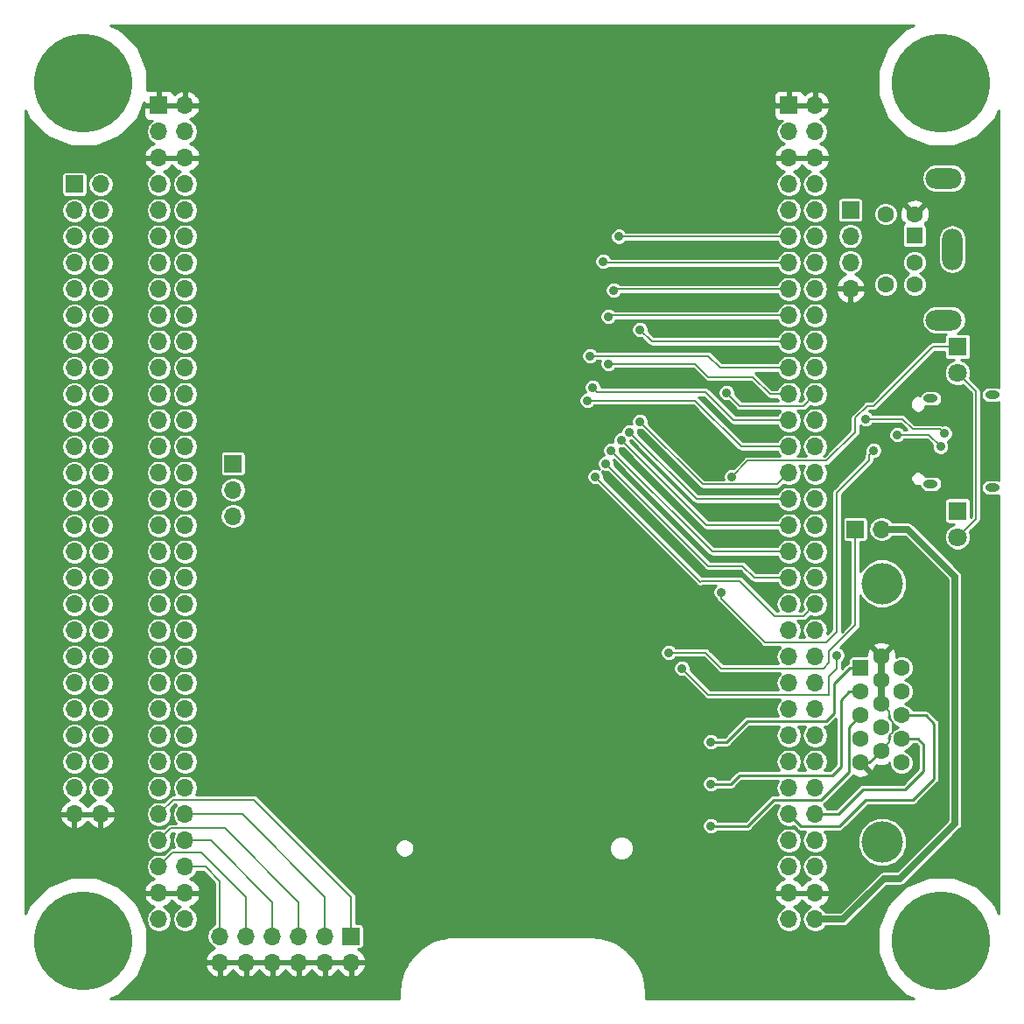
<source format=gbr>
G04 #@! TF.GenerationSoftware,KiCad,Pcbnew,(5.0.2)-1*
G04 #@! TF.CreationDate,2019-12-01T08:35:55-05:00*
G04 #@! TF.ProjectId,RETRO-EP4CE15,52455452-4f2d-4455-9034-434531352e6b,1*
G04 #@! TF.SameCoordinates,Original*
G04 #@! TF.FileFunction,Copper,L2,Bot*
G04 #@! TF.FilePolarity,Positive*
%FSLAX46Y46*%
G04 Gerber Fmt 4.6, Leading zero omitted, Abs format (unit mm)*
G04 Created by KiCad (PCBNEW (5.0.2)-1) date 12/1/2019 8:35:55 AM*
%MOMM*%
%LPD*%
G01*
G04 APERTURE LIST*
G04 #@! TA.AperFunction,ComponentPad*
%ADD10R,1.600000X1.600000*%
G04 #@! TD*
G04 #@! TA.AperFunction,ComponentPad*
%ADD11C,1.600000*%
G04 #@! TD*
G04 #@! TA.AperFunction,ComponentPad*
%ADD12C,4.000000*%
G04 #@! TD*
G04 #@! TA.AperFunction,ComponentPad*
%ADD13C,1.800000*%
G04 #@! TD*
G04 #@! TA.AperFunction,ComponentPad*
%ADD14R,1.800000X1.800000*%
G04 #@! TD*
G04 #@! TA.AperFunction,ComponentPad*
%ADD15O,1.700000X1.700000*%
G04 #@! TD*
G04 #@! TA.AperFunction,ComponentPad*
%ADD16R,1.700000X1.700000*%
G04 #@! TD*
G04 #@! TA.AperFunction,ComponentPad*
%ADD17O,3.500000X2.000000*%
G04 #@! TD*
G04 #@! TA.AperFunction,ComponentPad*
%ADD18O,2.000000X4.000000*%
G04 #@! TD*
G04 #@! TA.AperFunction,ComponentPad*
%ADD19C,9.525000*%
G04 #@! TD*
G04 #@! TA.AperFunction,ComponentPad*
%ADD20O,1.400000X0.800000*%
G04 #@! TD*
G04 #@! TA.AperFunction,ViaPad*
%ADD21C,0.889000*%
G04 #@! TD*
G04 #@! TA.AperFunction,Conductor*
%ADD22C,0.635000*%
G04 #@! TD*
G04 #@! TA.AperFunction,Conductor*
%ADD23C,0.254000*%
G04 #@! TD*
G04 #@! TA.AperFunction,Conductor*
%ADD24C,0.152400*%
G04 #@! TD*
G04 #@! TA.AperFunction,Conductor*
%ADD25C,0.203200*%
G04 #@! TD*
G04 APERTURE END LIST*
D10*
G04 #@! TO.P,P1,1*
G04 #@! TO.N,Net-(P1-Pad1)*
X91211400Y-72618600D03*
D11*
G04 #@! TO.P,P1,2*
G04 #@! TO.N,Net-(P1-Pad2)*
X91211400Y-74908600D03*
G04 #@! TO.P,P1,3*
G04 #@! TO.N,Net-(P1-Pad3)*
X91211400Y-77198600D03*
G04 #@! TO.P,P1,4*
G04 #@! TO.N,N/C*
X91211400Y-79488600D03*
G04 #@! TO.P,P1,5*
G04 #@! TO.N,GND*
X91211400Y-81778600D03*
G04 #@! TO.P,P1,6*
X93191400Y-71473600D03*
G04 #@! TO.P,P1,7*
X93191400Y-73763600D03*
G04 #@! TO.P,P1,8*
X93191400Y-76053600D03*
G04 #@! TO.P,P1,9*
G04 #@! TO.N,N/C*
X93191400Y-78343600D03*
G04 #@! TO.P,P1,10*
G04 #@! TO.N,GND*
X93191400Y-80633600D03*
G04 #@! TO.P,P1,11*
G04 #@! TO.N,N/C*
X95171400Y-72618600D03*
G04 #@! TO.P,P1,12*
X95171400Y-74908600D03*
G04 #@! TO.P,P1,13*
G04 #@! TO.N,/HSYNC*
X95171400Y-77198600D03*
G04 #@! TO.P,P1,14*
G04 #@! TO.N,/VSYNC*
X95171400Y-79488600D03*
G04 #@! TO.P,P1,15*
G04 #@! TO.N,N/C*
X95171400Y-81778600D03*
D12*
G04 #@! TO.P,P1,0*
X93261400Y-89433600D03*
X93261400Y-64433600D03*
G04 #@! TD*
D13*
G04 #@! TO.P,D2,2*
G04 #@! TO.N,Net-(D1-Pad2)*
X100584000Y-44069000D03*
D14*
G04 #@! TO.P,D2,1*
G04 #@! TO.N,/RX*
X100584000Y-41529000D03*
G04 #@! TD*
D15*
G04 #@! TO.P,J7,64*
G04 #@! TO.N,+5V*
X86790000Y-96906000D03*
G04 #@! TO.P,J7,63*
X84250000Y-96906000D03*
G04 #@! TO.P,J7,62*
G04 #@! TO.N,GND*
X86790000Y-94366000D03*
G04 #@! TO.P,J7,61*
X84250000Y-94366000D03*
G04 #@! TO.P,J7,60*
G04 #@! TO.N,/MISO*
X86790000Y-91826000D03*
G04 #@! TO.P,J7,59*
G04 #@! TO.N,/SCLK*
X84250000Y-91826000D03*
G04 #@! TO.P,J7,58*
G04 #@! TO.N,/MOSI*
X86790000Y-89286000D03*
G04 #@! TO.P,J7,57*
G04 #@! TO.N,/SDCS*
X84250000Y-89286000D03*
G04 #@! TO.P,J7,56*
G04 #@! TO.N,/VSYNC*
X86790000Y-86746000D03*
G04 #@! TO.P,J7,55*
G04 #@! TO.N,/HSYNC*
X84250000Y-86746000D03*
G04 #@! TO.P,J7,54*
G04 #@! TO.N,/BLUHI*
X86790000Y-84206000D03*
G04 #@! TO.P,J7,53*
G04 #@! TO.N,/BLULO*
X84250000Y-84206000D03*
G04 #@! TO.P,J7,52*
G04 #@! TO.N,/GRNHI*
X86790000Y-81666000D03*
G04 #@! TO.P,J7,51*
G04 #@! TO.N,/GRNLO*
X84250000Y-81666000D03*
G04 #@! TO.P,J7,50*
G04 #@! TO.N,/REDHI*
X86790000Y-79126000D03*
G04 #@! TO.P,J7,49*
G04 #@! TO.N,/REDLO*
X84250000Y-79126000D03*
G04 #@! TO.P,J7,48*
G04 #@! TO.N,N/C*
X86790000Y-76586000D03*
G04 #@! TO.P,J7,47*
G04 #@! TO.N,/CARDET*
X84250000Y-76586000D03*
G04 #@! TO.P,J7,46*
G04 #@! TO.N,/URTS*
X86790000Y-74046000D03*
G04 #@! TO.P,J7,45*
G04 #@! TO.N,/UTX*
X84250000Y-74046000D03*
G04 #@! TO.P,J7,44*
G04 #@! TO.N,/UCTS*
X86790000Y-71506000D03*
G04 #@! TO.P,J7,43*
G04 #@! TO.N,/URX*
X84250000Y-71506000D03*
G04 #@! TO.P,J7,42*
G04 #@! TO.N,N/C*
X86790000Y-68966000D03*
G04 #@! TO.P,J7,41*
X84250000Y-68966000D03*
G04 #@! TO.P,J7,40*
G04 #@! TO.N,/SRAMA15*
X86790000Y-66426000D03*
G04 #@! TO.P,J7,39*
G04 #@! TO.N,N/C*
X84250000Y-66426000D03*
G04 #@! TO.P,J7,38*
G04 #@! TO.N,/SRAMA14*
X86790000Y-63886000D03*
G04 #@! TO.P,J7,37*
G04 #@! TO.N,/SRAMA16*
X84250000Y-63886000D03*
G04 #@! TO.P,J7,36*
G04 #@! TO.N,/SRAMA13*
X86790000Y-61346000D03*
G04 #@! TO.P,J7,35*
G04 #@! TO.N,/SRAMA17*
X84250000Y-61346000D03*
G04 #@! TO.P,J7,34*
G04 #@! TO.N,/SRAMA12*
X86790000Y-58806000D03*
G04 #@! TO.P,J7,33*
G04 #@! TO.N,/SRAMA18*
X84250000Y-58806000D03*
G04 #@! TO.P,J7,32*
G04 #@! TO.N,/SRAMA11*
X86790000Y-56266000D03*
G04 #@! TO.P,J7,31*
G04 #@! TO.N,/SRAMA19*
X84250000Y-56266000D03*
G04 #@! TO.P,J7,30*
G04 #@! TO.N,/SRAMA10*
X86790000Y-53726000D03*
G04 #@! TO.P,J7,29*
G04 #@! TO.N,/~SRAMWE*
X84250000Y-53726000D03*
G04 #@! TO.P,J7,28*
G04 #@! TO.N,/SRAMA9*
X86790000Y-51186000D03*
G04 #@! TO.P,J7,27*
G04 #@! TO.N,/SRAMD3*
X84250000Y-51186000D03*
G04 #@! TO.P,J7,26*
G04 #@! TO.N,/SRAMD4*
X86790000Y-48646000D03*
G04 #@! TO.P,J7,25*
G04 #@! TO.N,/SRAMD2*
X84250000Y-48646000D03*
G04 #@! TO.P,J7,24*
G04 #@! TO.N,/SRAMD5*
X86790000Y-46106000D03*
G04 #@! TO.P,J7,23*
G04 #@! TO.N,/SRAMD1*
X84250000Y-46106000D03*
G04 #@! TO.P,J7,22*
G04 #@! TO.N,/SRAMD6*
X86790000Y-43566000D03*
G04 #@! TO.P,J7,21*
G04 #@! TO.N,/SRAMD0*
X84250000Y-43566000D03*
G04 #@! TO.P,J7,20*
G04 #@! TO.N,/SRAMD7*
X86790000Y-41026000D03*
G04 #@! TO.P,J7,19*
G04 #@! TO.N,/~SRAMCS*
X84250000Y-41026000D03*
G04 #@! TO.P,J7,18*
G04 #@! TO.N,/SRAMA8*
X86790000Y-38486000D03*
G04 #@! TO.P,J7,17*
G04 #@! TO.N,/SRAMA0*
X84250000Y-38486000D03*
G04 #@! TO.P,J7,16*
G04 #@! TO.N,/~SRAMOE*
X86790000Y-35946000D03*
G04 #@! TO.P,J7,15*
G04 #@! TO.N,/SRAMA1*
X84250000Y-35946000D03*
G04 #@! TO.P,J7,14*
G04 #@! TO.N,/SRAMA7*
X86790000Y-33406000D03*
G04 #@! TO.P,J7,13*
G04 #@! TO.N,/SRAMA2*
X84250000Y-33406000D03*
G04 #@! TO.P,J7,12*
G04 #@! TO.N,/SRAMA6*
X86790000Y-30866000D03*
G04 #@! TO.P,J7,11*
G04 #@! TO.N,/SRAMA3*
X84250000Y-30866000D03*
G04 #@! TO.P,J7,10*
G04 #@! TO.N,/SRAMA5*
X86790000Y-28326000D03*
G04 #@! TO.P,J7,9*
G04 #@! TO.N,/SRAMA4*
X84250000Y-28326000D03*
G04 #@! TO.P,J7,8*
G04 #@! TO.N,/PS2DAT*
X86790000Y-25786000D03*
G04 #@! TO.P,J7,7*
G04 #@! TO.N,/PS2CLK*
X84250000Y-25786000D03*
G04 #@! TO.P,J7,6*
G04 #@! TO.N,GND*
X86790000Y-23246000D03*
G04 #@! TO.P,J7,5*
X84250000Y-23246000D03*
G04 #@! TO.P,J7,4*
G04 #@! TO.N,+3V3*
X86790000Y-20706000D03*
G04 #@! TO.P,J7,3*
X84250000Y-20706000D03*
G04 #@! TO.P,J7,2*
G04 #@! TO.N,GND*
X86790000Y-18166000D03*
D16*
G04 #@! TO.P,J7,1*
X84250000Y-18166000D03*
G04 #@! TD*
D15*
G04 #@! TO.P,J8,64*
G04 #@! TO.N,+5V*
X25850000Y-96906000D03*
G04 #@! TO.P,J8,63*
X23310000Y-96906000D03*
G04 #@! TO.P,J8,62*
G04 #@! TO.N,GND*
X25850000Y-94366000D03*
G04 #@! TO.P,J8,61*
X23310000Y-94366000D03*
G04 #@! TO.P,J8,60*
G04 #@! TO.N,/J8P60*
X25850000Y-91826000D03*
G04 #@! TO.P,J8,59*
G04 #@! TO.N,/J8P59*
X23310000Y-91826000D03*
G04 #@! TO.P,J8,58*
G04 #@! TO.N,/J8P58*
X25850000Y-89286000D03*
G04 #@! TO.P,J8,57*
G04 #@! TO.N,/J8P57*
X23310000Y-89286000D03*
G04 #@! TO.P,J8,56*
G04 #@! TO.N,/J8P56*
X25850000Y-86746000D03*
G04 #@! TO.P,J8,55*
G04 #@! TO.N,/J8P55*
X23310000Y-86746000D03*
G04 #@! TO.P,J8,54*
G04 #@! TO.N,/IO_C21*
X25850000Y-84206000D03*
G04 #@! TO.P,J8,53*
G04 #@! TO.N,/IO_C22*
X23310000Y-84206000D03*
G04 #@! TO.P,J8,52*
G04 #@! TO.N,/IO_D21*
X25850000Y-81666000D03*
G04 #@! TO.P,J8,51*
G04 #@! TO.N,/IO_D22*
X23310000Y-81666000D03*
G04 #@! TO.P,J8,50*
G04 #@! TO.N,/IO_E21*
X25850000Y-79126000D03*
G04 #@! TO.P,J8,49*
G04 #@! TO.N,/IO_E22*
X23310000Y-79126000D03*
G04 #@! TO.P,J8,48*
G04 #@! TO.N,/IO_F21*
X25850000Y-76586000D03*
G04 #@! TO.P,J8,47*
G04 #@! TO.N,/IO_F22*
X23310000Y-76586000D03*
G04 #@! TO.P,J8,46*
G04 #@! TO.N,/IO_H21*
X25850000Y-74046000D03*
G04 #@! TO.P,J8,45*
G04 #@! TO.N,/IO_H22*
X23310000Y-74046000D03*
G04 #@! TO.P,J8,44*
G04 #@! TO.N,/IO_J21*
X25850000Y-71506000D03*
G04 #@! TO.P,J8,43*
G04 #@! TO.N,/IO_J22*
X23310000Y-71506000D03*
G04 #@! TO.P,J8,42*
G04 #@! TO.N,/IO_K21*
X25850000Y-68966000D03*
G04 #@! TO.P,J8,41*
G04 #@! TO.N,/IO_K22*
X23310000Y-68966000D03*
G04 #@! TO.P,J8,40*
G04 #@! TO.N,/IO_L21*
X25850000Y-66426000D03*
G04 #@! TO.P,J8,39*
G04 #@! TO.N,/IO_L22*
X23310000Y-66426000D03*
G04 #@! TO.P,J8,38*
G04 #@! TO.N,/IO_M21*
X25850000Y-63886000D03*
G04 #@! TO.P,J8,37*
G04 #@! TO.N,/IO_M22*
X23310000Y-63886000D03*
G04 #@! TO.P,J8,36*
G04 #@! TO.N,/IO_N21*
X25850000Y-61346000D03*
G04 #@! TO.P,J8,35*
G04 #@! TO.N,/IO_N11*
X23310000Y-61346000D03*
G04 #@! TO.P,J8,34*
G04 #@! TO.N,/IO_P21*
X25850000Y-58806000D03*
G04 #@! TO.P,J8,33*
G04 #@! TO.N,/IO_P22*
X23310000Y-58806000D03*
G04 #@! TO.P,J8,32*
G04 #@! TO.N,/IO_R21*
X25850000Y-56266000D03*
G04 #@! TO.P,J8,31*
G04 #@! TO.N,/IO_R22*
X23310000Y-56266000D03*
G04 #@! TO.P,J8,30*
G04 #@! TO.N,/IO_U21*
X25850000Y-53726000D03*
G04 #@! TO.P,J8,29*
G04 #@! TO.N,/IO_U22*
X23310000Y-53726000D03*
G04 #@! TO.P,J8,28*
G04 #@! TO.N,/IO_V21*
X25850000Y-51186000D03*
G04 #@! TO.P,J8,27*
G04 #@! TO.N,/IO_V22*
X23310000Y-51186000D03*
G04 #@! TO.P,J8,26*
G04 #@! TO.N,/IO_W21*
X25850000Y-48646000D03*
G04 #@! TO.P,J8,25*
G04 #@! TO.N,/IO_W22*
X23310000Y-48646000D03*
G04 #@! TO.P,J8,24*
G04 #@! TO.N,/IO_Y21*
X25850000Y-46106000D03*
G04 #@! TO.P,J8,23*
G04 #@! TO.N,/IO_Y22*
X23310000Y-46106000D03*
G04 #@! TO.P,J8,22*
G04 #@! TO.N,/IO_AB20*
X25850000Y-43566000D03*
G04 #@! TO.P,J8,21*
G04 #@! TO.N,/IO_AA20*
X23310000Y-43566000D03*
G04 #@! TO.P,J8,20*
G04 #@! TO.N,/IO_AB19*
X25850000Y-41026000D03*
G04 #@! TO.P,J8,19*
G04 #@! TO.N,/IO_AA19*
X23310000Y-41026000D03*
G04 #@! TO.P,J8,18*
G04 #@! TO.N,/IO_AB18*
X25850000Y-38486000D03*
G04 #@! TO.P,J8,17*
G04 #@! TO.N,/IO_AA18*
X23310000Y-38486000D03*
G04 #@! TO.P,J8,16*
G04 #@! TO.N,/IO_AB17*
X25850000Y-35946000D03*
G04 #@! TO.P,J8,15*
G04 #@! TO.N,/IO_AA17*
X23310000Y-35946000D03*
G04 #@! TO.P,J8,14*
G04 #@! TO.N,/IO_AB16*
X25850000Y-33406000D03*
G04 #@! TO.P,J8,13*
G04 #@! TO.N,/IO_AA16*
X23310000Y-33406000D03*
G04 #@! TO.P,J8,12*
G04 #@! TO.N,/IO_AB15*
X25850000Y-30866000D03*
G04 #@! TO.P,J8,11*
G04 #@! TO.N,/IO_AA15*
X23310000Y-30866000D03*
G04 #@! TO.P,J8,10*
G04 #@! TO.N,/IO_AB14*
X25850000Y-28326000D03*
G04 #@! TO.P,J8,9*
G04 #@! TO.N,/IO_AA14*
X23310000Y-28326000D03*
G04 #@! TO.P,J8,8*
G04 #@! TO.N,N/C*
X25850000Y-25786000D03*
G04 #@! TO.P,J8,7*
X23310000Y-25786000D03*
G04 #@! TO.P,J8,6*
G04 #@! TO.N,GND*
X25850000Y-23246000D03*
G04 #@! TO.P,J8,5*
X23310000Y-23246000D03*
G04 #@! TO.P,J8,4*
G04 #@! TO.N,+3V3*
X25850000Y-20706000D03*
G04 #@! TO.P,J8,3*
X23310000Y-20706000D03*
G04 #@! TO.P,J8,2*
G04 #@! TO.N,GND*
X25850000Y-18166000D03*
D16*
G04 #@! TO.P,J8,1*
X23310000Y-18166000D03*
G04 #@! TD*
D17*
G04 #@! TO.P,P2,7*
G04 #@! TO.N,N/C*
X99250000Y-38950000D03*
X99250000Y-25250000D03*
D10*
G04 #@! TO.P,P2,1*
G04 #@! TO.N,/PS2DAT*
X96400000Y-30800000D03*
D11*
G04 #@! TO.P,P2,2*
G04 #@! TO.N,N/C*
X96400000Y-33400000D03*
G04 #@! TO.P,P2,3*
G04 #@! TO.N,GND*
X96400000Y-28700000D03*
G04 #@! TO.P,P2,4*
G04 #@! TO.N,+3V3*
X96400000Y-35500000D03*
G04 #@! TO.P,P2,5*
G04 #@! TO.N,/PS2CLK*
X93600000Y-28700000D03*
G04 #@! TO.P,P2,6*
G04 #@! TO.N,N/C*
X93600000Y-35500000D03*
D18*
G04 #@! TO.P,P2,7*
X100050000Y-32100000D03*
G04 #@! TD*
D19*
G04 #@! TO.P,MTG1,1*
G04 #@! TO.N,N/C*
X16000000Y-16000000D03*
G04 #@! TD*
G04 #@! TO.P,MTG2,1*
G04 #@! TO.N,N/C*
X99000000Y-16000000D03*
G04 #@! TD*
G04 #@! TO.P,MTG3,1*
G04 #@! TO.N,N/C*
X16000000Y-99000000D03*
G04 #@! TD*
G04 #@! TO.P,MTG?1,1*
G04 #@! TO.N,N/C*
X99000000Y-99000000D03*
G04 #@! TD*
D15*
G04 #@! TO.P,H1,2*
G04 #@! TO.N,+5V*
X93218000Y-59182000D03*
D16*
G04 #@! TO.P,H1,1*
G04 #@! TO.N,/VBUS*
X90678000Y-59182000D03*
G04 #@! TD*
D15*
G04 #@! TO.P,J2,4*
G04 #@! TO.N,GND*
X90200000Y-35920000D03*
G04 #@! TO.P,J2,3*
G04 #@! TO.N,+3V3*
X90200000Y-33380000D03*
G04 #@! TO.P,J2,2*
G04 #@! TO.N,/PS2DAT*
X90200000Y-30840000D03*
D16*
G04 #@! TO.P,J2,1*
G04 #@! TO.N,/PS2CLK*
X90200000Y-28300000D03*
G04 #@! TD*
D14*
G04 #@! TO.P,D1,1*
G04 #@! TO.N,/TX*
X100584000Y-57404000D03*
D13*
G04 #@! TO.P,D1,2*
G04 #@! TO.N,Net-(D1-Pad2)*
X100584000Y-59944000D03*
G04 #@! TD*
D16*
G04 #@! TO.P,J1,1*
G04 #@! TO.N,VDD*
X15140000Y-25800000D03*
D15*
G04 #@! TO.P,J1,2*
X17680000Y-25800000D03*
G04 #@! TO.P,J1,3*
G04 #@! TO.N,/IO_AB14*
X15140000Y-28340000D03*
G04 #@! TO.P,J1,4*
G04 #@! TO.N,/IO_AA14*
X17680000Y-28340000D03*
G04 #@! TO.P,J1,5*
G04 #@! TO.N,/IO_AB15*
X15140000Y-30880000D03*
G04 #@! TO.P,J1,6*
G04 #@! TO.N,/IO_AA15*
X17680000Y-30880000D03*
G04 #@! TO.P,J1,7*
G04 #@! TO.N,/IO_AB16*
X15140000Y-33420000D03*
G04 #@! TO.P,J1,8*
G04 #@! TO.N,/IO_AA16*
X17680000Y-33420000D03*
G04 #@! TO.P,J1,9*
G04 #@! TO.N,/IO_AB17*
X15140000Y-35960000D03*
G04 #@! TO.P,J1,10*
G04 #@! TO.N,/IO_AA17*
X17680000Y-35960000D03*
G04 #@! TO.P,J1,11*
G04 #@! TO.N,/IO_AB18*
X15140000Y-38500000D03*
G04 #@! TO.P,J1,12*
G04 #@! TO.N,/IO_AA18*
X17680000Y-38500000D03*
G04 #@! TO.P,J1,13*
G04 #@! TO.N,/IO_AB19*
X15140000Y-41040000D03*
G04 #@! TO.P,J1,14*
G04 #@! TO.N,/IO_AA19*
X17680000Y-41040000D03*
G04 #@! TO.P,J1,15*
G04 #@! TO.N,/IO_AB20*
X15140000Y-43580000D03*
G04 #@! TO.P,J1,16*
G04 #@! TO.N,/IO_AA20*
X17680000Y-43580000D03*
G04 #@! TO.P,J1,17*
G04 #@! TO.N,/IO_Y21*
X15140000Y-46120000D03*
G04 #@! TO.P,J1,18*
G04 #@! TO.N,/IO_Y22*
X17680000Y-46120000D03*
G04 #@! TO.P,J1,19*
G04 #@! TO.N,/IO_W21*
X15140000Y-48660000D03*
G04 #@! TO.P,J1,20*
G04 #@! TO.N,/IO_W22*
X17680000Y-48660000D03*
G04 #@! TO.P,J1,21*
G04 #@! TO.N,/IO_V21*
X15140000Y-51200000D03*
G04 #@! TO.P,J1,22*
G04 #@! TO.N,/IO_V22*
X17680000Y-51200000D03*
G04 #@! TO.P,J1,23*
G04 #@! TO.N,/IO_U21*
X15140000Y-53740000D03*
G04 #@! TO.P,J1,24*
G04 #@! TO.N,/IO_U22*
X17680000Y-53740000D03*
G04 #@! TO.P,J1,25*
G04 #@! TO.N,/IO_R21*
X15140000Y-56280000D03*
G04 #@! TO.P,J1,26*
G04 #@! TO.N,/IO_R22*
X17680000Y-56280000D03*
G04 #@! TO.P,J1,27*
G04 #@! TO.N,/IO_P21*
X15140000Y-58820000D03*
G04 #@! TO.P,J1,28*
G04 #@! TO.N,/IO_P22*
X17680000Y-58820000D03*
G04 #@! TO.P,J1,29*
G04 #@! TO.N,/IO_N21*
X15140000Y-61360000D03*
G04 #@! TO.P,J1,30*
G04 #@! TO.N,/IO_N11*
X17680000Y-61360000D03*
G04 #@! TO.P,J1,31*
G04 #@! TO.N,/IO_M21*
X15140000Y-63900000D03*
G04 #@! TO.P,J1,32*
G04 #@! TO.N,/IO_M22*
X17680000Y-63900000D03*
G04 #@! TO.P,J1,33*
G04 #@! TO.N,/IO_L21*
X15140000Y-66440000D03*
G04 #@! TO.P,J1,34*
G04 #@! TO.N,/IO_L22*
X17680000Y-66440000D03*
G04 #@! TO.P,J1,35*
G04 #@! TO.N,/IO_K21*
X15140000Y-68980000D03*
G04 #@! TO.P,J1,36*
G04 #@! TO.N,/IO_K22*
X17680000Y-68980000D03*
G04 #@! TO.P,J1,37*
G04 #@! TO.N,/IO_J21*
X15140000Y-71520000D03*
G04 #@! TO.P,J1,38*
G04 #@! TO.N,/IO_J22*
X17680000Y-71520000D03*
G04 #@! TO.P,J1,39*
G04 #@! TO.N,/IO_H21*
X15140000Y-74060000D03*
G04 #@! TO.P,J1,40*
G04 #@! TO.N,/IO_H22*
X17680000Y-74060000D03*
G04 #@! TO.P,J1,41*
G04 #@! TO.N,/IO_F21*
X15140000Y-76600000D03*
G04 #@! TO.P,J1,42*
G04 #@! TO.N,/IO_F22*
X17680000Y-76600000D03*
G04 #@! TO.P,J1,43*
G04 #@! TO.N,/IO_E21*
X15140000Y-79140000D03*
G04 #@! TO.P,J1,44*
G04 #@! TO.N,/IO_E22*
X17680000Y-79140000D03*
G04 #@! TO.P,J1,45*
G04 #@! TO.N,/IO_D21*
X15140000Y-81680000D03*
G04 #@! TO.P,J1,46*
G04 #@! TO.N,/IO_D22*
X17680000Y-81680000D03*
G04 #@! TO.P,J1,47*
G04 #@! TO.N,/IO_C21*
X15140000Y-84220000D03*
G04 #@! TO.P,J1,48*
G04 #@! TO.N,/IO_C22*
X17680000Y-84220000D03*
G04 #@! TO.P,J1,49*
G04 #@! TO.N,GND*
X15140000Y-86760000D03*
G04 #@! TO.P,J1,50*
X17680000Y-86760000D03*
G04 #@! TD*
D20*
G04 #@! TO.P,P3,S1*
G04 #@! TO.N,Net-(P3-PadS1)*
X97982000Y-54803000D03*
X97982000Y-46543000D03*
X103932000Y-46183000D03*
X103932000Y-55163000D03*
G04 #@! TD*
D16*
G04 #@! TO.P,H2,1*
G04 #@! TO.N,+3V3*
X30480000Y-52832000D03*
D15*
G04 #@! TO.P,H2,2*
G04 #@! TO.N,VDD*
X30480000Y-55372000D03*
G04 #@! TO.P,H2,3*
G04 #@! TO.N,+3.3VP*
X30480000Y-57912000D03*
G04 #@! TD*
D16*
G04 #@! TO.P,J3,1*
G04 #@! TO.N,/J8P55*
X41910000Y-98552000D03*
D15*
G04 #@! TO.P,J3,2*
G04 #@! TO.N,GND*
X41910000Y-101092000D03*
G04 #@! TO.P,J3,3*
G04 #@! TO.N,/J8P56*
X39370000Y-98552000D03*
G04 #@! TO.P,J3,4*
G04 #@! TO.N,GND*
X39370000Y-101092000D03*
G04 #@! TO.P,J3,5*
G04 #@! TO.N,/J8P57*
X36830000Y-98552000D03*
G04 #@! TO.P,J3,6*
G04 #@! TO.N,GND*
X36830000Y-101092000D03*
G04 #@! TO.P,J3,7*
G04 #@! TO.N,/J8P58*
X34290000Y-98552000D03*
G04 #@! TO.P,J3,8*
G04 #@! TO.N,GND*
X34290000Y-101092000D03*
G04 #@! TO.P,J3,9*
G04 #@! TO.N,/J8P59*
X31750000Y-98552000D03*
G04 #@! TO.P,J3,10*
G04 #@! TO.N,GND*
X31750000Y-101092000D03*
G04 #@! TO.P,J3,11*
G04 #@! TO.N,/J8P60*
X29210000Y-98552000D03*
G04 #@! TO.P,J3,12*
G04 #@! TO.N,GND*
X29210000Y-101092000D03*
G04 #@! TD*
D21*
G04 #@! TO.N,GND*
X60325000Y-85090000D03*
X32410400Y-82118200D03*
X53009800Y-85420200D03*
X13766800Y-29667200D03*
X88519000Y-50546000D03*
X98933000Y-53721000D03*
X98933000Y-48133000D03*
X77891686Y-71714314D03*
X69088000Y-71831200D03*
X74676000Y-44227900D03*
X60198000Y-44958000D03*
X88646000Y-46482000D03*
X62230000Y-79502000D03*
X30226000Y-67056000D03*
G04 #@! TO.N,Net-(P1-Pad1)*
X76699000Y-79756000D03*
G04 #@! TO.N,Net-(P1-Pad2)*
X76699000Y-83820000D03*
G04 #@! TO.N,Net-(P1-Pad3)*
X76699000Y-87884000D03*
G04 #@! TO.N,/DM*
X94742000Y-50046347D03*
X98933000Y-51181000D03*
G04 #@! TO.N,/DP*
X92456000Y-51562000D03*
X77724000Y-65278000D03*
G04 #@! TO.N,/VBUS*
X72644000Y-71120000D03*
G04 #@! TO.N,/RX*
X78740000Y-54102000D03*
G04 #@! TO.N,Net-(D1-Pad2)*
X73914000Y-72644000D03*
X88900000Y-71374000D03*
G04 #@! TO.N,Net-(P3-PadB5)*
X99314000Y-49923700D03*
X91694000Y-48514000D03*
G04 #@! TO.N,/SRAMA15*
X65532000Y-54102000D03*
G04 #@! TO.N,/SRAMA16*
X66548000Y-52832000D03*
G04 #@! TO.N,/SRAMA17*
X67056000Y-51562000D03*
G04 #@! TO.N,/SRAMA18*
X68061697Y-50556303D03*
G04 #@! TO.N,/SRAMA19*
X68834000Y-49784000D03*
G04 #@! TO.N,/SRAMD3*
X64770000Y-46736000D03*
G04 #@! TO.N,/SRAMD2*
X65278000Y-45466000D03*
G04 #@! TO.N,/SRAMD5*
X78232000Y-45974000D03*
G04 #@! TO.N,/SRAMD1*
X66802000Y-43180000D03*
G04 #@! TO.N,/SRAMD0*
X65024000Y-42418000D03*
G04 #@! TO.N,/~SRAMCS*
X69850000Y-39878000D03*
G04 #@! TO.N,/SRAMA0*
X66802000Y-38608000D03*
G04 #@! TO.N,/SRAMA1*
X67310000Y-36068000D03*
G04 #@! TO.N,/SRAMA2*
X66294000Y-33274000D03*
G04 #@! TO.N,/SRAMA3*
X67818000Y-30866000D03*
G04 #@! TO.N,/~SRAMWE*
X69850000Y-48768000D03*
G04 #@! TD*
D22*
G04 #@! TO.N,+5V*
X95758000Y-59182000D02*
X93218000Y-59182000D01*
X89519638Y-96906000D02*
X93461638Y-92964000D01*
X86790000Y-96906000D02*
X89519638Y-96906000D01*
X93461638Y-92964000D02*
X94996000Y-92964000D01*
X94996000Y-92964000D02*
X100330000Y-87630000D01*
X100330000Y-87630000D02*
X100330000Y-63754000D01*
X100330000Y-63754000D02*
X95758000Y-59182000D01*
D23*
G04 #@! TO.N,GND*
X92046400Y-81778600D02*
X93191400Y-80633600D01*
X91211400Y-81778600D02*
X92046400Y-81778600D01*
D22*
X93191400Y-76053600D02*
X93191400Y-73763600D01*
X93191400Y-73763600D02*
X93191400Y-71473600D01*
D24*
X93991399Y-79833601D02*
X93191400Y-80633600D01*
X93991399Y-79141115D02*
X93991399Y-79833601D01*
X94270801Y-77825487D02*
X94270801Y-78861713D01*
X93991399Y-76853599D02*
X93991399Y-77546085D01*
X94270801Y-78861713D02*
X93991399Y-79141115D01*
X93991399Y-77546085D02*
X94270801Y-77825487D01*
X93191400Y-76053600D02*
X93991399Y-76853599D01*
D23*
G04 #@! TO.N,Net-(P1-Pad1)*
X90157400Y-72618600D02*
X88646000Y-74130000D01*
X91211400Y-72618600D02*
X90157400Y-72618600D01*
X88646000Y-74130000D02*
X88646000Y-76962000D01*
X87841799Y-77766201D02*
X80221799Y-77766201D01*
X88646000Y-76962000D02*
X87841799Y-77766201D01*
X78232000Y-79756000D02*
X76699000Y-79756000D01*
X80221799Y-77766201D02*
X78232000Y-79756000D01*
G04 #@! TO.N,Net-(P1-Pad2)*
X90080030Y-74908600D02*
X91211400Y-74908600D01*
X76699000Y-83820000D02*
X78675598Y-83820000D01*
X78675598Y-83820000D02*
X79469799Y-83025799D01*
X79469799Y-83025799D02*
X88424201Y-83025799D01*
X88424201Y-83025799D02*
X89296630Y-82153370D01*
X89296630Y-82153370D02*
X89296630Y-75692000D01*
X89296630Y-75692000D02*
X90080030Y-74908600D01*
G04 #@! TO.N,Net-(P1-Pad3)*
X87356497Y-85386201D02*
X82761799Y-85386201D01*
X90081199Y-82661499D02*
X87356497Y-85386201D01*
X91211400Y-77198600D02*
X90081199Y-78328801D01*
X90081199Y-78328801D02*
X90081199Y-82661499D01*
X80264000Y-87884000D02*
X76699000Y-87884000D01*
X82761799Y-85386201D02*
X80264000Y-87884000D01*
D24*
G04 #@! TO.N,/DM*
X97798347Y-50046347D02*
X94742000Y-50046347D01*
X98933000Y-51181000D02*
X97798347Y-50046347D01*
D25*
G04 #@! TO.N,/DP*
X92011501Y-52006499D02*
X92456000Y-51562000D01*
X77724000Y-65906617D02*
X81938184Y-70120801D01*
X77724000Y-65278000D02*
X77724000Y-65906617D01*
X81938184Y-70120801D02*
X87867199Y-70120801D01*
X87867199Y-70120801D02*
X88900000Y-69088000D01*
X92011501Y-52514499D02*
X92011501Y-52006499D01*
X88900000Y-69088000D02*
X88900000Y-55626000D01*
X88900000Y-55626000D02*
X92011501Y-52514499D01*
G04 #@! TO.N,/VBUS*
X90678000Y-64008000D02*
X90678000Y-59182000D01*
X90678000Y-68487034D02*
X90678000Y-64008000D01*
X72644000Y-71120000D02*
X76188406Y-71120000D01*
X76188406Y-71120000D02*
X77729207Y-72660801D01*
X77729207Y-72660801D02*
X87613199Y-72660801D01*
X87613199Y-72660801D02*
X88150699Y-72123301D01*
X88150699Y-72123301D02*
X88150699Y-71014335D01*
X88150699Y-71014335D02*
X90678000Y-68487034D01*
G04 #@! TO.N,/RX*
X80270801Y-52571199D02*
X87890801Y-52571199D01*
X78740000Y-54102000D02*
X80270801Y-52571199D01*
X87890801Y-52571199D02*
X90678000Y-49784000D01*
X90678000Y-48421034D02*
X91855034Y-47244000D01*
X90678000Y-49784000D02*
X90678000Y-48421034D01*
X91855034Y-47244000D02*
X92456000Y-47244000D01*
X98171000Y-41529000D02*
X100584000Y-41529000D01*
X92456000Y-47244000D02*
X98171000Y-41529000D01*
D24*
G04 #@! TO.N,Net-(D1-Pad2)*
X100584000Y-59944000D02*
X102362000Y-58166000D01*
X102362000Y-45847000D02*
X100584000Y-44069000D01*
X102362000Y-58166000D02*
X102362000Y-45847000D01*
D25*
X76470801Y-75200801D02*
X88121199Y-75200801D01*
X73914000Y-72644000D02*
X76470801Y-75200801D01*
X88121199Y-75200801D02*
X88121199Y-73422801D01*
X88121199Y-73422801D02*
X88900000Y-72644000D01*
X88900000Y-72644000D02*
X88900000Y-71374000D01*
D24*
G04 #@! TO.N,Net-(P3-PadB5)*
X98869501Y-49479201D02*
X96215201Y-49479201D01*
X99314000Y-49923700D02*
X98869501Y-49479201D01*
X96215201Y-49479201D02*
X95250000Y-48514000D01*
X95250000Y-48514000D02*
X91694000Y-48514000D01*
D23*
G04 #@! TO.N,/VSYNC*
X96760600Y-79488600D02*
X95171400Y-79488600D01*
X97282000Y-80010000D02*
X96760600Y-79488600D01*
X97282000Y-82550000D02*
X97282000Y-80010000D01*
X95504000Y-84328000D02*
X97282000Y-82550000D01*
X91440000Y-84328000D02*
X95504000Y-84328000D01*
X90202201Y-85565799D02*
X91440000Y-84328000D01*
X89022000Y-86746000D02*
X91440000Y-84328000D01*
X86790000Y-86746000D02*
X89022000Y-86746000D01*
G04 #@! TO.N,/HSYNC*
X91694000Y-85344000D02*
X96266000Y-85344000D01*
X96266000Y-85344000D02*
X98298000Y-83312000D01*
X98298000Y-83312000D02*
X98298000Y-77978000D01*
X97518600Y-77198600D02*
X95171400Y-77198600D01*
X98298000Y-77978000D02*
X97518600Y-77198600D01*
X89111799Y-87926201D02*
X91694000Y-85344000D01*
X85430201Y-87926201D02*
X89111799Y-87926201D01*
X84250000Y-86746000D02*
X85430201Y-87926201D01*
D25*
G04 #@! TO.N,/SRAMA15*
X85635199Y-67580801D02*
X86790000Y-66426000D01*
X82903801Y-67580801D02*
X85635199Y-67580801D01*
X79502000Y-64179000D02*
X82903801Y-67580801D01*
X75775000Y-64179000D02*
X79502000Y-64179000D01*
X75692000Y-64262000D02*
X75775000Y-64179000D01*
X65532000Y-54102000D02*
X75692000Y-64262000D01*
G04 #@! TO.N,/SRAMA16*
X80904000Y-63886000D02*
X84250000Y-63886000D01*
X79756000Y-62738000D02*
X80904000Y-63886000D01*
X76454000Y-62738000D02*
X79756000Y-62738000D01*
X66548000Y-52832000D02*
X76454000Y-62738000D01*
G04 #@! TO.N,/SRAMA17*
X80264000Y-61346000D02*
X84250000Y-61346000D01*
X76840000Y-61346000D02*
X80264000Y-61346000D01*
X67056000Y-51562000D02*
X76840000Y-61346000D01*
G04 #@! TO.N,/SRAMA18*
X68506196Y-51000802D02*
X68061697Y-50556303D01*
X76311394Y-58806000D02*
X68506196Y-51000802D01*
X84250000Y-58806000D02*
X76311394Y-58806000D01*
G04 #@! TO.N,/SRAMA19*
X75316000Y-56266000D02*
X75692000Y-56266000D01*
X68834000Y-49784000D02*
X75316000Y-56266000D01*
X84250000Y-56266000D02*
X75692000Y-56266000D01*
G04 #@! TO.N,/SRAMD3*
X64770000Y-46736000D02*
X75184000Y-46736000D01*
X79634000Y-51186000D02*
X75184000Y-46736000D01*
X84250000Y-51186000D02*
X79634000Y-51186000D01*
G04 #@! TO.N,/SRAMD2*
X65722499Y-45910499D02*
X65278000Y-45466000D01*
X76200000Y-45910499D02*
X65722499Y-45910499D01*
X78935501Y-48646000D02*
X76200000Y-45910499D01*
X84250000Y-48646000D02*
X78935501Y-48646000D01*
G04 #@! TO.N,/SRAMD5*
X78676499Y-46418499D02*
X78232000Y-45974000D01*
X79518801Y-47260801D02*
X78676499Y-46418499D01*
X85635199Y-47260801D02*
X79518801Y-47260801D01*
X86790000Y-46106000D02*
X85635199Y-47260801D01*
G04 #@! TO.N,/SRAMD1*
X75184000Y-43180000D02*
X66802000Y-43180000D01*
D24*
X84250000Y-46106000D02*
X82428000Y-46106000D01*
X80772000Y-44450000D02*
X76454000Y-44450000D01*
X82428000Y-46106000D02*
X80772000Y-44450000D01*
D25*
X76454000Y-44450000D02*
X75184000Y-43180000D01*
G04 #@! TO.N,/SRAMD0*
X65024000Y-42418000D02*
X76454000Y-42418000D01*
X77602000Y-43566000D02*
X84250000Y-43566000D01*
X76454000Y-42418000D02*
X77602000Y-43566000D01*
G04 #@! TO.N,/~SRAMCS*
X84250000Y-41026000D02*
X70998000Y-41026000D01*
X70998000Y-41026000D02*
X69850000Y-39878000D01*
D24*
G04 #@! TO.N,/SRAMA0*
X84250000Y-38486000D02*
X66924000Y-38486000D01*
X66924000Y-38486000D02*
X66802000Y-38608000D01*
G04 #@! TO.N,/SRAMA1*
X84250000Y-35946000D02*
X67432000Y-35946000D01*
X67432000Y-35946000D02*
X67310000Y-36068000D01*
G04 #@! TO.N,/SRAMA2*
X84250000Y-33406000D02*
X66426000Y-33406000D01*
X66426000Y-33406000D02*
X66294000Y-33274000D01*
G04 #@! TO.N,/SRAMA3*
X84250000Y-30866000D02*
X67818000Y-30866000D01*
G04 #@! TO.N,/~SRAMWE*
X75907901Y-54825901D02*
X69850000Y-48768000D01*
X84250000Y-53726000D02*
X83150099Y-54825901D01*
X83150099Y-54825901D02*
X75907901Y-54825901D01*
D25*
G04 #@! TO.N,/J8P60*
X27818000Y-91826000D02*
X29210000Y-93218000D01*
X25850000Y-91826000D02*
X27818000Y-91826000D01*
X29210000Y-93218000D02*
X29210000Y-98552000D01*
G04 #@! TO.N,/J8P59*
X24654801Y-90481199D02*
X23310000Y-91826000D01*
X24654801Y-90440801D02*
X24654801Y-90481199D01*
X27448801Y-90440801D02*
X31750000Y-94742000D01*
X24654801Y-90440801D02*
X27448801Y-90440801D01*
X31750000Y-98552000D02*
X31750000Y-94742000D01*
G04 #@! TO.N,/J8P58*
X28326000Y-89286000D02*
X34290000Y-95250000D01*
X25850000Y-89286000D02*
X28326000Y-89286000D01*
X34290000Y-98552000D02*
X34290000Y-95250000D01*
G04 #@! TO.N,/J8P57*
X23310000Y-89286000D02*
X24464801Y-88131199D01*
X29711199Y-88131199D02*
X36830000Y-95250000D01*
X24464801Y-88131199D02*
X29711199Y-88131199D01*
X36830000Y-95250000D02*
X36830000Y-98552000D01*
G04 #@! TO.N,/J8P56*
X31374000Y-86746000D02*
X39370000Y-94742000D01*
X25850000Y-86746000D02*
X31374000Y-86746000D01*
X39370000Y-94742000D02*
X39370000Y-98552000D01*
G04 #@! TO.N,/J8P55*
X23310000Y-86746000D02*
X24695199Y-85360801D01*
X24695199Y-85360801D02*
X32528801Y-85360801D01*
X41910000Y-94742000D02*
X41910000Y-98552000D01*
X32528801Y-85360801D02*
X41910000Y-94742000D01*
G04 #@! TD*
D23*
G04 #@! TO.N,GND*
G36*
X95510923Y-10778228D02*
X93778228Y-12510923D01*
X92840500Y-14774799D01*
X92840500Y-17225201D01*
X93778228Y-19489077D01*
X95510923Y-21221772D01*
X97774799Y-22159500D01*
X100225201Y-22159500D01*
X102489077Y-21221772D01*
X104221772Y-19489077D01*
X104569000Y-18650794D01*
X104569000Y-45468877D01*
X104536731Y-45447315D01*
X104308918Y-45402000D01*
X103555082Y-45402000D01*
X103327269Y-45447315D01*
X103068931Y-45619931D01*
X102896315Y-45878269D01*
X102835700Y-46183000D01*
X102896315Y-46487731D01*
X103068931Y-46746069D01*
X103327269Y-46918685D01*
X103555082Y-46964000D01*
X104308918Y-46964000D01*
X104536731Y-46918685D01*
X104569000Y-46897123D01*
X104569000Y-54448877D01*
X104536731Y-54427315D01*
X104308918Y-54382000D01*
X103555082Y-54382000D01*
X103327269Y-54427315D01*
X103068931Y-54599931D01*
X102896315Y-54858269D01*
X102835700Y-55163000D01*
X102896315Y-55467731D01*
X103068931Y-55726069D01*
X103327269Y-55898685D01*
X103555082Y-55944000D01*
X104308918Y-55944000D01*
X104536731Y-55898685D01*
X104569000Y-55877123D01*
X104569001Y-96349208D01*
X104221772Y-95510923D01*
X102489077Y-93778228D01*
X100225201Y-92840500D01*
X97774799Y-92840500D01*
X95510923Y-93778228D01*
X93778228Y-95510923D01*
X92840500Y-97774799D01*
X92840500Y-100225201D01*
X93778228Y-102489077D01*
X95510923Y-104221772D01*
X96349206Y-104569000D01*
X70431000Y-104569000D01*
X70431000Y-103957555D01*
X70427899Y-103941967D01*
X70376205Y-103238020D01*
X70374561Y-103227979D01*
X70374241Y-103217806D01*
X70365453Y-103168970D01*
X70157933Y-102304588D01*
X70153610Y-102291742D01*
X70150789Y-102278471D01*
X70133492Y-102231963D01*
X69776183Y-101417992D01*
X69769655Y-101406117D01*
X69764528Y-101393554D01*
X69739269Y-101350844D01*
X69243465Y-100613010D01*
X69234935Y-100602477D01*
X69227666Y-100591022D01*
X69195242Y-100553460D01*
X68576615Y-99915086D01*
X68566352Y-99906228D01*
X68557172Y-99896244D01*
X68518609Y-99865017D01*
X67796713Y-99346282D01*
X67785046Y-99339382D01*
X67774240Y-99331180D01*
X67730757Y-99307276D01*
X66928410Y-98924576D01*
X66915708Y-98919852D01*
X66903618Y-98913692D01*
X66856589Y-98897866D01*
X65999153Y-98663298D01*
X65985809Y-98660897D01*
X65972825Y-98656977D01*
X65923737Y-98649728D01*
X65061364Y-98572763D01*
X65042445Y-98569000D01*
X51957555Y-98569000D01*
X51941967Y-98572101D01*
X51238020Y-98623795D01*
X51227979Y-98625439D01*
X51217806Y-98625759D01*
X51168970Y-98634547D01*
X50304588Y-98842067D01*
X50291742Y-98846390D01*
X50278471Y-98849211D01*
X50231963Y-98866508D01*
X49417992Y-99223817D01*
X49406117Y-99230345D01*
X49393554Y-99235472D01*
X49350844Y-99260731D01*
X48613010Y-99756535D01*
X48602477Y-99765065D01*
X48591022Y-99772334D01*
X48553460Y-99804758D01*
X47915086Y-100423385D01*
X47906228Y-100433648D01*
X47896244Y-100442828D01*
X47865017Y-100481391D01*
X47346282Y-101203287D01*
X47339382Y-101214954D01*
X47331180Y-101225760D01*
X47307276Y-101269243D01*
X46924576Y-102071590D01*
X46919852Y-102084292D01*
X46913692Y-102096382D01*
X46897866Y-102143411D01*
X46663298Y-103000847D01*
X46660897Y-103014191D01*
X46656977Y-103027175D01*
X46649728Y-103076263D01*
X46572763Y-103938638D01*
X46569000Y-103957556D01*
X46569001Y-104569000D01*
X18650794Y-104569000D01*
X19489077Y-104221772D01*
X21221772Y-102489077D01*
X21652630Y-101448892D01*
X27768514Y-101448892D01*
X28014817Y-101973358D01*
X28443076Y-102363645D01*
X28853110Y-102533476D01*
X29083000Y-102412155D01*
X29083000Y-101219000D01*
X29337000Y-101219000D01*
X29337000Y-102412155D01*
X29566890Y-102533476D01*
X29976924Y-102363645D01*
X30405183Y-101973358D01*
X30480000Y-101814046D01*
X30554817Y-101973358D01*
X30983076Y-102363645D01*
X31393110Y-102533476D01*
X31623000Y-102412155D01*
X31623000Y-101219000D01*
X31877000Y-101219000D01*
X31877000Y-102412155D01*
X32106890Y-102533476D01*
X32516924Y-102363645D01*
X32945183Y-101973358D01*
X33020000Y-101814046D01*
X33094817Y-101973358D01*
X33523076Y-102363645D01*
X33933110Y-102533476D01*
X34163000Y-102412155D01*
X34163000Y-101219000D01*
X34417000Y-101219000D01*
X34417000Y-102412155D01*
X34646890Y-102533476D01*
X35056924Y-102363645D01*
X35485183Y-101973358D01*
X35560000Y-101814046D01*
X35634817Y-101973358D01*
X36063076Y-102363645D01*
X36473110Y-102533476D01*
X36703000Y-102412155D01*
X36703000Y-101219000D01*
X36957000Y-101219000D01*
X36957000Y-102412155D01*
X37186890Y-102533476D01*
X37596924Y-102363645D01*
X38025183Y-101973358D01*
X38100000Y-101814046D01*
X38174817Y-101973358D01*
X38603076Y-102363645D01*
X39013110Y-102533476D01*
X39243000Y-102412155D01*
X39243000Y-101219000D01*
X39497000Y-101219000D01*
X39497000Y-102412155D01*
X39726890Y-102533476D01*
X40136924Y-102363645D01*
X40565183Y-101973358D01*
X40640000Y-101814046D01*
X40714817Y-101973358D01*
X41143076Y-102363645D01*
X41553110Y-102533476D01*
X41783000Y-102412155D01*
X41783000Y-101219000D01*
X42037000Y-101219000D01*
X42037000Y-102412155D01*
X42266890Y-102533476D01*
X42676924Y-102363645D01*
X43105183Y-101973358D01*
X43351486Y-101448892D01*
X43230819Y-101219000D01*
X42037000Y-101219000D01*
X41783000Y-101219000D01*
X39497000Y-101219000D01*
X39243000Y-101219000D01*
X36957000Y-101219000D01*
X36703000Y-101219000D01*
X34417000Y-101219000D01*
X34163000Y-101219000D01*
X31877000Y-101219000D01*
X31623000Y-101219000D01*
X29337000Y-101219000D01*
X29083000Y-101219000D01*
X27889181Y-101219000D01*
X27768514Y-101448892D01*
X21652630Y-101448892D01*
X22159500Y-100225201D01*
X22159500Y-97774799D01*
X21221772Y-95510923D01*
X20433739Y-94722890D01*
X21868524Y-94722890D01*
X22038355Y-95132924D01*
X22428642Y-95561183D01*
X22826963Y-95748245D01*
X22422499Y-96018499D01*
X22150424Y-96425688D01*
X22054884Y-96906000D01*
X22150424Y-97386312D01*
X22422499Y-97793501D01*
X22829688Y-98065576D01*
X23188761Y-98137000D01*
X23431239Y-98137000D01*
X23790312Y-98065576D01*
X24197501Y-97793501D01*
X24469576Y-97386312D01*
X24565116Y-96906000D01*
X24469576Y-96425688D01*
X24197501Y-96018499D01*
X23793037Y-95748245D01*
X24191358Y-95561183D01*
X24580000Y-95134729D01*
X24968642Y-95561183D01*
X25366963Y-95748245D01*
X24962499Y-96018499D01*
X24690424Y-96425688D01*
X24594884Y-96906000D01*
X24690424Y-97386312D01*
X24962499Y-97793501D01*
X25369688Y-98065576D01*
X25728761Y-98137000D01*
X25971239Y-98137000D01*
X26330312Y-98065576D01*
X26737501Y-97793501D01*
X27009576Y-97386312D01*
X27105116Y-96906000D01*
X27009576Y-96425688D01*
X26737501Y-96018499D01*
X26333037Y-95748245D01*
X26731358Y-95561183D01*
X27121645Y-95132924D01*
X27291476Y-94722890D01*
X27170155Y-94493000D01*
X25977000Y-94493000D01*
X25977000Y-94513000D01*
X25723000Y-94513000D01*
X25723000Y-94493000D01*
X23437000Y-94493000D01*
X23437000Y-94513000D01*
X23183000Y-94513000D01*
X23183000Y-94493000D01*
X21989845Y-94493000D01*
X21868524Y-94722890D01*
X20433739Y-94722890D01*
X19719959Y-94009110D01*
X21868524Y-94009110D01*
X21989845Y-94239000D01*
X23183000Y-94239000D01*
X23183000Y-94219000D01*
X23437000Y-94219000D01*
X23437000Y-94239000D01*
X25723000Y-94239000D01*
X25723000Y-94219000D01*
X25977000Y-94219000D01*
X25977000Y-94239000D01*
X27170155Y-94239000D01*
X27291476Y-94009110D01*
X27121645Y-93599076D01*
X26731358Y-93170817D01*
X26333037Y-92983755D01*
X26737501Y-92713501D01*
X27008047Y-92308600D01*
X27618102Y-92308600D01*
X28727400Y-93417899D01*
X28727401Y-97393952D01*
X28322499Y-97664499D01*
X28050424Y-98071688D01*
X27954884Y-98552000D01*
X28050424Y-99032312D01*
X28322499Y-99439501D01*
X28720512Y-99705445D01*
X28443076Y-99820355D01*
X28014817Y-100210642D01*
X27768514Y-100735108D01*
X27889181Y-100965000D01*
X29083000Y-100965000D01*
X29083000Y-100945000D01*
X29337000Y-100945000D01*
X29337000Y-100965000D01*
X31623000Y-100965000D01*
X31623000Y-100945000D01*
X31877000Y-100945000D01*
X31877000Y-100965000D01*
X34163000Y-100965000D01*
X34163000Y-100945000D01*
X34417000Y-100945000D01*
X34417000Y-100965000D01*
X36703000Y-100965000D01*
X36703000Y-100945000D01*
X36957000Y-100945000D01*
X36957000Y-100965000D01*
X39243000Y-100965000D01*
X39243000Y-100945000D01*
X39497000Y-100945000D01*
X39497000Y-100965000D01*
X41783000Y-100965000D01*
X41783000Y-100945000D01*
X42037000Y-100945000D01*
X42037000Y-100965000D01*
X43230819Y-100965000D01*
X43351486Y-100735108D01*
X43105183Y-100210642D01*
X42676924Y-99820355D01*
X42604756Y-99790464D01*
X42760000Y-99790464D01*
X42908659Y-99760894D01*
X43034686Y-99676686D01*
X43118894Y-99550659D01*
X43148464Y-99402000D01*
X43148464Y-97702000D01*
X43118894Y-97553341D01*
X43034686Y-97427314D01*
X42908659Y-97343106D01*
X42760000Y-97313536D01*
X42392600Y-97313536D01*
X42392600Y-94789529D01*
X42402054Y-94742000D01*
X42398253Y-94722890D01*
X82808524Y-94722890D01*
X82978355Y-95132924D01*
X83368642Y-95561183D01*
X83766963Y-95748245D01*
X83362499Y-96018499D01*
X83090424Y-96425688D01*
X82994884Y-96906000D01*
X83090424Y-97386312D01*
X83362499Y-97793501D01*
X83769688Y-98065576D01*
X84128761Y-98137000D01*
X84371239Y-98137000D01*
X84730312Y-98065576D01*
X85137501Y-97793501D01*
X85409576Y-97386312D01*
X85505116Y-96906000D01*
X85409576Y-96425688D01*
X85137501Y-96018499D01*
X84733037Y-95748245D01*
X85131358Y-95561183D01*
X85520000Y-95134729D01*
X85908642Y-95561183D01*
X86306963Y-95748245D01*
X85902499Y-96018499D01*
X85630424Y-96425688D01*
X85534884Y-96906000D01*
X85630424Y-97386312D01*
X85902499Y-97793501D01*
X86309688Y-98065576D01*
X86668761Y-98137000D01*
X86911239Y-98137000D01*
X87270312Y-98065576D01*
X87677501Y-97793501D01*
X87803787Y-97604500D01*
X89450848Y-97604500D01*
X89519638Y-97618183D01*
X89588428Y-97604500D01*
X89588432Y-97604500D01*
X89792179Y-97563972D01*
X90023228Y-97409590D01*
X90062198Y-97351267D01*
X93750966Y-93662500D01*
X94927210Y-93662500D01*
X94996000Y-93676183D01*
X95064790Y-93662500D01*
X95064794Y-93662500D01*
X95268541Y-93621972D01*
X95499590Y-93467590D01*
X95538561Y-93409267D01*
X100775271Y-88172557D01*
X100833589Y-88133590D01*
X100872556Y-88075272D01*
X100872558Y-88075270D01*
X100914505Y-88012492D01*
X100987972Y-87902541D01*
X101028500Y-87698794D01*
X101028500Y-87698790D01*
X101042183Y-87630001D01*
X101028500Y-87561212D01*
X101028500Y-63822788D01*
X101042183Y-63753999D01*
X101028500Y-63685210D01*
X101028500Y-63685206D01*
X100987972Y-63481459D01*
X100833590Y-63250410D01*
X100775269Y-63211441D01*
X96300561Y-58736733D01*
X96261590Y-58678410D01*
X96030541Y-58524028D01*
X95826794Y-58483500D01*
X95826790Y-58483500D01*
X95758000Y-58469817D01*
X95689210Y-58483500D01*
X94231787Y-58483500D01*
X94105501Y-58294499D01*
X93698312Y-58022424D01*
X93339239Y-57951000D01*
X93096761Y-57951000D01*
X92737688Y-58022424D01*
X92330499Y-58294499D01*
X92058424Y-58701688D01*
X91962884Y-59182000D01*
X92058424Y-59662312D01*
X92330499Y-60069501D01*
X92737688Y-60341576D01*
X93096761Y-60413000D01*
X93339239Y-60413000D01*
X93698312Y-60341576D01*
X94105501Y-60069501D01*
X94231787Y-59880500D01*
X95468673Y-59880500D01*
X99631501Y-64043329D01*
X99631500Y-87340672D01*
X94706673Y-92265500D01*
X93530428Y-92265500D01*
X93461638Y-92251817D01*
X93392848Y-92265500D01*
X93392844Y-92265500D01*
X93189097Y-92306028D01*
X92958048Y-92460410D01*
X92919079Y-92518731D01*
X89230311Y-96207500D01*
X87803787Y-96207500D01*
X87677501Y-96018499D01*
X87273037Y-95748245D01*
X87671358Y-95561183D01*
X88061645Y-95132924D01*
X88231476Y-94722890D01*
X88110155Y-94493000D01*
X86917000Y-94493000D01*
X86917000Y-94513000D01*
X86663000Y-94513000D01*
X86663000Y-94493000D01*
X84377000Y-94493000D01*
X84377000Y-94513000D01*
X84123000Y-94513000D01*
X84123000Y-94493000D01*
X82929845Y-94493000D01*
X82808524Y-94722890D01*
X42398253Y-94722890D01*
X42364599Y-94553698D01*
X42324041Y-94493000D01*
X42257935Y-94394065D01*
X42217640Y-94367141D01*
X41859609Y-94009110D01*
X82808524Y-94009110D01*
X82929845Y-94239000D01*
X84123000Y-94239000D01*
X84123000Y-94219000D01*
X84377000Y-94219000D01*
X84377000Y-94239000D01*
X86663000Y-94239000D01*
X86663000Y-94219000D01*
X86917000Y-94219000D01*
X86917000Y-94239000D01*
X88110155Y-94239000D01*
X88231476Y-94009110D01*
X88061645Y-93599076D01*
X87671358Y-93170817D01*
X87273037Y-92983755D01*
X87677501Y-92713501D01*
X87949576Y-92306312D01*
X88045116Y-91826000D01*
X87949576Y-91345688D01*
X87677501Y-90938499D01*
X87270312Y-90666424D01*
X86911239Y-90595000D01*
X86668761Y-90595000D01*
X86309688Y-90666424D01*
X85902499Y-90938499D01*
X85630424Y-91345688D01*
X85534884Y-91826000D01*
X85630424Y-92306312D01*
X85902499Y-92713501D01*
X86306963Y-92983755D01*
X85908642Y-93170817D01*
X85520000Y-93597271D01*
X85131358Y-93170817D01*
X84733037Y-92983755D01*
X85137501Y-92713501D01*
X85409576Y-92306312D01*
X85505116Y-91826000D01*
X85409576Y-91345688D01*
X85137501Y-90938499D01*
X84730312Y-90666424D01*
X84371239Y-90595000D01*
X84128761Y-90595000D01*
X83769688Y-90666424D01*
X83362499Y-90938499D01*
X83090424Y-91345688D01*
X82994884Y-91826000D01*
X83090424Y-92306312D01*
X83362499Y-92713501D01*
X83766963Y-92983755D01*
X83368642Y-93170817D01*
X82978355Y-93599076D01*
X82808524Y-94009110D01*
X41859609Y-94009110D01*
X37708312Y-89857813D01*
X46148000Y-89857813D01*
X46148000Y-90228187D01*
X46289737Y-90570369D01*
X46551631Y-90832263D01*
X46893813Y-90974000D01*
X47264187Y-90974000D01*
X47606369Y-90832263D01*
X47868263Y-90570369D01*
X48010000Y-90228187D01*
X48010000Y-89857813D01*
X47989402Y-89808085D01*
X66898000Y-89808085D01*
X66898000Y-90277915D01*
X67077797Y-90711983D01*
X67410017Y-91044203D01*
X67844085Y-91224000D01*
X68313915Y-91224000D01*
X68747983Y-91044203D01*
X69080203Y-90711983D01*
X69260000Y-90277915D01*
X69260000Y-89808085D01*
X69080203Y-89374017D01*
X68992186Y-89286000D01*
X82994884Y-89286000D01*
X83090424Y-89766312D01*
X83362499Y-90173501D01*
X83769688Y-90445576D01*
X84128761Y-90517000D01*
X84371239Y-90517000D01*
X84730312Y-90445576D01*
X85137501Y-90173501D01*
X85409576Y-89766312D01*
X85505116Y-89286000D01*
X85409576Y-88805688D01*
X85137501Y-88398499D01*
X84730312Y-88126424D01*
X84371239Y-88055000D01*
X84128761Y-88055000D01*
X83769688Y-88126424D01*
X83362499Y-88398499D01*
X83090424Y-88805688D01*
X82994884Y-89286000D01*
X68992186Y-89286000D01*
X68747983Y-89041797D01*
X68313915Y-88862000D01*
X67844085Y-88862000D01*
X67410017Y-89041797D01*
X67077797Y-89374017D01*
X66898000Y-89808085D01*
X47989402Y-89808085D01*
X47868263Y-89515631D01*
X47606369Y-89253737D01*
X47264187Y-89112000D01*
X46893813Y-89112000D01*
X46551631Y-89253737D01*
X46289737Y-89515631D01*
X46148000Y-89857813D01*
X37708312Y-89857813D01*
X32903663Y-85053165D01*
X32876736Y-85012866D01*
X32717102Y-84906202D01*
X32576330Y-84878201D01*
X32576329Y-84878201D01*
X32528801Y-84868747D01*
X32481273Y-84878201D01*
X26881360Y-84878201D01*
X27009576Y-84686312D01*
X27105116Y-84206000D01*
X27009576Y-83725688D01*
X26737501Y-83318499D01*
X26330312Y-83046424D01*
X25971239Y-82975000D01*
X25728761Y-82975000D01*
X25369688Y-83046424D01*
X24962499Y-83318499D01*
X24690424Y-83725688D01*
X24594884Y-84206000D01*
X24690424Y-84686312D01*
X24818640Y-84878201D01*
X24742726Y-84878201D01*
X24695198Y-84868747D01*
X24647670Y-84878201D01*
X24506898Y-84906202D01*
X24347264Y-85012866D01*
X24320339Y-85053162D01*
X23787614Y-85585887D01*
X23431239Y-85515000D01*
X23188761Y-85515000D01*
X22829688Y-85586424D01*
X22422499Y-85858499D01*
X22150424Y-86265688D01*
X22054884Y-86746000D01*
X22150424Y-87226312D01*
X22422499Y-87633501D01*
X22829688Y-87905576D01*
X23188761Y-87977000D01*
X23431239Y-87977000D01*
X23790312Y-87905576D01*
X24197501Y-87633501D01*
X24469576Y-87226312D01*
X24565116Y-86746000D01*
X24470113Y-86268386D01*
X24895098Y-85843401D01*
X24985095Y-85843401D01*
X24962499Y-85858499D01*
X24690424Y-86265688D01*
X24594884Y-86746000D01*
X24690424Y-87226312D01*
X24962499Y-87633501D01*
X24985095Y-87648599D01*
X24512328Y-87648599D01*
X24464800Y-87639145D01*
X24417272Y-87648599D01*
X24276500Y-87676600D01*
X24116866Y-87783264D01*
X24089941Y-87823560D01*
X23787614Y-88125887D01*
X23431239Y-88055000D01*
X23188761Y-88055000D01*
X22829688Y-88126424D01*
X22422499Y-88398499D01*
X22150424Y-88805688D01*
X22054884Y-89286000D01*
X22150424Y-89766312D01*
X22422499Y-90173501D01*
X22829688Y-90445576D01*
X23188761Y-90517000D01*
X23431239Y-90517000D01*
X23790312Y-90445576D01*
X24197501Y-90173501D01*
X24469576Y-89766312D01*
X24565116Y-89286000D01*
X24470113Y-88808386D01*
X24664700Y-88613799D01*
X24818640Y-88613799D01*
X24690424Y-88805688D01*
X24594884Y-89286000D01*
X24690424Y-89766312D01*
X24818640Y-89958201D01*
X24702330Y-89958201D01*
X24654801Y-89948747D01*
X24607272Y-89958201D01*
X24466500Y-89986202D01*
X24306866Y-90092866D01*
X24200202Y-90252500D01*
X24200004Y-90253498D01*
X23787614Y-90665887D01*
X23431239Y-90595000D01*
X23188761Y-90595000D01*
X22829688Y-90666424D01*
X22422499Y-90938499D01*
X22150424Y-91345688D01*
X22054884Y-91826000D01*
X22150424Y-92306312D01*
X22422499Y-92713501D01*
X22826963Y-92983755D01*
X22428642Y-93170817D01*
X22038355Y-93599076D01*
X21868524Y-94009110D01*
X19719959Y-94009110D01*
X19489077Y-93778228D01*
X17225201Y-92840500D01*
X14774799Y-92840500D01*
X12510923Y-93778228D01*
X10778228Y-95510923D01*
X10431000Y-96349206D01*
X10431000Y-87116890D01*
X13698524Y-87116890D01*
X13868355Y-87526924D01*
X14258642Y-87955183D01*
X14783108Y-88201486D01*
X15013000Y-88080819D01*
X15013000Y-86887000D01*
X15267000Y-86887000D01*
X15267000Y-88080819D01*
X15496892Y-88201486D01*
X16021358Y-87955183D01*
X16410000Y-87528729D01*
X16798642Y-87955183D01*
X17323108Y-88201486D01*
X17553000Y-88080819D01*
X17553000Y-86887000D01*
X17807000Y-86887000D01*
X17807000Y-88080819D01*
X18036892Y-88201486D01*
X18561358Y-87955183D01*
X18951645Y-87526924D01*
X19121476Y-87116890D01*
X19000155Y-86887000D01*
X17807000Y-86887000D01*
X17553000Y-86887000D01*
X15267000Y-86887000D01*
X15013000Y-86887000D01*
X13819845Y-86887000D01*
X13698524Y-87116890D01*
X10431000Y-87116890D01*
X10431000Y-86403110D01*
X13698524Y-86403110D01*
X13819845Y-86633000D01*
X15013000Y-86633000D01*
X15013000Y-86613000D01*
X15267000Y-86613000D01*
X15267000Y-86633000D01*
X17553000Y-86633000D01*
X17553000Y-86613000D01*
X17807000Y-86613000D01*
X17807000Y-86633000D01*
X19000155Y-86633000D01*
X19121476Y-86403110D01*
X18951645Y-85993076D01*
X18561358Y-85564817D01*
X18163037Y-85377755D01*
X18567501Y-85107501D01*
X18839576Y-84700312D01*
X18935116Y-84220000D01*
X18932332Y-84206000D01*
X22054884Y-84206000D01*
X22150424Y-84686312D01*
X22422499Y-85093501D01*
X22829688Y-85365576D01*
X23188761Y-85437000D01*
X23431239Y-85437000D01*
X23790312Y-85365576D01*
X24197501Y-85093501D01*
X24469576Y-84686312D01*
X24565116Y-84206000D01*
X24469576Y-83725688D01*
X24197501Y-83318499D01*
X23790312Y-83046424D01*
X23431239Y-82975000D01*
X23188761Y-82975000D01*
X22829688Y-83046424D01*
X22422499Y-83318499D01*
X22150424Y-83725688D01*
X22054884Y-84206000D01*
X18932332Y-84206000D01*
X18839576Y-83739688D01*
X18567501Y-83332499D01*
X18160312Y-83060424D01*
X17801239Y-82989000D01*
X17558761Y-82989000D01*
X17199688Y-83060424D01*
X16792499Y-83332499D01*
X16520424Y-83739688D01*
X16424884Y-84220000D01*
X16520424Y-84700312D01*
X16792499Y-85107501D01*
X17196963Y-85377755D01*
X16798642Y-85564817D01*
X16410000Y-85991271D01*
X16021358Y-85564817D01*
X15623037Y-85377755D01*
X16027501Y-85107501D01*
X16299576Y-84700312D01*
X16395116Y-84220000D01*
X16299576Y-83739688D01*
X16027501Y-83332499D01*
X15620312Y-83060424D01*
X15261239Y-82989000D01*
X15018761Y-82989000D01*
X14659688Y-83060424D01*
X14252499Y-83332499D01*
X13980424Y-83739688D01*
X13884884Y-84220000D01*
X13980424Y-84700312D01*
X14252499Y-85107501D01*
X14656963Y-85377755D01*
X14258642Y-85564817D01*
X13868355Y-85993076D01*
X13698524Y-86403110D01*
X10431000Y-86403110D01*
X10431000Y-81680000D01*
X13884884Y-81680000D01*
X13980424Y-82160312D01*
X14252499Y-82567501D01*
X14659688Y-82839576D01*
X15018761Y-82911000D01*
X15261239Y-82911000D01*
X15620312Y-82839576D01*
X16027501Y-82567501D01*
X16299576Y-82160312D01*
X16395116Y-81680000D01*
X16424884Y-81680000D01*
X16520424Y-82160312D01*
X16792499Y-82567501D01*
X17199688Y-82839576D01*
X17558761Y-82911000D01*
X17801239Y-82911000D01*
X18160312Y-82839576D01*
X18567501Y-82567501D01*
X18839576Y-82160312D01*
X18935116Y-81680000D01*
X18932332Y-81666000D01*
X22054884Y-81666000D01*
X22150424Y-82146312D01*
X22422499Y-82553501D01*
X22829688Y-82825576D01*
X23188761Y-82897000D01*
X23431239Y-82897000D01*
X23790312Y-82825576D01*
X24197501Y-82553501D01*
X24469576Y-82146312D01*
X24565116Y-81666000D01*
X24594884Y-81666000D01*
X24690424Y-82146312D01*
X24962499Y-82553501D01*
X25369688Y-82825576D01*
X25728761Y-82897000D01*
X25971239Y-82897000D01*
X26330312Y-82825576D01*
X26737501Y-82553501D01*
X27009576Y-82146312D01*
X27105116Y-81666000D01*
X27009576Y-81185688D01*
X26737501Y-80778499D01*
X26330312Y-80506424D01*
X25971239Y-80435000D01*
X25728761Y-80435000D01*
X25369688Y-80506424D01*
X24962499Y-80778499D01*
X24690424Y-81185688D01*
X24594884Y-81666000D01*
X24565116Y-81666000D01*
X24469576Y-81185688D01*
X24197501Y-80778499D01*
X23790312Y-80506424D01*
X23431239Y-80435000D01*
X23188761Y-80435000D01*
X22829688Y-80506424D01*
X22422499Y-80778499D01*
X22150424Y-81185688D01*
X22054884Y-81666000D01*
X18932332Y-81666000D01*
X18839576Y-81199688D01*
X18567501Y-80792499D01*
X18160312Y-80520424D01*
X17801239Y-80449000D01*
X17558761Y-80449000D01*
X17199688Y-80520424D01*
X16792499Y-80792499D01*
X16520424Y-81199688D01*
X16424884Y-81680000D01*
X16395116Y-81680000D01*
X16299576Y-81199688D01*
X16027501Y-80792499D01*
X15620312Y-80520424D01*
X15261239Y-80449000D01*
X15018761Y-80449000D01*
X14659688Y-80520424D01*
X14252499Y-80792499D01*
X13980424Y-81199688D01*
X13884884Y-81680000D01*
X10431000Y-81680000D01*
X10431000Y-79140000D01*
X13884884Y-79140000D01*
X13980424Y-79620312D01*
X14252499Y-80027501D01*
X14659688Y-80299576D01*
X15018761Y-80371000D01*
X15261239Y-80371000D01*
X15620312Y-80299576D01*
X16027501Y-80027501D01*
X16299576Y-79620312D01*
X16395116Y-79140000D01*
X16424884Y-79140000D01*
X16520424Y-79620312D01*
X16792499Y-80027501D01*
X17199688Y-80299576D01*
X17558761Y-80371000D01*
X17801239Y-80371000D01*
X18160312Y-80299576D01*
X18567501Y-80027501D01*
X18839576Y-79620312D01*
X18935116Y-79140000D01*
X18932332Y-79126000D01*
X22054884Y-79126000D01*
X22150424Y-79606312D01*
X22422499Y-80013501D01*
X22829688Y-80285576D01*
X23188761Y-80357000D01*
X23431239Y-80357000D01*
X23790312Y-80285576D01*
X24197501Y-80013501D01*
X24469576Y-79606312D01*
X24565116Y-79126000D01*
X24594884Y-79126000D01*
X24690424Y-79606312D01*
X24962499Y-80013501D01*
X25369688Y-80285576D01*
X25728761Y-80357000D01*
X25971239Y-80357000D01*
X26330312Y-80285576D01*
X26737501Y-80013501D01*
X27009576Y-79606312D01*
X27105116Y-79126000D01*
X27009576Y-78645688D01*
X26737501Y-78238499D01*
X26330312Y-77966424D01*
X25971239Y-77895000D01*
X25728761Y-77895000D01*
X25369688Y-77966424D01*
X24962499Y-78238499D01*
X24690424Y-78645688D01*
X24594884Y-79126000D01*
X24565116Y-79126000D01*
X24469576Y-78645688D01*
X24197501Y-78238499D01*
X23790312Y-77966424D01*
X23431239Y-77895000D01*
X23188761Y-77895000D01*
X22829688Y-77966424D01*
X22422499Y-78238499D01*
X22150424Y-78645688D01*
X22054884Y-79126000D01*
X18932332Y-79126000D01*
X18839576Y-78659688D01*
X18567501Y-78252499D01*
X18160312Y-77980424D01*
X17801239Y-77909000D01*
X17558761Y-77909000D01*
X17199688Y-77980424D01*
X16792499Y-78252499D01*
X16520424Y-78659688D01*
X16424884Y-79140000D01*
X16395116Y-79140000D01*
X16299576Y-78659688D01*
X16027501Y-78252499D01*
X15620312Y-77980424D01*
X15261239Y-77909000D01*
X15018761Y-77909000D01*
X14659688Y-77980424D01*
X14252499Y-78252499D01*
X13980424Y-78659688D01*
X13884884Y-79140000D01*
X10431000Y-79140000D01*
X10431000Y-76600000D01*
X13884884Y-76600000D01*
X13980424Y-77080312D01*
X14252499Y-77487501D01*
X14659688Y-77759576D01*
X15018761Y-77831000D01*
X15261239Y-77831000D01*
X15620312Y-77759576D01*
X16027501Y-77487501D01*
X16299576Y-77080312D01*
X16395116Y-76600000D01*
X16424884Y-76600000D01*
X16520424Y-77080312D01*
X16792499Y-77487501D01*
X17199688Y-77759576D01*
X17558761Y-77831000D01*
X17801239Y-77831000D01*
X18160312Y-77759576D01*
X18567501Y-77487501D01*
X18839576Y-77080312D01*
X18935116Y-76600000D01*
X18932332Y-76586000D01*
X22054884Y-76586000D01*
X22150424Y-77066312D01*
X22422499Y-77473501D01*
X22829688Y-77745576D01*
X23188761Y-77817000D01*
X23431239Y-77817000D01*
X23790312Y-77745576D01*
X24197501Y-77473501D01*
X24469576Y-77066312D01*
X24565116Y-76586000D01*
X24594884Y-76586000D01*
X24690424Y-77066312D01*
X24962499Y-77473501D01*
X25369688Y-77745576D01*
X25728761Y-77817000D01*
X25971239Y-77817000D01*
X26330312Y-77745576D01*
X26737501Y-77473501D01*
X27009576Y-77066312D01*
X27105116Y-76586000D01*
X27009576Y-76105688D01*
X26737501Y-75698499D01*
X26330312Y-75426424D01*
X25971239Y-75355000D01*
X25728761Y-75355000D01*
X25369688Y-75426424D01*
X24962499Y-75698499D01*
X24690424Y-76105688D01*
X24594884Y-76586000D01*
X24565116Y-76586000D01*
X24469576Y-76105688D01*
X24197501Y-75698499D01*
X23790312Y-75426424D01*
X23431239Y-75355000D01*
X23188761Y-75355000D01*
X22829688Y-75426424D01*
X22422499Y-75698499D01*
X22150424Y-76105688D01*
X22054884Y-76586000D01*
X18932332Y-76586000D01*
X18839576Y-76119688D01*
X18567501Y-75712499D01*
X18160312Y-75440424D01*
X17801239Y-75369000D01*
X17558761Y-75369000D01*
X17199688Y-75440424D01*
X16792499Y-75712499D01*
X16520424Y-76119688D01*
X16424884Y-76600000D01*
X16395116Y-76600000D01*
X16299576Y-76119688D01*
X16027501Y-75712499D01*
X15620312Y-75440424D01*
X15261239Y-75369000D01*
X15018761Y-75369000D01*
X14659688Y-75440424D01*
X14252499Y-75712499D01*
X13980424Y-76119688D01*
X13884884Y-76600000D01*
X10431000Y-76600000D01*
X10431000Y-74060000D01*
X13884884Y-74060000D01*
X13980424Y-74540312D01*
X14252499Y-74947501D01*
X14659688Y-75219576D01*
X15018761Y-75291000D01*
X15261239Y-75291000D01*
X15620312Y-75219576D01*
X16027501Y-74947501D01*
X16299576Y-74540312D01*
X16395116Y-74060000D01*
X16424884Y-74060000D01*
X16520424Y-74540312D01*
X16792499Y-74947501D01*
X17199688Y-75219576D01*
X17558761Y-75291000D01*
X17801239Y-75291000D01*
X18160312Y-75219576D01*
X18567501Y-74947501D01*
X18839576Y-74540312D01*
X18935116Y-74060000D01*
X18932332Y-74046000D01*
X22054884Y-74046000D01*
X22150424Y-74526312D01*
X22422499Y-74933501D01*
X22829688Y-75205576D01*
X23188761Y-75277000D01*
X23431239Y-75277000D01*
X23790312Y-75205576D01*
X24197501Y-74933501D01*
X24469576Y-74526312D01*
X24565116Y-74046000D01*
X24594884Y-74046000D01*
X24690424Y-74526312D01*
X24962499Y-74933501D01*
X25369688Y-75205576D01*
X25728761Y-75277000D01*
X25971239Y-75277000D01*
X26330312Y-75205576D01*
X26737501Y-74933501D01*
X27009576Y-74526312D01*
X27105116Y-74046000D01*
X27009576Y-73565688D01*
X26737501Y-73158499D01*
X26330312Y-72886424D01*
X25971239Y-72815000D01*
X25728761Y-72815000D01*
X25369688Y-72886424D01*
X24962499Y-73158499D01*
X24690424Y-73565688D01*
X24594884Y-74046000D01*
X24565116Y-74046000D01*
X24469576Y-73565688D01*
X24197501Y-73158499D01*
X23790312Y-72886424D01*
X23431239Y-72815000D01*
X23188761Y-72815000D01*
X22829688Y-72886424D01*
X22422499Y-73158499D01*
X22150424Y-73565688D01*
X22054884Y-74046000D01*
X18932332Y-74046000D01*
X18839576Y-73579688D01*
X18567501Y-73172499D01*
X18160312Y-72900424D01*
X17801239Y-72829000D01*
X17558761Y-72829000D01*
X17199688Y-72900424D01*
X16792499Y-73172499D01*
X16520424Y-73579688D01*
X16424884Y-74060000D01*
X16395116Y-74060000D01*
X16299576Y-73579688D01*
X16027501Y-73172499D01*
X15620312Y-72900424D01*
X15261239Y-72829000D01*
X15018761Y-72829000D01*
X14659688Y-72900424D01*
X14252499Y-73172499D01*
X13980424Y-73579688D01*
X13884884Y-74060000D01*
X10431000Y-74060000D01*
X10431000Y-71520000D01*
X13884884Y-71520000D01*
X13980424Y-72000312D01*
X14252499Y-72407501D01*
X14659688Y-72679576D01*
X15018761Y-72751000D01*
X15261239Y-72751000D01*
X15620312Y-72679576D01*
X16027501Y-72407501D01*
X16299576Y-72000312D01*
X16395116Y-71520000D01*
X16424884Y-71520000D01*
X16520424Y-72000312D01*
X16792499Y-72407501D01*
X17199688Y-72679576D01*
X17558761Y-72751000D01*
X17801239Y-72751000D01*
X18160312Y-72679576D01*
X18567501Y-72407501D01*
X18839576Y-72000312D01*
X18935116Y-71520000D01*
X18932332Y-71506000D01*
X22054884Y-71506000D01*
X22150424Y-71986312D01*
X22422499Y-72393501D01*
X22829688Y-72665576D01*
X23188761Y-72737000D01*
X23431239Y-72737000D01*
X23790312Y-72665576D01*
X24197501Y-72393501D01*
X24469576Y-71986312D01*
X24565116Y-71506000D01*
X24594884Y-71506000D01*
X24690424Y-71986312D01*
X24962499Y-72393501D01*
X25369688Y-72665576D01*
X25728761Y-72737000D01*
X25971239Y-72737000D01*
X26330312Y-72665576D01*
X26737501Y-72393501D01*
X27009576Y-71986312D01*
X27105116Y-71506000D01*
X27009576Y-71025688D01*
X26737501Y-70618499D01*
X26330312Y-70346424D01*
X25971239Y-70275000D01*
X25728761Y-70275000D01*
X25369688Y-70346424D01*
X24962499Y-70618499D01*
X24690424Y-71025688D01*
X24594884Y-71506000D01*
X24565116Y-71506000D01*
X24469576Y-71025688D01*
X24197501Y-70618499D01*
X23790312Y-70346424D01*
X23431239Y-70275000D01*
X23188761Y-70275000D01*
X22829688Y-70346424D01*
X22422499Y-70618499D01*
X22150424Y-71025688D01*
X22054884Y-71506000D01*
X18932332Y-71506000D01*
X18839576Y-71039688D01*
X18567501Y-70632499D01*
X18160312Y-70360424D01*
X17801239Y-70289000D01*
X17558761Y-70289000D01*
X17199688Y-70360424D01*
X16792499Y-70632499D01*
X16520424Y-71039688D01*
X16424884Y-71520000D01*
X16395116Y-71520000D01*
X16299576Y-71039688D01*
X16027501Y-70632499D01*
X15620312Y-70360424D01*
X15261239Y-70289000D01*
X15018761Y-70289000D01*
X14659688Y-70360424D01*
X14252499Y-70632499D01*
X13980424Y-71039688D01*
X13884884Y-71520000D01*
X10431000Y-71520000D01*
X10431000Y-68980000D01*
X13884884Y-68980000D01*
X13980424Y-69460312D01*
X14252499Y-69867501D01*
X14659688Y-70139576D01*
X15018761Y-70211000D01*
X15261239Y-70211000D01*
X15620312Y-70139576D01*
X16027501Y-69867501D01*
X16299576Y-69460312D01*
X16395116Y-68980000D01*
X16424884Y-68980000D01*
X16520424Y-69460312D01*
X16792499Y-69867501D01*
X17199688Y-70139576D01*
X17558761Y-70211000D01*
X17801239Y-70211000D01*
X18160312Y-70139576D01*
X18567501Y-69867501D01*
X18839576Y-69460312D01*
X18935116Y-68980000D01*
X18932332Y-68966000D01*
X22054884Y-68966000D01*
X22150424Y-69446312D01*
X22422499Y-69853501D01*
X22829688Y-70125576D01*
X23188761Y-70197000D01*
X23431239Y-70197000D01*
X23790312Y-70125576D01*
X24197501Y-69853501D01*
X24469576Y-69446312D01*
X24565116Y-68966000D01*
X24594884Y-68966000D01*
X24690424Y-69446312D01*
X24962499Y-69853501D01*
X25369688Y-70125576D01*
X25728761Y-70197000D01*
X25971239Y-70197000D01*
X26330312Y-70125576D01*
X26737501Y-69853501D01*
X27009576Y-69446312D01*
X27105116Y-68966000D01*
X27009576Y-68485688D01*
X26737501Y-68078499D01*
X26330312Y-67806424D01*
X25971239Y-67735000D01*
X25728761Y-67735000D01*
X25369688Y-67806424D01*
X24962499Y-68078499D01*
X24690424Y-68485688D01*
X24594884Y-68966000D01*
X24565116Y-68966000D01*
X24469576Y-68485688D01*
X24197501Y-68078499D01*
X23790312Y-67806424D01*
X23431239Y-67735000D01*
X23188761Y-67735000D01*
X22829688Y-67806424D01*
X22422499Y-68078499D01*
X22150424Y-68485688D01*
X22054884Y-68966000D01*
X18932332Y-68966000D01*
X18839576Y-68499688D01*
X18567501Y-68092499D01*
X18160312Y-67820424D01*
X17801239Y-67749000D01*
X17558761Y-67749000D01*
X17199688Y-67820424D01*
X16792499Y-68092499D01*
X16520424Y-68499688D01*
X16424884Y-68980000D01*
X16395116Y-68980000D01*
X16299576Y-68499688D01*
X16027501Y-68092499D01*
X15620312Y-67820424D01*
X15261239Y-67749000D01*
X15018761Y-67749000D01*
X14659688Y-67820424D01*
X14252499Y-68092499D01*
X13980424Y-68499688D01*
X13884884Y-68980000D01*
X10431000Y-68980000D01*
X10431000Y-66440000D01*
X13884884Y-66440000D01*
X13980424Y-66920312D01*
X14252499Y-67327501D01*
X14659688Y-67599576D01*
X15018761Y-67671000D01*
X15261239Y-67671000D01*
X15620312Y-67599576D01*
X16027501Y-67327501D01*
X16299576Y-66920312D01*
X16395116Y-66440000D01*
X16424884Y-66440000D01*
X16520424Y-66920312D01*
X16792499Y-67327501D01*
X17199688Y-67599576D01*
X17558761Y-67671000D01*
X17801239Y-67671000D01*
X18160312Y-67599576D01*
X18567501Y-67327501D01*
X18839576Y-66920312D01*
X18935116Y-66440000D01*
X18932332Y-66426000D01*
X22054884Y-66426000D01*
X22150424Y-66906312D01*
X22422499Y-67313501D01*
X22829688Y-67585576D01*
X23188761Y-67657000D01*
X23431239Y-67657000D01*
X23790312Y-67585576D01*
X24197501Y-67313501D01*
X24469576Y-66906312D01*
X24565116Y-66426000D01*
X24594884Y-66426000D01*
X24690424Y-66906312D01*
X24962499Y-67313501D01*
X25369688Y-67585576D01*
X25728761Y-67657000D01*
X25971239Y-67657000D01*
X26330312Y-67585576D01*
X26737501Y-67313501D01*
X27009576Y-66906312D01*
X27105116Y-66426000D01*
X27009576Y-65945688D01*
X26737501Y-65538499D01*
X26330312Y-65266424D01*
X25971239Y-65195000D01*
X25728761Y-65195000D01*
X25369688Y-65266424D01*
X24962499Y-65538499D01*
X24690424Y-65945688D01*
X24594884Y-66426000D01*
X24565116Y-66426000D01*
X24469576Y-65945688D01*
X24197501Y-65538499D01*
X23790312Y-65266424D01*
X23431239Y-65195000D01*
X23188761Y-65195000D01*
X22829688Y-65266424D01*
X22422499Y-65538499D01*
X22150424Y-65945688D01*
X22054884Y-66426000D01*
X18932332Y-66426000D01*
X18839576Y-65959688D01*
X18567501Y-65552499D01*
X18160312Y-65280424D01*
X17801239Y-65209000D01*
X17558761Y-65209000D01*
X17199688Y-65280424D01*
X16792499Y-65552499D01*
X16520424Y-65959688D01*
X16424884Y-66440000D01*
X16395116Y-66440000D01*
X16299576Y-65959688D01*
X16027501Y-65552499D01*
X15620312Y-65280424D01*
X15261239Y-65209000D01*
X15018761Y-65209000D01*
X14659688Y-65280424D01*
X14252499Y-65552499D01*
X13980424Y-65959688D01*
X13884884Y-66440000D01*
X10431000Y-66440000D01*
X10431000Y-63900000D01*
X13884884Y-63900000D01*
X13980424Y-64380312D01*
X14252499Y-64787501D01*
X14659688Y-65059576D01*
X15018761Y-65131000D01*
X15261239Y-65131000D01*
X15620312Y-65059576D01*
X16027501Y-64787501D01*
X16299576Y-64380312D01*
X16395116Y-63900000D01*
X16424884Y-63900000D01*
X16520424Y-64380312D01*
X16792499Y-64787501D01*
X17199688Y-65059576D01*
X17558761Y-65131000D01*
X17801239Y-65131000D01*
X18160312Y-65059576D01*
X18567501Y-64787501D01*
X18839576Y-64380312D01*
X18935116Y-63900000D01*
X18932332Y-63886000D01*
X22054884Y-63886000D01*
X22150424Y-64366312D01*
X22422499Y-64773501D01*
X22829688Y-65045576D01*
X23188761Y-65117000D01*
X23431239Y-65117000D01*
X23790312Y-65045576D01*
X24197501Y-64773501D01*
X24469576Y-64366312D01*
X24565116Y-63886000D01*
X24594884Y-63886000D01*
X24690424Y-64366312D01*
X24962499Y-64773501D01*
X25369688Y-65045576D01*
X25728761Y-65117000D01*
X25971239Y-65117000D01*
X26330312Y-65045576D01*
X26737501Y-64773501D01*
X27009576Y-64366312D01*
X27105116Y-63886000D01*
X27009576Y-63405688D01*
X26737501Y-62998499D01*
X26330312Y-62726424D01*
X25971239Y-62655000D01*
X25728761Y-62655000D01*
X25369688Y-62726424D01*
X24962499Y-62998499D01*
X24690424Y-63405688D01*
X24594884Y-63886000D01*
X24565116Y-63886000D01*
X24469576Y-63405688D01*
X24197501Y-62998499D01*
X23790312Y-62726424D01*
X23431239Y-62655000D01*
X23188761Y-62655000D01*
X22829688Y-62726424D01*
X22422499Y-62998499D01*
X22150424Y-63405688D01*
X22054884Y-63886000D01*
X18932332Y-63886000D01*
X18839576Y-63419688D01*
X18567501Y-63012499D01*
X18160312Y-62740424D01*
X17801239Y-62669000D01*
X17558761Y-62669000D01*
X17199688Y-62740424D01*
X16792499Y-63012499D01*
X16520424Y-63419688D01*
X16424884Y-63900000D01*
X16395116Y-63900000D01*
X16299576Y-63419688D01*
X16027501Y-63012499D01*
X15620312Y-62740424D01*
X15261239Y-62669000D01*
X15018761Y-62669000D01*
X14659688Y-62740424D01*
X14252499Y-63012499D01*
X13980424Y-63419688D01*
X13884884Y-63900000D01*
X10431000Y-63900000D01*
X10431000Y-61360000D01*
X13884884Y-61360000D01*
X13980424Y-61840312D01*
X14252499Y-62247501D01*
X14659688Y-62519576D01*
X15018761Y-62591000D01*
X15261239Y-62591000D01*
X15620312Y-62519576D01*
X16027501Y-62247501D01*
X16299576Y-61840312D01*
X16395116Y-61360000D01*
X16424884Y-61360000D01*
X16520424Y-61840312D01*
X16792499Y-62247501D01*
X17199688Y-62519576D01*
X17558761Y-62591000D01*
X17801239Y-62591000D01*
X18160312Y-62519576D01*
X18567501Y-62247501D01*
X18839576Y-61840312D01*
X18935116Y-61360000D01*
X18932332Y-61346000D01*
X22054884Y-61346000D01*
X22150424Y-61826312D01*
X22422499Y-62233501D01*
X22829688Y-62505576D01*
X23188761Y-62577000D01*
X23431239Y-62577000D01*
X23790312Y-62505576D01*
X24197501Y-62233501D01*
X24469576Y-61826312D01*
X24565116Y-61346000D01*
X24594884Y-61346000D01*
X24690424Y-61826312D01*
X24962499Y-62233501D01*
X25369688Y-62505576D01*
X25728761Y-62577000D01*
X25971239Y-62577000D01*
X26330312Y-62505576D01*
X26737501Y-62233501D01*
X27009576Y-61826312D01*
X27105116Y-61346000D01*
X27009576Y-60865688D01*
X26737501Y-60458499D01*
X26330312Y-60186424D01*
X25971239Y-60115000D01*
X25728761Y-60115000D01*
X25369688Y-60186424D01*
X24962499Y-60458499D01*
X24690424Y-60865688D01*
X24594884Y-61346000D01*
X24565116Y-61346000D01*
X24469576Y-60865688D01*
X24197501Y-60458499D01*
X23790312Y-60186424D01*
X23431239Y-60115000D01*
X23188761Y-60115000D01*
X22829688Y-60186424D01*
X22422499Y-60458499D01*
X22150424Y-60865688D01*
X22054884Y-61346000D01*
X18932332Y-61346000D01*
X18839576Y-60879688D01*
X18567501Y-60472499D01*
X18160312Y-60200424D01*
X17801239Y-60129000D01*
X17558761Y-60129000D01*
X17199688Y-60200424D01*
X16792499Y-60472499D01*
X16520424Y-60879688D01*
X16424884Y-61360000D01*
X16395116Y-61360000D01*
X16299576Y-60879688D01*
X16027501Y-60472499D01*
X15620312Y-60200424D01*
X15261239Y-60129000D01*
X15018761Y-60129000D01*
X14659688Y-60200424D01*
X14252499Y-60472499D01*
X13980424Y-60879688D01*
X13884884Y-61360000D01*
X10431000Y-61360000D01*
X10431000Y-58820000D01*
X13884884Y-58820000D01*
X13980424Y-59300312D01*
X14252499Y-59707501D01*
X14659688Y-59979576D01*
X15018761Y-60051000D01*
X15261239Y-60051000D01*
X15620312Y-59979576D01*
X16027501Y-59707501D01*
X16299576Y-59300312D01*
X16395116Y-58820000D01*
X16424884Y-58820000D01*
X16520424Y-59300312D01*
X16792499Y-59707501D01*
X17199688Y-59979576D01*
X17558761Y-60051000D01*
X17801239Y-60051000D01*
X18160312Y-59979576D01*
X18567501Y-59707501D01*
X18839576Y-59300312D01*
X18935116Y-58820000D01*
X18932332Y-58806000D01*
X22054884Y-58806000D01*
X22150424Y-59286312D01*
X22422499Y-59693501D01*
X22829688Y-59965576D01*
X23188761Y-60037000D01*
X23431239Y-60037000D01*
X23790312Y-59965576D01*
X24197501Y-59693501D01*
X24469576Y-59286312D01*
X24565116Y-58806000D01*
X24594884Y-58806000D01*
X24690424Y-59286312D01*
X24962499Y-59693501D01*
X25369688Y-59965576D01*
X25728761Y-60037000D01*
X25971239Y-60037000D01*
X26330312Y-59965576D01*
X26737501Y-59693501D01*
X27009576Y-59286312D01*
X27105116Y-58806000D01*
X27009576Y-58325688D01*
X26737501Y-57918499D01*
X26727775Y-57912000D01*
X29224884Y-57912000D01*
X29320424Y-58392312D01*
X29592499Y-58799501D01*
X29999688Y-59071576D01*
X30358761Y-59143000D01*
X30601239Y-59143000D01*
X30960312Y-59071576D01*
X31367501Y-58799501D01*
X31639576Y-58392312D01*
X31735116Y-57912000D01*
X31639576Y-57431688D01*
X31367501Y-57024499D01*
X30960312Y-56752424D01*
X30601239Y-56681000D01*
X30358761Y-56681000D01*
X29999688Y-56752424D01*
X29592499Y-57024499D01*
X29320424Y-57431688D01*
X29224884Y-57912000D01*
X26727775Y-57912000D01*
X26330312Y-57646424D01*
X25971239Y-57575000D01*
X25728761Y-57575000D01*
X25369688Y-57646424D01*
X24962499Y-57918499D01*
X24690424Y-58325688D01*
X24594884Y-58806000D01*
X24565116Y-58806000D01*
X24469576Y-58325688D01*
X24197501Y-57918499D01*
X23790312Y-57646424D01*
X23431239Y-57575000D01*
X23188761Y-57575000D01*
X22829688Y-57646424D01*
X22422499Y-57918499D01*
X22150424Y-58325688D01*
X22054884Y-58806000D01*
X18932332Y-58806000D01*
X18839576Y-58339688D01*
X18567501Y-57932499D01*
X18160312Y-57660424D01*
X17801239Y-57589000D01*
X17558761Y-57589000D01*
X17199688Y-57660424D01*
X16792499Y-57932499D01*
X16520424Y-58339688D01*
X16424884Y-58820000D01*
X16395116Y-58820000D01*
X16299576Y-58339688D01*
X16027501Y-57932499D01*
X15620312Y-57660424D01*
X15261239Y-57589000D01*
X15018761Y-57589000D01*
X14659688Y-57660424D01*
X14252499Y-57932499D01*
X13980424Y-58339688D01*
X13884884Y-58820000D01*
X10431000Y-58820000D01*
X10431000Y-56280000D01*
X13884884Y-56280000D01*
X13980424Y-56760312D01*
X14252499Y-57167501D01*
X14659688Y-57439576D01*
X15018761Y-57511000D01*
X15261239Y-57511000D01*
X15620312Y-57439576D01*
X16027501Y-57167501D01*
X16299576Y-56760312D01*
X16395116Y-56280000D01*
X16424884Y-56280000D01*
X16520424Y-56760312D01*
X16792499Y-57167501D01*
X17199688Y-57439576D01*
X17558761Y-57511000D01*
X17801239Y-57511000D01*
X18160312Y-57439576D01*
X18567501Y-57167501D01*
X18839576Y-56760312D01*
X18935116Y-56280000D01*
X18932332Y-56266000D01*
X22054884Y-56266000D01*
X22150424Y-56746312D01*
X22422499Y-57153501D01*
X22829688Y-57425576D01*
X23188761Y-57497000D01*
X23431239Y-57497000D01*
X23790312Y-57425576D01*
X24197501Y-57153501D01*
X24469576Y-56746312D01*
X24565116Y-56266000D01*
X24594884Y-56266000D01*
X24690424Y-56746312D01*
X24962499Y-57153501D01*
X25369688Y-57425576D01*
X25728761Y-57497000D01*
X25971239Y-57497000D01*
X26330312Y-57425576D01*
X26737501Y-57153501D01*
X27009576Y-56746312D01*
X27105116Y-56266000D01*
X27009576Y-55785688D01*
X26737501Y-55378499D01*
X26727775Y-55372000D01*
X29224884Y-55372000D01*
X29320424Y-55852312D01*
X29592499Y-56259501D01*
X29999688Y-56531576D01*
X30358761Y-56603000D01*
X30601239Y-56603000D01*
X30960312Y-56531576D01*
X31367501Y-56259501D01*
X31639576Y-55852312D01*
X31735116Y-55372000D01*
X31639576Y-54891688D01*
X31367501Y-54484499D01*
X30960312Y-54212424D01*
X30601239Y-54141000D01*
X30358761Y-54141000D01*
X29999688Y-54212424D01*
X29592499Y-54484499D01*
X29320424Y-54891688D01*
X29224884Y-55372000D01*
X26727775Y-55372000D01*
X26330312Y-55106424D01*
X25971239Y-55035000D01*
X25728761Y-55035000D01*
X25369688Y-55106424D01*
X24962499Y-55378499D01*
X24690424Y-55785688D01*
X24594884Y-56266000D01*
X24565116Y-56266000D01*
X24469576Y-55785688D01*
X24197501Y-55378499D01*
X23790312Y-55106424D01*
X23431239Y-55035000D01*
X23188761Y-55035000D01*
X22829688Y-55106424D01*
X22422499Y-55378499D01*
X22150424Y-55785688D01*
X22054884Y-56266000D01*
X18932332Y-56266000D01*
X18839576Y-55799688D01*
X18567501Y-55392499D01*
X18160312Y-55120424D01*
X17801239Y-55049000D01*
X17558761Y-55049000D01*
X17199688Y-55120424D01*
X16792499Y-55392499D01*
X16520424Y-55799688D01*
X16424884Y-56280000D01*
X16395116Y-56280000D01*
X16299576Y-55799688D01*
X16027501Y-55392499D01*
X15620312Y-55120424D01*
X15261239Y-55049000D01*
X15018761Y-55049000D01*
X14659688Y-55120424D01*
X14252499Y-55392499D01*
X13980424Y-55799688D01*
X13884884Y-56280000D01*
X10431000Y-56280000D01*
X10431000Y-53740000D01*
X13884884Y-53740000D01*
X13980424Y-54220312D01*
X14252499Y-54627501D01*
X14659688Y-54899576D01*
X15018761Y-54971000D01*
X15261239Y-54971000D01*
X15620312Y-54899576D01*
X16027501Y-54627501D01*
X16299576Y-54220312D01*
X16395116Y-53740000D01*
X16424884Y-53740000D01*
X16520424Y-54220312D01*
X16792499Y-54627501D01*
X17199688Y-54899576D01*
X17558761Y-54971000D01*
X17801239Y-54971000D01*
X18160312Y-54899576D01*
X18567501Y-54627501D01*
X18839576Y-54220312D01*
X18935116Y-53740000D01*
X18932332Y-53726000D01*
X22054884Y-53726000D01*
X22150424Y-54206312D01*
X22422499Y-54613501D01*
X22829688Y-54885576D01*
X23188761Y-54957000D01*
X23431239Y-54957000D01*
X23790312Y-54885576D01*
X24197501Y-54613501D01*
X24469576Y-54206312D01*
X24565116Y-53726000D01*
X24594884Y-53726000D01*
X24690424Y-54206312D01*
X24962499Y-54613501D01*
X25369688Y-54885576D01*
X25728761Y-54957000D01*
X25971239Y-54957000D01*
X26330312Y-54885576D01*
X26737501Y-54613501D01*
X27009576Y-54206312D01*
X27105116Y-53726000D01*
X27009576Y-53245688D01*
X26737501Y-52838499D01*
X26330312Y-52566424D01*
X25971239Y-52495000D01*
X25728761Y-52495000D01*
X25369688Y-52566424D01*
X24962499Y-52838499D01*
X24690424Y-53245688D01*
X24594884Y-53726000D01*
X24565116Y-53726000D01*
X24469576Y-53245688D01*
X24197501Y-52838499D01*
X23790312Y-52566424D01*
X23431239Y-52495000D01*
X23188761Y-52495000D01*
X22829688Y-52566424D01*
X22422499Y-52838499D01*
X22150424Y-53245688D01*
X22054884Y-53726000D01*
X18932332Y-53726000D01*
X18839576Y-53259688D01*
X18567501Y-52852499D01*
X18160312Y-52580424D01*
X17801239Y-52509000D01*
X17558761Y-52509000D01*
X17199688Y-52580424D01*
X16792499Y-52852499D01*
X16520424Y-53259688D01*
X16424884Y-53740000D01*
X16395116Y-53740000D01*
X16299576Y-53259688D01*
X16027501Y-52852499D01*
X15620312Y-52580424D01*
X15261239Y-52509000D01*
X15018761Y-52509000D01*
X14659688Y-52580424D01*
X14252499Y-52852499D01*
X13980424Y-53259688D01*
X13884884Y-53740000D01*
X10431000Y-53740000D01*
X10431000Y-51200000D01*
X13884884Y-51200000D01*
X13980424Y-51680312D01*
X14252499Y-52087501D01*
X14659688Y-52359576D01*
X15018761Y-52431000D01*
X15261239Y-52431000D01*
X15620312Y-52359576D01*
X16027501Y-52087501D01*
X16299576Y-51680312D01*
X16395116Y-51200000D01*
X16424884Y-51200000D01*
X16520424Y-51680312D01*
X16792499Y-52087501D01*
X17199688Y-52359576D01*
X17558761Y-52431000D01*
X17801239Y-52431000D01*
X18160312Y-52359576D01*
X18567501Y-52087501D01*
X18839576Y-51680312D01*
X18935116Y-51200000D01*
X18932332Y-51186000D01*
X22054884Y-51186000D01*
X22150424Y-51666312D01*
X22422499Y-52073501D01*
X22829688Y-52345576D01*
X23188761Y-52417000D01*
X23431239Y-52417000D01*
X23790312Y-52345576D01*
X24197501Y-52073501D01*
X24469576Y-51666312D01*
X24565116Y-51186000D01*
X24594884Y-51186000D01*
X24690424Y-51666312D01*
X24962499Y-52073501D01*
X25369688Y-52345576D01*
X25728761Y-52417000D01*
X25971239Y-52417000D01*
X26330312Y-52345576D01*
X26737501Y-52073501D01*
X26798640Y-51982000D01*
X29241536Y-51982000D01*
X29241536Y-53682000D01*
X29271106Y-53830659D01*
X29355314Y-53956686D01*
X29481341Y-54040894D01*
X29630000Y-54070464D01*
X31330000Y-54070464D01*
X31478659Y-54040894D01*
X31604686Y-53956686D01*
X31688894Y-53830659D01*
X31718464Y-53682000D01*
X31718464Y-51982000D01*
X31688894Y-51833341D01*
X31604686Y-51707314D01*
X31478659Y-51623106D01*
X31330000Y-51593536D01*
X29630000Y-51593536D01*
X29481341Y-51623106D01*
X29355314Y-51707314D01*
X29271106Y-51833341D01*
X29241536Y-51982000D01*
X26798640Y-51982000D01*
X27009576Y-51666312D01*
X27105116Y-51186000D01*
X27009576Y-50705688D01*
X26737501Y-50298499D01*
X26330312Y-50026424D01*
X25971239Y-49955000D01*
X25728761Y-49955000D01*
X25369688Y-50026424D01*
X24962499Y-50298499D01*
X24690424Y-50705688D01*
X24594884Y-51186000D01*
X24565116Y-51186000D01*
X24469576Y-50705688D01*
X24197501Y-50298499D01*
X23790312Y-50026424D01*
X23431239Y-49955000D01*
X23188761Y-49955000D01*
X22829688Y-50026424D01*
X22422499Y-50298499D01*
X22150424Y-50705688D01*
X22054884Y-51186000D01*
X18932332Y-51186000D01*
X18839576Y-50719688D01*
X18567501Y-50312499D01*
X18160312Y-50040424D01*
X17801239Y-49969000D01*
X17558761Y-49969000D01*
X17199688Y-50040424D01*
X16792499Y-50312499D01*
X16520424Y-50719688D01*
X16424884Y-51200000D01*
X16395116Y-51200000D01*
X16299576Y-50719688D01*
X16027501Y-50312499D01*
X15620312Y-50040424D01*
X15261239Y-49969000D01*
X15018761Y-49969000D01*
X14659688Y-50040424D01*
X14252499Y-50312499D01*
X13980424Y-50719688D01*
X13884884Y-51200000D01*
X10431000Y-51200000D01*
X10431000Y-48660000D01*
X13884884Y-48660000D01*
X13980424Y-49140312D01*
X14252499Y-49547501D01*
X14659688Y-49819576D01*
X15018761Y-49891000D01*
X15261239Y-49891000D01*
X15620312Y-49819576D01*
X16027501Y-49547501D01*
X16299576Y-49140312D01*
X16395116Y-48660000D01*
X16424884Y-48660000D01*
X16520424Y-49140312D01*
X16792499Y-49547501D01*
X17199688Y-49819576D01*
X17558761Y-49891000D01*
X17801239Y-49891000D01*
X18160312Y-49819576D01*
X18567501Y-49547501D01*
X18839576Y-49140312D01*
X18935116Y-48660000D01*
X18932332Y-48646000D01*
X22054884Y-48646000D01*
X22150424Y-49126312D01*
X22422499Y-49533501D01*
X22829688Y-49805576D01*
X23188761Y-49877000D01*
X23431239Y-49877000D01*
X23790312Y-49805576D01*
X24197501Y-49533501D01*
X24469576Y-49126312D01*
X24565116Y-48646000D01*
X24594884Y-48646000D01*
X24690424Y-49126312D01*
X24962499Y-49533501D01*
X25369688Y-49805576D01*
X25728761Y-49877000D01*
X25971239Y-49877000D01*
X26330312Y-49805576D01*
X26737501Y-49533501D01*
X27009576Y-49126312D01*
X27105116Y-48646000D01*
X27009576Y-48165688D01*
X26737501Y-47758499D01*
X26330312Y-47486424D01*
X25971239Y-47415000D01*
X25728761Y-47415000D01*
X25369688Y-47486424D01*
X24962499Y-47758499D01*
X24690424Y-48165688D01*
X24594884Y-48646000D01*
X24565116Y-48646000D01*
X24469576Y-48165688D01*
X24197501Y-47758499D01*
X23790312Y-47486424D01*
X23431239Y-47415000D01*
X23188761Y-47415000D01*
X22829688Y-47486424D01*
X22422499Y-47758499D01*
X22150424Y-48165688D01*
X22054884Y-48646000D01*
X18932332Y-48646000D01*
X18839576Y-48179688D01*
X18567501Y-47772499D01*
X18160312Y-47500424D01*
X17801239Y-47429000D01*
X17558761Y-47429000D01*
X17199688Y-47500424D01*
X16792499Y-47772499D01*
X16520424Y-48179688D01*
X16424884Y-48660000D01*
X16395116Y-48660000D01*
X16299576Y-48179688D01*
X16027501Y-47772499D01*
X15620312Y-47500424D01*
X15261239Y-47429000D01*
X15018761Y-47429000D01*
X14659688Y-47500424D01*
X14252499Y-47772499D01*
X13980424Y-48179688D01*
X13884884Y-48660000D01*
X10431000Y-48660000D01*
X10431000Y-46120000D01*
X13884884Y-46120000D01*
X13980424Y-46600312D01*
X14252499Y-47007501D01*
X14659688Y-47279576D01*
X15018761Y-47351000D01*
X15261239Y-47351000D01*
X15620312Y-47279576D01*
X16027501Y-47007501D01*
X16299576Y-46600312D01*
X16395116Y-46120000D01*
X16424884Y-46120000D01*
X16520424Y-46600312D01*
X16792499Y-47007501D01*
X17199688Y-47279576D01*
X17558761Y-47351000D01*
X17801239Y-47351000D01*
X18160312Y-47279576D01*
X18567501Y-47007501D01*
X18839576Y-46600312D01*
X18935116Y-46120000D01*
X18932332Y-46106000D01*
X22054884Y-46106000D01*
X22150424Y-46586312D01*
X22422499Y-46993501D01*
X22829688Y-47265576D01*
X23188761Y-47337000D01*
X23431239Y-47337000D01*
X23790312Y-47265576D01*
X24197501Y-46993501D01*
X24469576Y-46586312D01*
X24565116Y-46106000D01*
X24594884Y-46106000D01*
X24690424Y-46586312D01*
X24962499Y-46993501D01*
X25369688Y-47265576D01*
X25728761Y-47337000D01*
X25971239Y-47337000D01*
X26330312Y-47265576D01*
X26737501Y-46993501D01*
X27009576Y-46586312D01*
X27012463Y-46571798D01*
X63944500Y-46571798D01*
X63944500Y-46900202D01*
X64070174Y-47203608D01*
X64302392Y-47435826D01*
X64605798Y-47561500D01*
X64934202Y-47561500D01*
X65237608Y-47435826D01*
X65454834Y-47218600D01*
X74984102Y-47218600D01*
X79259140Y-51493639D01*
X79286065Y-51533935D01*
X79445699Y-51640599D01*
X79586471Y-51668600D01*
X79633999Y-51678054D01*
X79681527Y-51668600D01*
X83091953Y-51668600D01*
X83362499Y-52073501D01*
X83385095Y-52088599D01*
X80318330Y-52088599D01*
X80270801Y-52079145D01*
X80223272Y-52088599D01*
X80082500Y-52116600D01*
X79922866Y-52223264D01*
X79895943Y-52263557D01*
X78883001Y-53276500D01*
X78575798Y-53276500D01*
X78272392Y-53402174D01*
X78040174Y-53634392D01*
X77914500Y-53937798D01*
X77914500Y-54266202D01*
X77956956Y-54368701D01*
X76097280Y-54368701D01*
X70671189Y-48942611D01*
X70675500Y-48932202D01*
X70675500Y-48603798D01*
X70549826Y-48300392D01*
X70317608Y-48068174D01*
X70014202Y-47942500D01*
X69685798Y-47942500D01*
X69382392Y-48068174D01*
X69150174Y-48300392D01*
X69024500Y-48603798D01*
X69024500Y-48932202D01*
X69043095Y-48977095D01*
X68998202Y-48958500D01*
X68669798Y-48958500D01*
X68366392Y-49084174D01*
X68134174Y-49316392D01*
X68008500Y-49619798D01*
X68008500Y-49730803D01*
X67897495Y-49730803D01*
X67594089Y-49856477D01*
X67361871Y-50088695D01*
X67236197Y-50392101D01*
X67236197Y-50720505D01*
X67247507Y-50747810D01*
X67220202Y-50736500D01*
X66891798Y-50736500D01*
X66588392Y-50862174D01*
X66356174Y-51094392D01*
X66230500Y-51397798D01*
X66230500Y-51726202D01*
X66352050Y-52019651D01*
X66080392Y-52132174D01*
X65848174Y-52364392D01*
X65722500Y-52667798D01*
X65722500Y-52996202D01*
X65848174Y-53299608D01*
X65916186Y-53367620D01*
X65696202Y-53276500D01*
X65367798Y-53276500D01*
X65064392Y-53402174D01*
X64832174Y-53634392D01*
X64706500Y-53937798D01*
X64706500Y-54266202D01*
X64832174Y-54569608D01*
X65064392Y-54801826D01*
X65367798Y-54927500D01*
X65675002Y-54927500D01*
X75317145Y-64569644D01*
X75344066Y-64609934D01*
X75384356Y-64636855D01*
X75384358Y-64636857D01*
X75503699Y-64716599D01*
X75692000Y-64754054D01*
X75880301Y-64716599D01*
X75962612Y-64661600D01*
X77172966Y-64661600D01*
X77024174Y-64810392D01*
X76898500Y-65113798D01*
X76898500Y-65442202D01*
X77024174Y-65745608D01*
X77243558Y-65964992D01*
X77266050Y-66078066D01*
X77269402Y-66094918D01*
X77376066Y-66254552D01*
X77416362Y-66281477D01*
X81563324Y-70428440D01*
X81590249Y-70468736D01*
X81749883Y-70575400D01*
X81890655Y-70603401D01*
X81938183Y-70612855D01*
X81985711Y-70603401D01*
X83385095Y-70603401D01*
X83362499Y-70618499D01*
X83090424Y-71025688D01*
X82994884Y-71506000D01*
X83090424Y-71986312D01*
X83218640Y-72178201D01*
X77929107Y-72178201D01*
X76563268Y-70812364D01*
X76536341Y-70772065D01*
X76376707Y-70665401D01*
X76235935Y-70637400D01*
X76235934Y-70637400D01*
X76188406Y-70627946D01*
X76140878Y-70637400D01*
X73328834Y-70637400D01*
X73111608Y-70420174D01*
X72808202Y-70294500D01*
X72479798Y-70294500D01*
X72176392Y-70420174D01*
X71944174Y-70652392D01*
X71818500Y-70955798D01*
X71818500Y-71284202D01*
X71944174Y-71587608D01*
X72176392Y-71819826D01*
X72479798Y-71945500D01*
X72808202Y-71945500D01*
X73111608Y-71819826D01*
X73328834Y-71602600D01*
X75988508Y-71602600D01*
X77354349Y-72968443D01*
X77381272Y-73008736D01*
X77421564Y-73035658D01*
X77421565Y-73035659D01*
X77540906Y-73115400D01*
X77729207Y-73152855D01*
X77776736Y-73143401D01*
X83385095Y-73143401D01*
X83362499Y-73158499D01*
X83090424Y-73565688D01*
X82994884Y-74046000D01*
X83090424Y-74526312D01*
X83218640Y-74718201D01*
X76670701Y-74718201D01*
X74739500Y-72787002D01*
X74739500Y-72479798D01*
X74613826Y-72176392D01*
X74381608Y-71944174D01*
X74078202Y-71818500D01*
X73749798Y-71818500D01*
X73446392Y-71944174D01*
X73214174Y-72176392D01*
X73088500Y-72479798D01*
X73088500Y-72808202D01*
X73214174Y-73111608D01*
X73446392Y-73343826D01*
X73749798Y-73469500D01*
X74057002Y-73469500D01*
X76095943Y-75508443D01*
X76122866Y-75548736D01*
X76163159Y-75575659D01*
X76282500Y-75655400D01*
X76470801Y-75692855D01*
X76518330Y-75683401D01*
X83385095Y-75683401D01*
X83362499Y-75698499D01*
X83090424Y-76105688D01*
X82994884Y-76586000D01*
X83090424Y-77066312D01*
X83218640Y-77258201D01*
X80271827Y-77258201D01*
X80221799Y-77248250D01*
X80171771Y-77258201D01*
X80171767Y-77258201D01*
X80023587Y-77287676D01*
X79897966Y-77371613D01*
X79897964Y-77371615D01*
X79855552Y-77399954D01*
X79827213Y-77442366D01*
X78021580Y-79248000D01*
X77358434Y-79248000D01*
X77166608Y-79056174D01*
X76863202Y-78930500D01*
X76534798Y-78930500D01*
X76231392Y-79056174D01*
X75999174Y-79288392D01*
X75873500Y-79591798D01*
X75873500Y-79920202D01*
X75999174Y-80223608D01*
X76231392Y-80455826D01*
X76534798Y-80581500D01*
X76863202Y-80581500D01*
X77166608Y-80455826D01*
X77358434Y-80264000D01*
X78181972Y-80264000D01*
X78232000Y-80273951D01*
X78282028Y-80264000D01*
X78282032Y-80264000D01*
X78430212Y-80234525D01*
X78598247Y-80122247D01*
X78626588Y-80079832D01*
X80432220Y-78274201D01*
X83338644Y-78274201D01*
X83090424Y-78645688D01*
X82994884Y-79126000D01*
X83090424Y-79606312D01*
X83362499Y-80013501D01*
X83769688Y-80285576D01*
X84128761Y-80357000D01*
X84371239Y-80357000D01*
X84730312Y-80285576D01*
X85137501Y-80013501D01*
X85409576Y-79606312D01*
X85505116Y-79126000D01*
X85409576Y-78645688D01*
X85161356Y-78274201D01*
X85878644Y-78274201D01*
X85630424Y-78645688D01*
X85534884Y-79126000D01*
X85630424Y-79606312D01*
X85902499Y-80013501D01*
X86309688Y-80285576D01*
X86668761Y-80357000D01*
X86911239Y-80357000D01*
X87270312Y-80285576D01*
X87677501Y-80013501D01*
X87949576Y-79606312D01*
X88045116Y-79126000D01*
X87949576Y-78645688D01*
X87701356Y-78274201D01*
X87791771Y-78274201D01*
X87841799Y-78284152D01*
X87891827Y-78274201D01*
X87891831Y-78274201D01*
X88040011Y-78244726D01*
X88208046Y-78132448D01*
X88236387Y-78090033D01*
X88788631Y-77537790D01*
X88788630Y-81942949D01*
X88213781Y-82517799D01*
X87701356Y-82517799D01*
X87949576Y-82146312D01*
X88045116Y-81666000D01*
X87949576Y-81185688D01*
X87677501Y-80778499D01*
X87270312Y-80506424D01*
X86911239Y-80435000D01*
X86668761Y-80435000D01*
X86309688Y-80506424D01*
X85902499Y-80778499D01*
X85630424Y-81185688D01*
X85534884Y-81666000D01*
X85630424Y-82146312D01*
X85878644Y-82517799D01*
X85161356Y-82517799D01*
X85409576Y-82146312D01*
X85505116Y-81666000D01*
X85409576Y-81185688D01*
X85137501Y-80778499D01*
X84730312Y-80506424D01*
X84371239Y-80435000D01*
X84128761Y-80435000D01*
X83769688Y-80506424D01*
X83362499Y-80778499D01*
X83090424Y-81185688D01*
X82994884Y-81666000D01*
X83090424Y-82146312D01*
X83338644Y-82517799D01*
X79519827Y-82517799D01*
X79469799Y-82507848D01*
X79419771Y-82517799D01*
X79419767Y-82517799D01*
X79271587Y-82547274D01*
X79145966Y-82631211D01*
X79145964Y-82631213D01*
X79103552Y-82659552D01*
X79075213Y-82701964D01*
X78465178Y-83312000D01*
X77358434Y-83312000D01*
X77166608Y-83120174D01*
X76863202Y-82994500D01*
X76534798Y-82994500D01*
X76231392Y-83120174D01*
X75999174Y-83352392D01*
X75873500Y-83655798D01*
X75873500Y-83984202D01*
X75999174Y-84287608D01*
X76231392Y-84519826D01*
X76534798Y-84645500D01*
X76863202Y-84645500D01*
X77166608Y-84519826D01*
X77358434Y-84328000D01*
X78625570Y-84328000D01*
X78675598Y-84337951D01*
X78725626Y-84328000D01*
X78725630Y-84328000D01*
X78873810Y-84298525D01*
X79041845Y-84186247D01*
X79070186Y-84143832D01*
X79680220Y-83533799D01*
X83218640Y-83533799D01*
X83090424Y-83725688D01*
X82994884Y-84206000D01*
X83090424Y-84686312D01*
X83218640Y-84878201D01*
X82811826Y-84878201D01*
X82761798Y-84868250D01*
X82711770Y-84878201D01*
X82711767Y-84878201D01*
X82570997Y-84906202D01*
X82563587Y-84907676D01*
X82437966Y-84991613D01*
X82437964Y-84991615D01*
X82395552Y-85019954D01*
X82367213Y-85062366D01*
X80053580Y-87376000D01*
X77358434Y-87376000D01*
X77166608Y-87184174D01*
X76863202Y-87058500D01*
X76534798Y-87058500D01*
X76231392Y-87184174D01*
X75999174Y-87416392D01*
X75873500Y-87719798D01*
X75873500Y-88048202D01*
X75999174Y-88351608D01*
X76231392Y-88583826D01*
X76534798Y-88709500D01*
X76863202Y-88709500D01*
X77166608Y-88583826D01*
X77358434Y-88392000D01*
X80213972Y-88392000D01*
X80264000Y-88401951D01*
X80314028Y-88392000D01*
X80314032Y-88392000D01*
X80462212Y-88362525D01*
X80630247Y-88250247D01*
X80658588Y-88207832D01*
X82972220Y-85894201D01*
X83338644Y-85894201D01*
X83090424Y-86265688D01*
X82994884Y-86746000D01*
X83090424Y-87226312D01*
X83362499Y-87633501D01*
X83769688Y-87905576D01*
X84128761Y-87977000D01*
X84371239Y-87977000D01*
X84697652Y-87912073D01*
X85035615Y-88250036D01*
X85063954Y-88292448D01*
X85106366Y-88320787D01*
X85106368Y-88320789D01*
X85168831Y-88362525D01*
X85231989Y-88404726D01*
X85380169Y-88434201D01*
X85380172Y-88434201D01*
X85430200Y-88444152D01*
X85480228Y-88434201D01*
X85878644Y-88434201D01*
X85630424Y-88805688D01*
X85534884Y-89286000D01*
X85630424Y-89766312D01*
X85902499Y-90173501D01*
X86309688Y-90445576D01*
X86668761Y-90517000D01*
X86911239Y-90517000D01*
X87270312Y-90445576D01*
X87677501Y-90173501D01*
X87949576Y-89766312D01*
X88045116Y-89286000D01*
X87980269Y-88959990D01*
X90880400Y-88959990D01*
X90880400Y-89907210D01*
X91242885Y-90782328D01*
X91912672Y-91452115D01*
X92787790Y-91814600D01*
X93735010Y-91814600D01*
X94610128Y-91452115D01*
X95279915Y-90782328D01*
X95642400Y-89907210D01*
X95642400Y-88959990D01*
X95279915Y-88084872D01*
X94610128Y-87415085D01*
X93735010Y-87052600D01*
X92787790Y-87052600D01*
X91912672Y-87415085D01*
X91242885Y-88084872D01*
X90880400Y-88959990D01*
X87980269Y-88959990D01*
X87949576Y-88805688D01*
X87701356Y-88434201D01*
X89061771Y-88434201D01*
X89111799Y-88444152D01*
X89161827Y-88434201D01*
X89161831Y-88434201D01*
X89310011Y-88404726D01*
X89478046Y-88292448D01*
X89506387Y-88250033D01*
X91904421Y-85852000D01*
X96215972Y-85852000D01*
X96266000Y-85861951D01*
X96316028Y-85852000D01*
X96316032Y-85852000D01*
X96464212Y-85822525D01*
X96632247Y-85710247D01*
X96660588Y-85667832D01*
X98621836Y-83706585D01*
X98664247Y-83678247D01*
X98692586Y-83635835D01*
X98692588Y-83635833D01*
X98776525Y-83510212D01*
X98777696Y-83504324D01*
X98806000Y-83362032D01*
X98806000Y-83362028D01*
X98815951Y-83312000D01*
X98806000Y-83261972D01*
X98806000Y-78028027D01*
X98815951Y-77977999D01*
X98806000Y-77927971D01*
X98806000Y-77927968D01*
X98776525Y-77779788D01*
X98727622Y-77706600D01*
X98692588Y-77654167D01*
X98692586Y-77654165D01*
X98664247Y-77611753D01*
X98621835Y-77583414D01*
X97913188Y-76874768D01*
X97884847Y-76832353D01*
X97716812Y-76720075D01*
X97568632Y-76690600D01*
X97568628Y-76690600D01*
X97518600Y-76680649D01*
X97468572Y-76690600D01*
X96239284Y-76690600D01*
X96172603Y-76529617D01*
X95840383Y-76197397D01*
X95493227Y-76053600D01*
X95840383Y-75909803D01*
X96172603Y-75577583D01*
X96352400Y-75143515D01*
X96352400Y-74673685D01*
X96172603Y-74239617D01*
X95840383Y-73907397D01*
X95493227Y-73763600D01*
X95840383Y-73619803D01*
X96172603Y-73287583D01*
X96352400Y-72853515D01*
X96352400Y-72383685D01*
X96172603Y-71949617D01*
X95840383Y-71617397D01*
X95406315Y-71437600D01*
X94936485Y-71437600D01*
X94632320Y-71563589D01*
X94611178Y-71120146D01*
X94445264Y-70719595D01*
X94199145Y-70645461D01*
X93371005Y-71473600D01*
X93385148Y-71487743D01*
X93205542Y-71667348D01*
X93191400Y-71653205D01*
X93177258Y-71667348D01*
X92997652Y-71487742D01*
X93011795Y-71473600D01*
X92183655Y-70645461D01*
X91937536Y-70719595D01*
X91744435Y-71256823D01*
X91752698Y-71430136D01*
X90411400Y-71430136D01*
X90262741Y-71459706D01*
X90136714Y-71543914D01*
X90052506Y-71669941D01*
X90022936Y-71818600D01*
X90022936Y-72127395D01*
X89959188Y-72140075D01*
X89791153Y-72252353D01*
X89762812Y-72294768D01*
X89386709Y-72670871D01*
X89392054Y-72644000D01*
X89382600Y-72596472D01*
X89382600Y-72058834D01*
X89599826Y-71841608D01*
X89725500Y-71538202D01*
X89725500Y-71209798D01*
X89599826Y-70906392D01*
X89367608Y-70674174D01*
X89230252Y-70617280D01*
X89381677Y-70465855D01*
X92363261Y-70465855D01*
X93191400Y-71293995D01*
X94019539Y-70465855D01*
X93945405Y-70219736D01*
X93408177Y-70026635D01*
X92837946Y-70053822D01*
X92437395Y-70219736D01*
X92363261Y-70465855D01*
X89381677Y-70465855D01*
X90985640Y-68861893D01*
X91025935Y-68834969D01*
X91132599Y-68675335D01*
X91160600Y-68534563D01*
X91160600Y-68534562D01*
X91170054Y-68487035D01*
X91160600Y-68439507D01*
X91160600Y-65583674D01*
X91242885Y-65782328D01*
X91912672Y-66452115D01*
X92787790Y-66814600D01*
X93735010Y-66814600D01*
X94610128Y-66452115D01*
X95279915Y-65782328D01*
X95642400Y-64907210D01*
X95642400Y-63959990D01*
X95279915Y-63084872D01*
X94610128Y-62415085D01*
X93735010Y-62052600D01*
X92787790Y-62052600D01*
X91912672Y-62415085D01*
X91242885Y-63084872D01*
X91160600Y-63283526D01*
X91160600Y-60420464D01*
X91528000Y-60420464D01*
X91676659Y-60390894D01*
X91802686Y-60306686D01*
X91886894Y-60180659D01*
X91916464Y-60032000D01*
X91916464Y-58332000D01*
X91886894Y-58183341D01*
X91802686Y-58057314D01*
X91676659Y-57973106D01*
X91528000Y-57943536D01*
X89828000Y-57943536D01*
X89679341Y-57973106D01*
X89553314Y-58057314D01*
X89469106Y-58183341D01*
X89439536Y-58332000D01*
X89439536Y-60032000D01*
X89469106Y-60180659D01*
X89553314Y-60306686D01*
X89679341Y-60390894D01*
X89828000Y-60420464D01*
X90195401Y-60420464D01*
X90195400Y-64055528D01*
X90195401Y-64055533D01*
X90195400Y-68287135D01*
X89391438Y-69091097D01*
X89392054Y-69088001D01*
X89382600Y-69040473D01*
X89382600Y-55825898D01*
X91075930Y-54132568D01*
X96026000Y-54132568D01*
X96026000Y-54413432D01*
X96133482Y-54672917D01*
X96332083Y-54871518D01*
X96591568Y-54979000D01*
X96872432Y-54979000D01*
X96917034Y-54960525D01*
X96946315Y-55107731D01*
X97118931Y-55366069D01*
X97377269Y-55538685D01*
X97605082Y-55584000D01*
X98358918Y-55584000D01*
X98586731Y-55538685D01*
X98845069Y-55366069D01*
X99017685Y-55107731D01*
X99078300Y-54803000D01*
X99017685Y-54498269D01*
X98845069Y-54239931D01*
X98586731Y-54067315D01*
X98358918Y-54022000D01*
X97605082Y-54022000D01*
X97408406Y-54061121D01*
X97330518Y-53873083D01*
X97131917Y-53674482D01*
X96872432Y-53567000D01*
X96591568Y-53567000D01*
X96332083Y-53674482D01*
X96133482Y-53873083D01*
X96026000Y-54132568D01*
X91075930Y-54132568D01*
X92319141Y-52889358D01*
X92359436Y-52862434D01*
X92432437Y-52753180D01*
X92466100Y-52702801D01*
X92503555Y-52514499D01*
X92494101Y-52466970D01*
X92494101Y-52387500D01*
X92620202Y-52387500D01*
X92923608Y-52261826D01*
X93155826Y-52029608D01*
X93281500Y-51726202D01*
X93281500Y-51397798D01*
X93155826Y-51094392D01*
X92923608Y-50862174D01*
X92620202Y-50736500D01*
X92291798Y-50736500D01*
X91988392Y-50862174D01*
X91756174Y-51094392D01*
X91630500Y-51397798D01*
X91630500Y-51708052D01*
X91556903Y-51818198D01*
X91519447Y-52006499D01*
X91528902Y-52054031D01*
X91528901Y-52314600D01*
X88592362Y-55251140D01*
X88552066Y-55278065D01*
X88493264Y-55366069D01*
X88445402Y-55437699D01*
X88407946Y-55626000D01*
X88417401Y-55673533D01*
X88417400Y-68888101D01*
X87972019Y-69333482D01*
X88045116Y-68966000D01*
X87949576Y-68485688D01*
X87677501Y-68078499D01*
X87270312Y-67806424D01*
X86911239Y-67735000D01*
X86668761Y-67735000D01*
X86309688Y-67806424D01*
X85902499Y-68078499D01*
X85630424Y-68485688D01*
X85534884Y-68966000D01*
X85630424Y-69446312D01*
X85758640Y-69638201D01*
X85281360Y-69638201D01*
X85409576Y-69446312D01*
X85505116Y-68966000D01*
X85409576Y-68485688D01*
X85137501Y-68078499D01*
X85114905Y-68063401D01*
X85587671Y-68063401D01*
X85635199Y-68072855D01*
X85682727Y-68063401D01*
X85682728Y-68063401D01*
X85823500Y-68035400D01*
X85983134Y-67928736D01*
X86010061Y-67888437D01*
X86312386Y-67586113D01*
X86668761Y-67657000D01*
X86911239Y-67657000D01*
X87270312Y-67585576D01*
X87677501Y-67313501D01*
X87949576Y-66906312D01*
X88045116Y-66426000D01*
X87949576Y-65945688D01*
X87677501Y-65538499D01*
X87270312Y-65266424D01*
X86911239Y-65195000D01*
X86668761Y-65195000D01*
X86309688Y-65266424D01*
X85902499Y-65538499D01*
X85630424Y-65945688D01*
X85534884Y-66426000D01*
X85629887Y-66903614D01*
X85435301Y-67098201D01*
X85281360Y-67098201D01*
X85409576Y-66906312D01*
X85505116Y-66426000D01*
X85409576Y-65945688D01*
X85137501Y-65538499D01*
X84730312Y-65266424D01*
X84371239Y-65195000D01*
X84128761Y-65195000D01*
X83769688Y-65266424D01*
X83362499Y-65538499D01*
X83090424Y-65945688D01*
X82994884Y-66426000D01*
X83090424Y-66906312D01*
X83218640Y-67098201D01*
X83103700Y-67098201D01*
X79876862Y-63871364D01*
X79849935Y-63831065D01*
X79690301Y-63724401D01*
X79549529Y-63696400D01*
X79549528Y-63696400D01*
X79502000Y-63686946D01*
X79454472Y-63696400D01*
X75822529Y-63696400D01*
X75805515Y-63693016D01*
X66357500Y-54245002D01*
X66357500Y-53937798D01*
X66231826Y-53634392D01*
X66163814Y-53566380D01*
X66383798Y-53657500D01*
X66691002Y-53657500D01*
X76079141Y-63045641D01*
X76106065Y-63085935D01*
X76146358Y-63112858D01*
X76265699Y-63192599D01*
X76454000Y-63230054D01*
X76501529Y-63220600D01*
X79556102Y-63220600D01*
X80529140Y-64193639D01*
X80556065Y-64233935D01*
X80715699Y-64340599D01*
X80856471Y-64368600D01*
X80903999Y-64378054D01*
X80951527Y-64368600D01*
X83091953Y-64368600D01*
X83362499Y-64773501D01*
X83769688Y-65045576D01*
X84128761Y-65117000D01*
X84371239Y-65117000D01*
X84730312Y-65045576D01*
X85137501Y-64773501D01*
X85409576Y-64366312D01*
X85505116Y-63886000D01*
X85534884Y-63886000D01*
X85630424Y-64366312D01*
X85902499Y-64773501D01*
X86309688Y-65045576D01*
X86668761Y-65117000D01*
X86911239Y-65117000D01*
X87270312Y-65045576D01*
X87677501Y-64773501D01*
X87949576Y-64366312D01*
X88045116Y-63886000D01*
X87949576Y-63405688D01*
X87677501Y-62998499D01*
X87270312Y-62726424D01*
X86911239Y-62655000D01*
X86668761Y-62655000D01*
X86309688Y-62726424D01*
X85902499Y-62998499D01*
X85630424Y-63405688D01*
X85534884Y-63886000D01*
X85505116Y-63886000D01*
X85409576Y-63405688D01*
X85137501Y-62998499D01*
X84730312Y-62726424D01*
X84371239Y-62655000D01*
X84128761Y-62655000D01*
X83769688Y-62726424D01*
X83362499Y-62998499D01*
X83091953Y-63403400D01*
X81103899Y-63403400D01*
X80130862Y-62430364D01*
X80103935Y-62390065D01*
X79944301Y-62283401D01*
X79803529Y-62255400D01*
X79803528Y-62255400D01*
X79756000Y-62245946D01*
X79708472Y-62255400D01*
X76653900Y-62255400D01*
X67373500Y-52975002D01*
X67373500Y-52667798D01*
X67298689Y-52487187D01*
X76465142Y-61653642D01*
X76492065Y-61693935D01*
X76651699Y-61800599D01*
X76792471Y-61828600D01*
X76839999Y-61838054D01*
X76887527Y-61828600D01*
X83091953Y-61828600D01*
X83362499Y-62233501D01*
X83769688Y-62505576D01*
X84128761Y-62577000D01*
X84371239Y-62577000D01*
X84730312Y-62505576D01*
X85137501Y-62233501D01*
X85409576Y-61826312D01*
X85505116Y-61346000D01*
X85534884Y-61346000D01*
X85630424Y-61826312D01*
X85902499Y-62233501D01*
X86309688Y-62505576D01*
X86668761Y-62577000D01*
X86911239Y-62577000D01*
X87270312Y-62505576D01*
X87677501Y-62233501D01*
X87949576Y-61826312D01*
X88045116Y-61346000D01*
X87949576Y-60865688D01*
X87677501Y-60458499D01*
X87270312Y-60186424D01*
X86911239Y-60115000D01*
X86668761Y-60115000D01*
X86309688Y-60186424D01*
X85902499Y-60458499D01*
X85630424Y-60865688D01*
X85534884Y-61346000D01*
X85505116Y-61346000D01*
X85409576Y-60865688D01*
X85137501Y-60458499D01*
X84730312Y-60186424D01*
X84371239Y-60115000D01*
X84128761Y-60115000D01*
X83769688Y-60186424D01*
X83362499Y-60458499D01*
X83091953Y-60863400D01*
X77039900Y-60863400D01*
X67881500Y-51705002D01*
X67881500Y-51397798D01*
X67870190Y-51370493D01*
X67897495Y-51381803D01*
X68204699Y-51381803D01*
X75936534Y-59113639D01*
X75963459Y-59153935D01*
X76059896Y-59218372D01*
X76123092Y-59260599D01*
X76311394Y-59298054D01*
X76358923Y-59288600D01*
X83091953Y-59288600D01*
X83362499Y-59693501D01*
X83769688Y-59965576D01*
X84128761Y-60037000D01*
X84371239Y-60037000D01*
X84730312Y-59965576D01*
X85137501Y-59693501D01*
X85409576Y-59286312D01*
X85505116Y-58806000D01*
X85534884Y-58806000D01*
X85630424Y-59286312D01*
X85902499Y-59693501D01*
X86309688Y-59965576D01*
X86668761Y-60037000D01*
X86911239Y-60037000D01*
X87270312Y-59965576D01*
X87677501Y-59693501D01*
X87949576Y-59286312D01*
X88045116Y-58806000D01*
X87949576Y-58325688D01*
X87677501Y-57918499D01*
X87270312Y-57646424D01*
X86911239Y-57575000D01*
X86668761Y-57575000D01*
X86309688Y-57646424D01*
X85902499Y-57918499D01*
X85630424Y-58325688D01*
X85534884Y-58806000D01*
X85505116Y-58806000D01*
X85409576Y-58325688D01*
X85137501Y-57918499D01*
X84730312Y-57646424D01*
X84371239Y-57575000D01*
X84128761Y-57575000D01*
X83769688Y-57646424D01*
X83362499Y-57918499D01*
X83091953Y-58323400D01*
X76511293Y-58323400D01*
X68887197Y-50699305D01*
X68887197Y-50609500D01*
X68977002Y-50609500D01*
X74941140Y-56573639D01*
X74968065Y-56613935D01*
X75127699Y-56720599D01*
X75268471Y-56748600D01*
X75315999Y-56758054D01*
X75363527Y-56748600D01*
X83091953Y-56748600D01*
X83362499Y-57153501D01*
X83769688Y-57425576D01*
X84128761Y-57497000D01*
X84371239Y-57497000D01*
X84730312Y-57425576D01*
X85137501Y-57153501D01*
X85409576Y-56746312D01*
X85505116Y-56266000D01*
X85534884Y-56266000D01*
X85630424Y-56746312D01*
X85902499Y-57153501D01*
X86309688Y-57425576D01*
X86668761Y-57497000D01*
X86911239Y-57497000D01*
X87270312Y-57425576D01*
X87677501Y-57153501D01*
X87949576Y-56746312D01*
X88045116Y-56266000D01*
X87949576Y-55785688D01*
X87677501Y-55378499D01*
X87270312Y-55106424D01*
X86911239Y-55035000D01*
X86668761Y-55035000D01*
X86309688Y-55106424D01*
X85902499Y-55378499D01*
X85630424Y-55785688D01*
X85534884Y-56266000D01*
X85505116Y-56266000D01*
X85409576Y-55785688D01*
X85137501Y-55378499D01*
X84730312Y-55106424D01*
X84371239Y-55035000D01*
X84128761Y-55035000D01*
X83769688Y-55106424D01*
X83362499Y-55378499D01*
X83091953Y-55783400D01*
X75515899Y-55783400D01*
X69659500Y-49927002D01*
X69659500Y-49619798D01*
X69640905Y-49574905D01*
X69685798Y-49593500D01*
X70014202Y-49593500D01*
X70024611Y-49589189D01*
X75552771Y-55117350D01*
X75578278Y-55155524D01*
X75616452Y-55181031D01*
X75729510Y-55256574D01*
X75907901Y-55292058D01*
X75952931Y-55283101D01*
X83105069Y-55283101D01*
X83150099Y-55292058D01*
X83195129Y-55283101D01*
X83328490Y-55256574D01*
X83479722Y-55155524D01*
X83505231Y-55117347D01*
X83750094Y-54872484D01*
X83769688Y-54885576D01*
X84128761Y-54957000D01*
X84371239Y-54957000D01*
X84730312Y-54885576D01*
X85137501Y-54613501D01*
X85409576Y-54206312D01*
X85505116Y-53726000D01*
X85409576Y-53245688D01*
X85281360Y-53053799D01*
X85758640Y-53053799D01*
X85630424Y-53245688D01*
X85534884Y-53726000D01*
X85630424Y-54206312D01*
X85902499Y-54613501D01*
X86309688Y-54885576D01*
X86668761Y-54957000D01*
X86911239Y-54957000D01*
X87270312Y-54885576D01*
X87677501Y-54613501D01*
X87949576Y-54206312D01*
X88045116Y-53726000D01*
X87949576Y-53245688D01*
X87821360Y-53053799D01*
X87843273Y-53053799D01*
X87890801Y-53063253D01*
X87938329Y-53053799D01*
X87938330Y-53053799D01*
X88079102Y-53025798D01*
X88238736Y-52919134D01*
X88265663Y-52878835D01*
X90985643Y-50158857D01*
X91025935Y-50131935D01*
X91132599Y-49972301D01*
X91160600Y-49831529D01*
X91160600Y-49831528D01*
X91170054Y-49784000D01*
X91160600Y-49736471D01*
X91160600Y-49148034D01*
X91226392Y-49213826D01*
X91529798Y-49339500D01*
X91858202Y-49339500D01*
X92161608Y-49213826D01*
X92393826Y-48981608D01*
X92398137Y-48971200D01*
X95060622Y-48971200D01*
X95678569Y-49589147D01*
X95446137Y-49589147D01*
X95441826Y-49578739D01*
X95209608Y-49346521D01*
X94906202Y-49220847D01*
X94577798Y-49220847D01*
X94274392Y-49346521D01*
X94042174Y-49578739D01*
X93916500Y-49882145D01*
X93916500Y-50210549D01*
X94042174Y-50513955D01*
X94274392Y-50746173D01*
X94577798Y-50871847D01*
X94906202Y-50871847D01*
X95209608Y-50746173D01*
X95441826Y-50513955D01*
X95446137Y-50503547D01*
X97608969Y-50503547D01*
X98111811Y-51006389D01*
X98107500Y-51016798D01*
X98107500Y-51345202D01*
X98233174Y-51648608D01*
X98465392Y-51880826D01*
X98768798Y-52006500D01*
X99097202Y-52006500D01*
X99400608Y-51880826D01*
X99632826Y-51648608D01*
X99758500Y-51345202D01*
X99758500Y-51016798D01*
X99632826Y-50713392D01*
X99612858Y-50693424D01*
X99781608Y-50623526D01*
X100013826Y-50391308D01*
X100139500Y-50087902D01*
X100139500Y-49759498D01*
X100013826Y-49456092D01*
X99781608Y-49223874D01*
X99478202Y-49098200D01*
X99149798Y-49098200D01*
X99132781Y-49105249D01*
X99047892Y-49048528D01*
X98914531Y-49022001D01*
X98869501Y-49013044D01*
X98824471Y-49022001D01*
X96404579Y-49022001D01*
X95605132Y-48222554D01*
X95579623Y-48184377D01*
X95428391Y-48083327D01*
X95295030Y-48056800D01*
X95250000Y-48047843D01*
X95204970Y-48056800D01*
X92398137Y-48056800D01*
X92393826Y-48046392D01*
X92161608Y-47814174D01*
X92024253Y-47757280D01*
X92054933Y-47726600D01*
X92408472Y-47726600D01*
X92456000Y-47736054D01*
X92503528Y-47726600D01*
X92503529Y-47726600D01*
X92644301Y-47698599D01*
X92803935Y-47591935D01*
X92830862Y-47551636D01*
X93529030Y-46853468D01*
X96026000Y-46853468D01*
X96026000Y-47292533D01*
X96066963Y-47498467D01*
X96223004Y-47731997D01*
X96456534Y-47888037D01*
X96732000Y-47942831D01*
X97007467Y-47888037D01*
X97240997Y-47731997D01*
X97397037Y-47498467D01*
X97438000Y-47292532D01*
X97438000Y-47290765D01*
X97605082Y-47324000D01*
X98358918Y-47324000D01*
X98586731Y-47278685D01*
X98845069Y-47106069D01*
X99017685Y-46847731D01*
X99078300Y-46543000D01*
X99017685Y-46238269D01*
X98845069Y-45979931D01*
X98586731Y-45807315D01*
X98358918Y-45762000D01*
X97605082Y-45762000D01*
X97377269Y-45807315D01*
X97118931Y-45979931D01*
X96946315Y-46238269D01*
X96944874Y-46245513D01*
X96732000Y-46203169D01*
X96456533Y-46257963D01*
X96223003Y-46414004D01*
X96066963Y-46647534D01*
X96026000Y-46853468D01*
X93529030Y-46853468D01*
X98370900Y-42011600D01*
X99295536Y-42011600D01*
X99295536Y-42429000D01*
X99325106Y-42577659D01*
X99409314Y-42703686D01*
X99535341Y-42787894D01*
X99684000Y-42817464D01*
X100258061Y-42817464D01*
X99858372Y-42983021D01*
X99498021Y-43343372D01*
X99303000Y-43814193D01*
X99303000Y-44323807D01*
X99498021Y-44794628D01*
X99858372Y-45154979D01*
X100329193Y-45350000D01*
X100838807Y-45350000D01*
X101107235Y-45238813D01*
X101904801Y-46036379D01*
X101904800Y-57976622D01*
X101872464Y-58008958D01*
X101872464Y-56504000D01*
X101842894Y-56355341D01*
X101758686Y-56229314D01*
X101632659Y-56145106D01*
X101484000Y-56115536D01*
X99684000Y-56115536D01*
X99535341Y-56145106D01*
X99409314Y-56229314D01*
X99325106Y-56355341D01*
X99295536Y-56504000D01*
X99295536Y-58304000D01*
X99325106Y-58452659D01*
X99409314Y-58578686D01*
X99535341Y-58662894D01*
X99684000Y-58692464D01*
X100258061Y-58692464D01*
X99858372Y-58858021D01*
X99498021Y-59218372D01*
X99303000Y-59689193D01*
X99303000Y-60198807D01*
X99498021Y-60669628D01*
X99858372Y-61029979D01*
X100329193Y-61225000D01*
X100838807Y-61225000D01*
X101309628Y-61029979D01*
X101669979Y-60669628D01*
X101865000Y-60198807D01*
X101865000Y-59689193D01*
X101753813Y-59420765D01*
X102653446Y-58521132D01*
X102691623Y-58495623D01*
X102792673Y-58344391D01*
X102819200Y-58211030D01*
X102819200Y-58211029D01*
X102828157Y-58166000D01*
X102819200Y-58120970D01*
X102819200Y-45892030D01*
X102828157Y-45847000D01*
X102792673Y-45668609D01*
X102779437Y-45648800D01*
X102691623Y-45517377D01*
X102653446Y-45491868D01*
X101753813Y-44592235D01*
X101865000Y-44323807D01*
X101865000Y-43814193D01*
X101669979Y-43343372D01*
X101309628Y-42983021D01*
X100909939Y-42817464D01*
X101484000Y-42817464D01*
X101632659Y-42787894D01*
X101758686Y-42703686D01*
X101842894Y-42577659D01*
X101872464Y-42429000D01*
X101872464Y-40629000D01*
X101842894Y-40480341D01*
X101758686Y-40354314D01*
X101632659Y-40270106D01*
X101484000Y-40240536D01*
X100554309Y-40240536D01*
X100995645Y-39945645D01*
X101300873Y-39488839D01*
X101408055Y-38950000D01*
X101300873Y-38411161D01*
X100995645Y-37954355D01*
X100538839Y-37649127D01*
X100136014Y-37569000D01*
X98363986Y-37569000D01*
X97961161Y-37649127D01*
X97504355Y-37954355D01*
X97199127Y-38411161D01*
X97091945Y-38950000D01*
X97199127Y-39488839D01*
X97504355Y-39945645D01*
X97961161Y-40250873D01*
X98363986Y-40331000D01*
X99444206Y-40331000D01*
X99409314Y-40354314D01*
X99325106Y-40480341D01*
X99295536Y-40629000D01*
X99295536Y-41046400D01*
X98218529Y-41046400D01*
X98171000Y-41036946D01*
X98123471Y-41046400D01*
X97982699Y-41074401D01*
X97823065Y-41181065D01*
X97796142Y-41221358D01*
X92256102Y-46761400D01*
X91902561Y-46761400D01*
X91855033Y-46751946D01*
X91807505Y-46761400D01*
X91666733Y-46789401D01*
X91507099Y-46896065D01*
X91480174Y-46936361D01*
X90370362Y-48046174D01*
X90330066Y-48073099D01*
X90255712Y-48184378D01*
X90223402Y-48232733D01*
X90185946Y-48421034D01*
X90195401Y-48468566D01*
X90195400Y-49584100D01*
X87690903Y-52088599D01*
X87654905Y-52088599D01*
X87677501Y-52073501D01*
X87949576Y-51666312D01*
X88045116Y-51186000D01*
X87949576Y-50705688D01*
X87677501Y-50298499D01*
X87270312Y-50026424D01*
X86911239Y-49955000D01*
X86668761Y-49955000D01*
X86309688Y-50026424D01*
X85902499Y-50298499D01*
X85630424Y-50705688D01*
X85534884Y-51186000D01*
X85630424Y-51666312D01*
X85902499Y-52073501D01*
X85925095Y-52088599D01*
X85114905Y-52088599D01*
X85137501Y-52073501D01*
X85409576Y-51666312D01*
X85505116Y-51186000D01*
X85409576Y-50705688D01*
X85137501Y-50298499D01*
X84730312Y-50026424D01*
X84371239Y-49955000D01*
X84128761Y-49955000D01*
X83769688Y-50026424D01*
X83362499Y-50298499D01*
X83091953Y-50703400D01*
X79833899Y-50703400D01*
X75558862Y-46428364D01*
X75535299Y-46393099D01*
X76000102Y-46393099D01*
X78560643Y-48953642D01*
X78587566Y-48993935D01*
X78627859Y-49020858D01*
X78747200Y-49100599D01*
X78935501Y-49138054D01*
X78983030Y-49128600D01*
X83091953Y-49128600D01*
X83362499Y-49533501D01*
X83769688Y-49805576D01*
X84128761Y-49877000D01*
X84371239Y-49877000D01*
X84730312Y-49805576D01*
X85137501Y-49533501D01*
X85409576Y-49126312D01*
X85505116Y-48646000D01*
X85534884Y-48646000D01*
X85630424Y-49126312D01*
X85902499Y-49533501D01*
X86309688Y-49805576D01*
X86668761Y-49877000D01*
X86911239Y-49877000D01*
X87270312Y-49805576D01*
X87677501Y-49533501D01*
X87949576Y-49126312D01*
X88045116Y-48646000D01*
X87949576Y-48165688D01*
X87677501Y-47758499D01*
X87270312Y-47486424D01*
X86911239Y-47415000D01*
X86668761Y-47415000D01*
X86309688Y-47486424D01*
X85902499Y-47758499D01*
X85630424Y-48165688D01*
X85534884Y-48646000D01*
X85505116Y-48646000D01*
X85409576Y-48165688D01*
X85137501Y-47758499D01*
X85114905Y-47743401D01*
X85587671Y-47743401D01*
X85635199Y-47752855D01*
X85682727Y-47743401D01*
X85682728Y-47743401D01*
X85823500Y-47715400D01*
X85983134Y-47608736D01*
X86010061Y-47568437D01*
X86312386Y-47266113D01*
X86668761Y-47337000D01*
X86911239Y-47337000D01*
X87270312Y-47265576D01*
X87677501Y-46993501D01*
X87949576Y-46586312D01*
X88045116Y-46106000D01*
X87949576Y-45625688D01*
X87677501Y-45218499D01*
X87270312Y-44946424D01*
X86911239Y-44875000D01*
X86668761Y-44875000D01*
X86309688Y-44946424D01*
X85902499Y-45218499D01*
X85630424Y-45625688D01*
X85534884Y-46106000D01*
X85629887Y-46583614D01*
X85435301Y-46778201D01*
X85281360Y-46778201D01*
X85409576Y-46586312D01*
X85505116Y-46106000D01*
X85409576Y-45625688D01*
X85137501Y-45218499D01*
X84730312Y-44946424D01*
X84371239Y-44875000D01*
X84128761Y-44875000D01*
X83769688Y-44946424D01*
X83362499Y-45218499D01*
X83090424Y-45625688D01*
X83085827Y-45648800D01*
X82617378Y-45648800D01*
X81127132Y-44158554D01*
X81101623Y-44120377D01*
X80994201Y-44048600D01*
X83091953Y-44048600D01*
X83362499Y-44453501D01*
X83769688Y-44725576D01*
X84128761Y-44797000D01*
X84371239Y-44797000D01*
X84730312Y-44725576D01*
X85137501Y-44453501D01*
X85409576Y-44046312D01*
X85505116Y-43566000D01*
X85534884Y-43566000D01*
X85630424Y-44046312D01*
X85902499Y-44453501D01*
X86309688Y-44725576D01*
X86668761Y-44797000D01*
X86911239Y-44797000D01*
X87270312Y-44725576D01*
X87677501Y-44453501D01*
X87949576Y-44046312D01*
X88045116Y-43566000D01*
X87949576Y-43085688D01*
X87677501Y-42678499D01*
X87270312Y-42406424D01*
X86911239Y-42335000D01*
X86668761Y-42335000D01*
X86309688Y-42406424D01*
X85902499Y-42678499D01*
X85630424Y-43085688D01*
X85534884Y-43566000D01*
X85505116Y-43566000D01*
X85409576Y-43085688D01*
X85137501Y-42678499D01*
X84730312Y-42406424D01*
X84371239Y-42335000D01*
X84128761Y-42335000D01*
X83769688Y-42406424D01*
X83362499Y-42678499D01*
X83091953Y-43083400D01*
X77801899Y-43083400D01*
X76828862Y-42110364D01*
X76801935Y-42070065D01*
X76642301Y-41963401D01*
X76501529Y-41935400D01*
X76501528Y-41935400D01*
X76454000Y-41925946D01*
X76406472Y-41935400D01*
X65708834Y-41935400D01*
X65491608Y-41718174D01*
X65188202Y-41592500D01*
X64859798Y-41592500D01*
X64556392Y-41718174D01*
X64324174Y-41950392D01*
X64198500Y-42253798D01*
X64198500Y-42582202D01*
X64324174Y-42885608D01*
X64556392Y-43117826D01*
X64859798Y-43243500D01*
X65188202Y-43243500D01*
X65491608Y-43117826D01*
X65708834Y-42900600D01*
X66024216Y-42900600D01*
X65976500Y-43015798D01*
X65976500Y-43344202D01*
X66102174Y-43647608D01*
X66334392Y-43879826D01*
X66637798Y-44005500D01*
X66966202Y-44005500D01*
X67269608Y-43879826D01*
X67486834Y-43662600D01*
X74984102Y-43662600D01*
X76146358Y-44824857D01*
X76265698Y-44904598D01*
X76453999Y-44942054D01*
X76629219Y-44907200D01*
X80582622Y-44907200D01*
X82072868Y-46397446D01*
X82098377Y-46435623D01*
X82249609Y-46536673D01*
X82428000Y-46572157D01*
X82473030Y-46563200D01*
X83085827Y-46563200D01*
X83090424Y-46586312D01*
X83218640Y-46778201D01*
X79718700Y-46778201D01*
X79057500Y-46117002D01*
X79057500Y-45809798D01*
X78931826Y-45506392D01*
X78699608Y-45274174D01*
X78396202Y-45148500D01*
X78067798Y-45148500D01*
X77764392Y-45274174D01*
X77532174Y-45506392D01*
X77406500Y-45809798D01*
X77406500Y-46138202D01*
X77532174Y-46441608D01*
X77764392Y-46673826D01*
X78067798Y-46799500D01*
X78375002Y-46799500D01*
X79143941Y-47568440D01*
X79170866Y-47608736D01*
X79280120Y-47681737D01*
X79330499Y-47715400D01*
X79518801Y-47752855D01*
X79566330Y-47743401D01*
X83385095Y-47743401D01*
X83362499Y-47758499D01*
X83091953Y-48163400D01*
X79135401Y-48163400D01*
X76574862Y-45602863D01*
X76547935Y-45562564D01*
X76388301Y-45455900D01*
X76247529Y-45427899D01*
X76247528Y-45427899D01*
X76200000Y-45418445D01*
X76152472Y-45427899D01*
X66103500Y-45427899D01*
X66103500Y-45301798D01*
X65977826Y-44998392D01*
X65745608Y-44766174D01*
X65442202Y-44640500D01*
X65113798Y-44640500D01*
X64810392Y-44766174D01*
X64578174Y-44998392D01*
X64452500Y-45301798D01*
X64452500Y-45630202D01*
X64574050Y-45923651D01*
X64302392Y-46036174D01*
X64070174Y-46268392D01*
X63944500Y-46571798D01*
X27012463Y-46571798D01*
X27105116Y-46106000D01*
X27009576Y-45625688D01*
X26737501Y-45218499D01*
X26330312Y-44946424D01*
X25971239Y-44875000D01*
X25728761Y-44875000D01*
X25369688Y-44946424D01*
X24962499Y-45218499D01*
X24690424Y-45625688D01*
X24594884Y-46106000D01*
X24565116Y-46106000D01*
X24469576Y-45625688D01*
X24197501Y-45218499D01*
X23790312Y-44946424D01*
X23431239Y-44875000D01*
X23188761Y-44875000D01*
X22829688Y-44946424D01*
X22422499Y-45218499D01*
X22150424Y-45625688D01*
X22054884Y-46106000D01*
X18932332Y-46106000D01*
X18839576Y-45639688D01*
X18567501Y-45232499D01*
X18160312Y-44960424D01*
X17801239Y-44889000D01*
X17558761Y-44889000D01*
X17199688Y-44960424D01*
X16792499Y-45232499D01*
X16520424Y-45639688D01*
X16424884Y-46120000D01*
X16395116Y-46120000D01*
X16299576Y-45639688D01*
X16027501Y-45232499D01*
X15620312Y-44960424D01*
X15261239Y-44889000D01*
X15018761Y-44889000D01*
X14659688Y-44960424D01*
X14252499Y-45232499D01*
X13980424Y-45639688D01*
X13884884Y-46120000D01*
X10431000Y-46120000D01*
X10431000Y-43580000D01*
X13884884Y-43580000D01*
X13980424Y-44060312D01*
X14252499Y-44467501D01*
X14659688Y-44739576D01*
X15018761Y-44811000D01*
X15261239Y-44811000D01*
X15620312Y-44739576D01*
X16027501Y-44467501D01*
X16299576Y-44060312D01*
X16395116Y-43580000D01*
X16424884Y-43580000D01*
X16520424Y-44060312D01*
X16792499Y-44467501D01*
X17199688Y-44739576D01*
X17558761Y-44811000D01*
X17801239Y-44811000D01*
X18160312Y-44739576D01*
X18567501Y-44467501D01*
X18839576Y-44060312D01*
X18935116Y-43580000D01*
X18932332Y-43566000D01*
X22054884Y-43566000D01*
X22150424Y-44046312D01*
X22422499Y-44453501D01*
X22829688Y-44725576D01*
X23188761Y-44797000D01*
X23431239Y-44797000D01*
X23790312Y-44725576D01*
X24197501Y-44453501D01*
X24469576Y-44046312D01*
X24565116Y-43566000D01*
X24594884Y-43566000D01*
X24690424Y-44046312D01*
X24962499Y-44453501D01*
X25369688Y-44725576D01*
X25728761Y-44797000D01*
X25971239Y-44797000D01*
X26330312Y-44725576D01*
X26737501Y-44453501D01*
X27009576Y-44046312D01*
X27105116Y-43566000D01*
X27009576Y-43085688D01*
X26737501Y-42678499D01*
X26330312Y-42406424D01*
X25971239Y-42335000D01*
X25728761Y-42335000D01*
X25369688Y-42406424D01*
X24962499Y-42678499D01*
X24690424Y-43085688D01*
X24594884Y-43566000D01*
X24565116Y-43566000D01*
X24469576Y-43085688D01*
X24197501Y-42678499D01*
X23790312Y-42406424D01*
X23431239Y-42335000D01*
X23188761Y-42335000D01*
X22829688Y-42406424D01*
X22422499Y-42678499D01*
X22150424Y-43085688D01*
X22054884Y-43566000D01*
X18932332Y-43566000D01*
X18839576Y-43099688D01*
X18567501Y-42692499D01*
X18160312Y-42420424D01*
X17801239Y-42349000D01*
X17558761Y-42349000D01*
X17199688Y-42420424D01*
X16792499Y-42692499D01*
X16520424Y-43099688D01*
X16424884Y-43580000D01*
X16395116Y-43580000D01*
X16299576Y-43099688D01*
X16027501Y-42692499D01*
X15620312Y-42420424D01*
X15261239Y-42349000D01*
X15018761Y-42349000D01*
X14659688Y-42420424D01*
X14252499Y-42692499D01*
X13980424Y-43099688D01*
X13884884Y-43580000D01*
X10431000Y-43580000D01*
X10431000Y-41040000D01*
X13884884Y-41040000D01*
X13980424Y-41520312D01*
X14252499Y-41927501D01*
X14659688Y-42199576D01*
X15018761Y-42271000D01*
X15261239Y-42271000D01*
X15620312Y-42199576D01*
X16027501Y-41927501D01*
X16299576Y-41520312D01*
X16395116Y-41040000D01*
X16424884Y-41040000D01*
X16520424Y-41520312D01*
X16792499Y-41927501D01*
X17199688Y-42199576D01*
X17558761Y-42271000D01*
X17801239Y-42271000D01*
X18160312Y-42199576D01*
X18567501Y-41927501D01*
X18839576Y-41520312D01*
X18935116Y-41040000D01*
X18932332Y-41026000D01*
X22054884Y-41026000D01*
X22150424Y-41506312D01*
X22422499Y-41913501D01*
X22829688Y-42185576D01*
X23188761Y-42257000D01*
X23431239Y-42257000D01*
X23790312Y-42185576D01*
X24197501Y-41913501D01*
X24469576Y-41506312D01*
X24565116Y-41026000D01*
X24594884Y-41026000D01*
X24690424Y-41506312D01*
X24962499Y-41913501D01*
X25369688Y-42185576D01*
X25728761Y-42257000D01*
X25971239Y-42257000D01*
X26330312Y-42185576D01*
X26737501Y-41913501D01*
X27009576Y-41506312D01*
X27105116Y-41026000D01*
X27009576Y-40545688D01*
X26737501Y-40138499D01*
X26330312Y-39866424D01*
X25971239Y-39795000D01*
X25728761Y-39795000D01*
X25369688Y-39866424D01*
X24962499Y-40138499D01*
X24690424Y-40545688D01*
X24594884Y-41026000D01*
X24565116Y-41026000D01*
X24469576Y-40545688D01*
X24197501Y-40138499D01*
X23790312Y-39866424D01*
X23431239Y-39795000D01*
X23188761Y-39795000D01*
X22829688Y-39866424D01*
X22422499Y-40138499D01*
X22150424Y-40545688D01*
X22054884Y-41026000D01*
X18932332Y-41026000D01*
X18839576Y-40559688D01*
X18567501Y-40152499D01*
X18160312Y-39880424D01*
X17801239Y-39809000D01*
X17558761Y-39809000D01*
X17199688Y-39880424D01*
X16792499Y-40152499D01*
X16520424Y-40559688D01*
X16424884Y-41040000D01*
X16395116Y-41040000D01*
X16299576Y-40559688D01*
X16027501Y-40152499D01*
X15620312Y-39880424D01*
X15261239Y-39809000D01*
X15018761Y-39809000D01*
X14659688Y-39880424D01*
X14252499Y-40152499D01*
X13980424Y-40559688D01*
X13884884Y-41040000D01*
X10431000Y-41040000D01*
X10431000Y-38500000D01*
X13884884Y-38500000D01*
X13980424Y-38980312D01*
X14252499Y-39387501D01*
X14659688Y-39659576D01*
X15018761Y-39731000D01*
X15261239Y-39731000D01*
X15620312Y-39659576D01*
X16027501Y-39387501D01*
X16299576Y-38980312D01*
X16395116Y-38500000D01*
X16424884Y-38500000D01*
X16520424Y-38980312D01*
X16792499Y-39387501D01*
X17199688Y-39659576D01*
X17558761Y-39731000D01*
X17801239Y-39731000D01*
X18160312Y-39659576D01*
X18567501Y-39387501D01*
X18839576Y-38980312D01*
X18935116Y-38500000D01*
X18932332Y-38486000D01*
X22054884Y-38486000D01*
X22150424Y-38966312D01*
X22422499Y-39373501D01*
X22829688Y-39645576D01*
X23188761Y-39717000D01*
X23431239Y-39717000D01*
X23790312Y-39645576D01*
X24197501Y-39373501D01*
X24469576Y-38966312D01*
X24565116Y-38486000D01*
X24594884Y-38486000D01*
X24690424Y-38966312D01*
X24962499Y-39373501D01*
X25369688Y-39645576D01*
X25728761Y-39717000D01*
X25971239Y-39717000D01*
X25987336Y-39713798D01*
X69024500Y-39713798D01*
X69024500Y-40042202D01*
X69150174Y-40345608D01*
X69382392Y-40577826D01*
X69685798Y-40703500D01*
X69993002Y-40703500D01*
X70623140Y-41333639D01*
X70650065Y-41373935D01*
X70809699Y-41480599D01*
X70950471Y-41508600D01*
X70997999Y-41518054D01*
X71045527Y-41508600D01*
X83091953Y-41508600D01*
X83362499Y-41913501D01*
X83769688Y-42185576D01*
X84128761Y-42257000D01*
X84371239Y-42257000D01*
X84730312Y-42185576D01*
X85137501Y-41913501D01*
X85409576Y-41506312D01*
X85505116Y-41026000D01*
X85534884Y-41026000D01*
X85630424Y-41506312D01*
X85902499Y-41913501D01*
X86309688Y-42185576D01*
X86668761Y-42257000D01*
X86911239Y-42257000D01*
X87270312Y-42185576D01*
X87677501Y-41913501D01*
X87949576Y-41506312D01*
X88045116Y-41026000D01*
X87949576Y-40545688D01*
X87677501Y-40138499D01*
X87270312Y-39866424D01*
X86911239Y-39795000D01*
X86668761Y-39795000D01*
X86309688Y-39866424D01*
X85902499Y-40138499D01*
X85630424Y-40545688D01*
X85534884Y-41026000D01*
X85505116Y-41026000D01*
X85409576Y-40545688D01*
X85137501Y-40138499D01*
X84730312Y-39866424D01*
X84371239Y-39795000D01*
X84128761Y-39795000D01*
X83769688Y-39866424D01*
X83362499Y-40138499D01*
X83091953Y-40543400D01*
X71197899Y-40543400D01*
X70675500Y-40021002D01*
X70675500Y-39713798D01*
X70549826Y-39410392D01*
X70317608Y-39178174D01*
X70014202Y-39052500D01*
X69685798Y-39052500D01*
X69382392Y-39178174D01*
X69150174Y-39410392D01*
X69024500Y-39713798D01*
X25987336Y-39713798D01*
X26330312Y-39645576D01*
X26737501Y-39373501D01*
X27009576Y-38966312D01*
X27105116Y-38486000D01*
X27096722Y-38443798D01*
X65976500Y-38443798D01*
X65976500Y-38772202D01*
X66102174Y-39075608D01*
X66334392Y-39307826D01*
X66637798Y-39433500D01*
X66966202Y-39433500D01*
X67269608Y-39307826D01*
X67501826Y-39075608D01*
X67556671Y-38943200D01*
X83085827Y-38943200D01*
X83090424Y-38966312D01*
X83362499Y-39373501D01*
X83769688Y-39645576D01*
X84128761Y-39717000D01*
X84371239Y-39717000D01*
X84730312Y-39645576D01*
X85137501Y-39373501D01*
X85409576Y-38966312D01*
X85505116Y-38486000D01*
X85534884Y-38486000D01*
X85630424Y-38966312D01*
X85902499Y-39373501D01*
X86309688Y-39645576D01*
X86668761Y-39717000D01*
X86911239Y-39717000D01*
X87270312Y-39645576D01*
X87677501Y-39373501D01*
X87949576Y-38966312D01*
X88045116Y-38486000D01*
X87949576Y-38005688D01*
X87677501Y-37598499D01*
X87270312Y-37326424D01*
X86911239Y-37255000D01*
X86668761Y-37255000D01*
X86309688Y-37326424D01*
X85902499Y-37598499D01*
X85630424Y-38005688D01*
X85534884Y-38486000D01*
X85505116Y-38486000D01*
X85409576Y-38005688D01*
X85137501Y-37598499D01*
X84730312Y-37326424D01*
X84371239Y-37255000D01*
X84128761Y-37255000D01*
X83769688Y-37326424D01*
X83362499Y-37598499D01*
X83090424Y-38005688D01*
X83085827Y-38028800D01*
X67390234Y-38028800D01*
X67269608Y-37908174D01*
X66966202Y-37782500D01*
X66637798Y-37782500D01*
X66334392Y-37908174D01*
X66102174Y-38140392D01*
X65976500Y-38443798D01*
X27096722Y-38443798D01*
X27009576Y-38005688D01*
X26737501Y-37598499D01*
X26330312Y-37326424D01*
X25971239Y-37255000D01*
X25728761Y-37255000D01*
X25369688Y-37326424D01*
X24962499Y-37598499D01*
X24690424Y-38005688D01*
X24594884Y-38486000D01*
X24565116Y-38486000D01*
X24469576Y-38005688D01*
X24197501Y-37598499D01*
X23790312Y-37326424D01*
X23431239Y-37255000D01*
X23188761Y-37255000D01*
X22829688Y-37326424D01*
X22422499Y-37598499D01*
X22150424Y-38005688D01*
X22054884Y-38486000D01*
X18932332Y-38486000D01*
X18839576Y-38019688D01*
X18567501Y-37612499D01*
X18160312Y-37340424D01*
X17801239Y-37269000D01*
X17558761Y-37269000D01*
X17199688Y-37340424D01*
X16792499Y-37612499D01*
X16520424Y-38019688D01*
X16424884Y-38500000D01*
X16395116Y-38500000D01*
X16299576Y-38019688D01*
X16027501Y-37612499D01*
X15620312Y-37340424D01*
X15261239Y-37269000D01*
X15018761Y-37269000D01*
X14659688Y-37340424D01*
X14252499Y-37612499D01*
X13980424Y-38019688D01*
X13884884Y-38500000D01*
X10431000Y-38500000D01*
X10431000Y-35960000D01*
X13884884Y-35960000D01*
X13980424Y-36440312D01*
X14252499Y-36847501D01*
X14659688Y-37119576D01*
X15018761Y-37191000D01*
X15261239Y-37191000D01*
X15620312Y-37119576D01*
X16027501Y-36847501D01*
X16299576Y-36440312D01*
X16395116Y-35960000D01*
X16424884Y-35960000D01*
X16520424Y-36440312D01*
X16792499Y-36847501D01*
X17199688Y-37119576D01*
X17558761Y-37191000D01*
X17801239Y-37191000D01*
X18160312Y-37119576D01*
X18567501Y-36847501D01*
X18839576Y-36440312D01*
X18935116Y-35960000D01*
X18932332Y-35946000D01*
X22054884Y-35946000D01*
X22150424Y-36426312D01*
X22422499Y-36833501D01*
X22829688Y-37105576D01*
X23188761Y-37177000D01*
X23431239Y-37177000D01*
X23790312Y-37105576D01*
X24197501Y-36833501D01*
X24469576Y-36426312D01*
X24565116Y-35946000D01*
X24594884Y-35946000D01*
X24690424Y-36426312D01*
X24962499Y-36833501D01*
X25369688Y-37105576D01*
X25728761Y-37177000D01*
X25971239Y-37177000D01*
X26330312Y-37105576D01*
X26737501Y-36833501D01*
X27009576Y-36426312D01*
X27105116Y-35946000D01*
X27096722Y-35903798D01*
X66484500Y-35903798D01*
X66484500Y-36232202D01*
X66610174Y-36535608D01*
X66842392Y-36767826D01*
X67145798Y-36893500D01*
X67474202Y-36893500D01*
X67777608Y-36767826D01*
X68009826Y-36535608D01*
X68064671Y-36403200D01*
X83085827Y-36403200D01*
X83090424Y-36426312D01*
X83362499Y-36833501D01*
X83769688Y-37105576D01*
X84128761Y-37177000D01*
X84371239Y-37177000D01*
X84730312Y-37105576D01*
X85137501Y-36833501D01*
X85409576Y-36426312D01*
X85505116Y-35946000D01*
X85534884Y-35946000D01*
X85630424Y-36426312D01*
X85902499Y-36833501D01*
X86309688Y-37105576D01*
X86668761Y-37177000D01*
X86911239Y-37177000D01*
X87270312Y-37105576D01*
X87677501Y-36833501D01*
X87949576Y-36426312D01*
X87979297Y-36276890D01*
X88758524Y-36276890D01*
X88928355Y-36686924D01*
X89318642Y-37115183D01*
X89843108Y-37361486D01*
X90073000Y-37240819D01*
X90073000Y-36047000D01*
X90327000Y-36047000D01*
X90327000Y-37240819D01*
X90556892Y-37361486D01*
X91081358Y-37115183D01*
X91471645Y-36686924D01*
X91641476Y-36276890D01*
X91520155Y-36047000D01*
X90327000Y-36047000D01*
X90073000Y-36047000D01*
X88879845Y-36047000D01*
X88758524Y-36276890D01*
X87979297Y-36276890D01*
X88045116Y-35946000D01*
X87968955Y-35563110D01*
X88758524Y-35563110D01*
X88879845Y-35793000D01*
X90073000Y-35793000D01*
X90073000Y-35773000D01*
X90327000Y-35773000D01*
X90327000Y-35793000D01*
X91520155Y-35793000D01*
X91641476Y-35563110D01*
X91518038Y-35265085D01*
X92419000Y-35265085D01*
X92419000Y-35734915D01*
X92598797Y-36168983D01*
X92931017Y-36501203D01*
X93365085Y-36681000D01*
X93834915Y-36681000D01*
X94268983Y-36501203D01*
X94601203Y-36168983D01*
X94781000Y-35734915D01*
X94781000Y-35265085D01*
X94601203Y-34831017D01*
X94268983Y-34498797D01*
X93834915Y-34319000D01*
X93365085Y-34319000D01*
X92931017Y-34498797D01*
X92598797Y-34831017D01*
X92419000Y-35265085D01*
X91518038Y-35265085D01*
X91471645Y-35153076D01*
X91081358Y-34724817D01*
X90683037Y-34537755D01*
X91087501Y-34267501D01*
X91359576Y-33860312D01*
X91455116Y-33380000D01*
X91412367Y-33165085D01*
X95219000Y-33165085D01*
X95219000Y-33634915D01*
X95398797Y-34068983D01*
X95731017Y-34401203D01*
X95848823Y-34450000D01*
X95731017Y-34498797D01*
X95398797Y-34831017D01*
X95219000Y-35265085D01*
X95219000Y-35734915D01*
X95398797Y-36168983D01*
X95731017Y-36501203D01*
X96165085Y-36681000D01*
X96634915Y-36681000D01*
X97068983Y-36501203D01*
X97401203Y-36168983D01*
X97581000Y-35734915D01*
X97581000Y-35265085D01*
X97401203Y-34831017D01*
X97068983Y-34498797D01*
X96951177Y-34450000D01*
X97068983Y-34401203D01*
X97401203Y-34068983D01*
X97581000Y-33634915D01*
X97581000Y-33165085D01*
X97401203Y-32731017D01*
X97068983Y-32398797D01*
X96634915Y-32219000D01*
X96165085Y-32219000D01*
X95731017Y-32398797D01*
X95398797Y-32731017D01*
X95219000Y-33165085D01*
X91412367Y-33165085D01*
X91359576Y-32899688D01*
X91087501Y-32492499D01*
X90680312Y-32220424D01*
X90321239Y-32149000D01*
X90078761Y-32149000D01*
X89719688Y-32220424D01*
X89312499Y-32492499D01*
X89040424Y-32899688D01*
X88944884Y-33380000D01*
X89040424Y-33860312D01*
X89312499Y-34267501D01*
X89716963Y-34537755D01*
X89318642Y-34724817D01*
X88928355Y-35153076D01*
X88758524Y-35563110D01*
X87968955Y-35563110D01*
X87949576Y-35465688D01*
X87677501Y-35058499D01*
X87270312Y-34786424D01*
X86911239Y-34715000D01*
X86668761Y-34715000D01*
X86309688Y-34786424D01*
X85902499Y-35058499D01*
X85630424Y-35465688D01*
X85534884Y-35946000D01*
X85505116Y-35946000D01*
X85409576Y-35465688D01*
X85137501Y-35058499D01*
X84730312Y-34786424D01*
X84371239Y-34715000D01*
X84128761Y-34715000D01*
X83769688Y-34786424D01*
X83362499Y-35058499D01*
X83090424Y-35465688D01*
X83085827Y-35488800D01*
X67898234Y-35488800D01*
X67777608Y-35368174D01*
X67474202Y-35242500D01*
X67145798Y-35242500D01*
X66842392Y-35368174D01*
X66610174Y-35600392D01*
X66484500Y-35903798D01*
X27096722Y-35903798D01*
X27009576Y-35465688D01*
X26737501Y-35058499D01*
X26330312Y-34786424D01*
X25971239Y-34715000D01*
X25728761Y-34715000D01*
X25369688Y-34786424D01*
X24962499Y-35058499D01*
X24690424Y-35465688D01*
X24594884Y-35946000D01*
X24565116Y-35946000D01*
X24469576Y-35465688D01*
X24197501Y-35058499D01*
X23790312Y-34786424D01*
X23431239Y-34715000D01*
X23188761Y-34715000D01*
X22829688Y-34786424D01*
X22422499Y-35058499D01*
X22150424Y-35465688D01*
X22054884Y-35946000D01*
X18932332Y-35946000D01*
X18839576Y-35479688D01*
X18567501Y-35072499D01*
X18160312Y-34800424D01*
X17801239Y-34729000D01*
X17558761Y-34729000D01*
X17199688Y-34800424D01*
X16792499Y-35072499D01*
X16520424Y-35479688D01*
X16424884Y-35960000D01*
X16395116Y-35960000D01*
X16299576Y-35479688D01*
X16027501Y-35072499D01*
X15620312Y-34800424D01*
X15261239Y-34729000D01*
X15018761Y-34729000D01*
X14659688Y-34800424D01*
X14252499Y-35072499D01*
X13980424Y-35479688D01*
X13884884Y-35960000D01*
X10431000Y-35960000D01*
X10431000Y-33420000D01*
X13884884Y-33420000D01*
X13980424Y-33900312D01*
X14252499Y-34307501D01*
X14659688Y-34579576D01*
X15018761Y-34651000D01*
X15261239Y-34651000D01*
X15620312Y-34579576D01*
X16027501Y-34307501D01*
X16299576Y-33900312D01*
X16395116Y-33420000D01*
X16424884Y-33420000D01*
X16520424Y-33900312D01*
X16792499Y-34307501D01*
X17199688Y-34579576D01*
X17558761Y-34651000D01*
X17801239Y-34651000D01*
X18160312Y-34579576D01*
X18567501Y-34307501D01*
X18839576Y-33900312D01*
X18935116Y-33420000D01*
X18932332Y-33406000D01*
X22054884Y-33406000D01*
X22150424Y-33886312D01*
X22422499Y-34293501D01*
X22829688Y-34565576D01*
X23188761Y-34637000D01*
X23431239Y-34637000D01*
X23790312Y-34565576D01*
X24197501Y-34293501D01*
X24469576Y-33886312D01*
X24565116Y-33406000D01*
X24594884Y-33406000D01*
X24690424Y-33886312D01*
X24962499Y-34293501D01*
X25369688Y-34565576D01*
X25728761Y-34637000D01*
X25971239Y-34637000D01*
X26330312Y-34565576D01*
X26737501Y-34293501D01*
X27009576Y-33886312D01*
X27105116Y-33406000D01*
X27046198Y-33109798D01*
X65468500Y-33109798D01*
X65468500Y-33438202D01*
X65594174Y-33741608D01*
X65826392Y-33973826D01*
X66129798Y-34099500D01*
X66458202Y-34099500D01*
X66761608Y-33973826D01*
X66872234Y-33863200D01*
X83085827Y-33863200D01*
X83090424Y-33886312D01*
X83362499Y-34293501D01*
X83769688Y-34565576D01*
X84128761Y-34637000D01*
X84371239Y-34637000D01*
X84730312Y-34565576D01*
X85137501Y-34293501D01*
X85409576Y-33886312D01*
X85505116Y-33406000D01*
X85534884Y-33406000D01*
X85630424Y-33886312D01*
X85902499Y-34293501D01*
X86309688Y-34565576D01*
X86668761Y-34637000D01*
X86911239Y-34637000D01*
X87270312Y-34565576D01*
X87677501Y-34293501D01*
X87949576Y-33886312D01*
X88045116Y-33406000D01*
X87949576Y-32925688D01*
X87677501Y-32518499D01*
X87270312Y-32246424D01*
X86911239Y-32175000D01*
X86668761Y-32175000D01*
X86309688Y-32246424D01*
X85902499Y-32518499D01*
X85630424Y-32925688D01*
X85534884Y-33406000D01*
X85505116Y-33406000D01*
X85409576Y-32925688D01*
X85137501Y-32518499D01*
X84730312Y-32246424D01*
X84371239Y-32175000D01*
X84128761Y-32175000D01*
X83769688Y-32246424D01*
X83362499Y-32518499D01*
X83090424Y-32925688D01*
X83085827Y-32948800D01*
X67052813Y-32948800D01*
X66993826Y-32806392D01*
X66761608Y-32574174D01*
X66458202Y-32448500D01*
X66129798Y-32448500D01*
X65826392Y-32574174D01*
X65594174Y-32806392D01*
X65468500Y-33109798D01*
X27046198Y-33109798D01*
X27009576Y-32925688D01*
X26737501Y-32518499D01*
X26330312Y-32246424D01*
X25971239Y-32175000D01*
X25728761Y-32175000D01*
X25369688Y-32246424D01*
X24962499Y-32518499D01*
X24690424Y-32925688D01*
X24594884Y-33406000D01*
X24565116Y-33406000D01*
X24469576Y-32925688D01*
X24197501Y-32518499D01*
X23790312Y-32246424D01*
X23431239Y-32175000D01*
X23188761Y-32175000D01*
X22829688Y-32246424D01*
X22422499Y-32518499D01*
X22150424Y-32925688D01*
X22054884Y-33406000D01*
X18932332Y-33406000D01*
X18839576Y-32939688D01*
X18567501Y-32532499D01*
X18160312Y-32260424D01*
X17801239Y-32189000D01*
X17558761Y-32189000D01*
X17199688Y-32260424D01*
X16792499Y-32532499D01*
X16520424Y-32939688D01*
X16424884Y-33420000D01*
X16395116Y-33420000D01*
X16299576Y-32939688D01*
X16027501Y-32532499D01*
X15620312Y-32260424D01*
X15261239Y-32189000D01*
X15018761Y-32189000D01*
X14659688Y-32260424D01*
X14252499Y-32532499D01*
X13980424Y-32939688D01*
X13884884Y-33420000D01*
X10431000Y-33420000D01*
X10431000Y-30880000D01*
X13884884Y-30880000D01*
X13980424Y-31360312D01*
X14252499Y-31767501D01*
X14659688Y-32039576D01*
X15018761Y-32111000D01*
X15261239Y-32111000D01*
X15620312Y-32039576D01*
X16027501Y-31767501D01*
X16299576Y-31360312D01*
X16395116Y-30880000D01*
X16424884Y-30880000D01*
X16520424Y-31360312D01*
X16792499Y-31767501D01*
X17199688Y-32039576D01*
X17558761Y-32111000D01*
X17801239Y-32111000D01*
X18160312Y-32039576D01*
X18567501Y-31767501D01*
X18839576Y-31360312D01*
X18935116Y-30880000D01*
X18932332Y-30866000D01*
X22054884Y-30866000D01*
X22150424Y-31346312D01*
X22422499Y-31753501D01*
X22829688Y-32025576D01*
X23188761Y-32097000D01*
X23431239Y-32097000D01*
X23790312Y-32025576D01*
X24197501Y-31753501D01*
X24469576Y-31346312D01*
X24565116Y-30866000D01*
X24594884Y-30866000D01*
X24690424Y-31346312D01*
X24962499Y-31753501D01*
X25369688Y-32025576D01*
X25728761Y-32097000D01*
X25971239Y-32097000D01*
X26330312Y-32025576D01*
X26737501Y-31753501D01*
X27009576Y-31346312D01*
X27105116Y-30866000D01*
X27072455Y-30701798D01*
X66992500Y-30701798D01*
X66992500Y-31030202D01*
X67118174Y-31333608D01*
X67350392Y-31565826D01*
X67653798Y-31691500D01*
X67982202Y-31691500D01*
X68285608Y-31565826D01*
X68517826Y-31333608D01*
X68522137Y-31323200D01*
X83085827Y-31323200D01*
X83090424Y-31346312D01*
X83362499Y-31753501D01*
X83769688Y-32025576D01*
X84128761Y-32097000D01*
X84371239Y-32097000D01*
X84730312Y-32025576D01*
X85137501Y-31753501D01*
X85409576Y-31346312D01*
X85505116Y-30866000D01*
X85534884Y-30866000D01*
X85630424Y-31346312D01*
X85902499Y-31753501D01*
X86309688Y-32025576D01*
X86668761Y-32097000D01*
X86911239Y-32097000D01*
X87270312Y-32025576D01*
X87677501Y-31753501D01*
X87949576Y-31346312D01*
X88045116Y-30866000D01*
X88039945Y-30840000D01*
X88944884Y-30840000D01*
X89040424Y-31320312D01*
X89312499Y-31727501D01*
X89719688Y-31999576D01*
X90078761Y-32071000D01*
X90321239Y-32071000D01*
X90680312Y-31999576D01*
X91087501Y-31727501D01*
X91359576Y-31320312D01*
X91455116Y-30840000D01*
X91359576Y-30359688D01*
X91087501Y-29952499D01*
X90680312Y-29680424D01*
X90321239Y-29609000D01*
X90078761Y-29609000D01*
X89719688Y-29680424D01*
X89312499Y-29952499D01*
X89040424Y-30359688D01*
X88944884Y-30840000D01*
X88039945Y-30840000D01*
X87949576Y-30385688D01*
X87677501Y-29978499D01*
X87270312Y-29706424D01*
X86911239Y-29635000D01*
X86668761Y-29635000D01*
X86309688Y-29706424D01*
X85902499Y-29978499D01*
X85630424Y-30385688D01*
X85534884Y-30866000D01*
X85505116Y-30866000D01*
X85409576Y-30385688D01*
X85137501Y-29978499D01*
X84730312Y-29706424D01*
X84371239Y-29635000D01*
X84128761Y-29635000D01*
X83769688Y-29706424D01*
X83362499Y-29978499D01*
X83090424Y-30385688D01*
X83085827Y-30408800D01*
X68522137Y-30408800D01*
X68517826Y-30398392D01*
X68285608Y-30166174D01*
X67982202Y-30040500D01*
X67653798Y-30040500D01*
X67350392Y-30166174D01*
X67118174Y-30398392D01*
X66992500Y-30701798D01*
X27072455Y-30701798D01*
X27009576Y-30385688D01*
X26737501Y-29978499D01*
X26330312Y-29706424D01*
X25971239Y-29635000D01*
X25728761Y-29635000D01*
X25369688Y-29706424D01*
X24962499Y-29978499D01*
X24690424Y-30385688D01*
X24594884Y-30866000D01*
X24565116Y-30866000D01*
X24469576Y-30385688D01*
X24197501Y-29978499D01*
X23790312Y-29706424D01*
X23431239Y-29635000D01*
X23188761Y-29635000D01*
X22829688Y-29706424D01*
X22422499Y-29978499D01*
X22150424Y-30385688D01*
X22054884Y-30866000D01*
X18932332Y-30866000D01*
X18839576Y-30399688D01*
X18567501Y-29992499D01*
X18160312Y-29720424D01*
X17801239Y-29649000D01*
X17558761Y-29649000D01*
X17199688Y-29720424D01*
X16792499Y-29992499D01*
X16520424Y-30399688D01*
X16424884Y-30880000D01*
X16395116Y-30880000D01*
X16299576Y-30399688D01*
X16027501Y-29992499D01*
X15620312Y-29720424D01*
X15261239Y-29649000D01*
X15018761Y-29649000D01*
X14659688Y-29720424D01*
X14252499Y-29992499D01*
X13980424Y-30399688D01*
X13884884Y-30880000D01*
X10431000Y-30880000D01*
X10431000Y-28340000D01*
X13884884Y-28340000D01*
X13980424Y-28820312D01*
X14252499Y-29227501D01*
X14659688Y-29499576D01*
X15018761Y-29571000D01*
X15261239Y-29571000D01*
X15620312Y-29499576D01*
X16027501Y-29227501D01*
X16299576Y-28820312D01*
X16395116Y-28340000D01*
X16424884Y-28340000D01*
X16520424Y-28820312D01*
X16792499Y-29227501D01*
X17199688Y-29499576D01*
X17558761Y-29571000D01*
X17801239Y-29571000D01*
X18160312Y-29499576D01*
X18567501Y-29227501D01*
X18839576Y-28820312D01*
X18935116Y-28340000D01*
X18932332Y-28326000D01*
X22054884Y-28326000D01*
X22150424Y-28806312D01*
X22422499Y-29213501D01*
X22829688Y-29485576D01*
X23188761Y-29557000D01*
X23431239Y-29557000D01*
X23790312Y-29485576D01*
X24197501Y-29213501D01*
X24469576Y-28806312D01*
X24565116Y-28326000D01*
X24594884Y-28326000D01*
X24690424Y-28806312D01*
X24962499Y-29213501D01*
X25369688Y-29485576D01*
X25728761Y-29557000D01*
X25971239Y-29557000D01*
X26330312Y-29485576D01*
X26737501Y-29213501D01*
X27009576Y-28806312D01*
X27105116Y-28326000D01*
X82994884Y-28326000D01*
X83090424Y-28806312D01*
X83362499Y-29213501D01*
X83769688Y-29485576D01*
X84128761Y-29557000D01*
X84371239Y-29557000D01*
X84730312Y-29485576D01*
X85137501Y-29213501D01*
X85409576Y-28806312D01*
X85505116Y-28326000D01*
X85534884Y-28326000D01*
X85630424Y-28806312D01*
X85902499Y-29213501D01*
X86309688Y-29485576D01*
X86668761Y-29557000D01*
X86911239Y-29557000D01*
X87270312Y-29485576D01*
X87677501Y-29213501D01*
X87949576Y-28806312D01*
X88045116Y-28326000D01*
X87949576Y-27845688D01*
X87685186Y-27450000D01*
X88961536Y-27450000D01*
X88961536Y-29150000D01*
X88991106Y-29298659D01*
X89075314Y-29424686D01*
X89201341Y-29508894D01*
X89350000Y-29538464D01*
X91050000Y-29538464D01*
X91198659Y-29508894D01*
X91324686Y-29424686D01*
X91408894Y-29298659D01*
X91438464Y-29150000D01*
X91438464Y-28465085D01*
X92419000Y-28465085D01*
X92419000Y-28934915D01*
X92598797Y-29368983D01*
X92931017Y-29701203D01*
X93365085Y-29881000D01*
X93834915Y-29881000D01*
X94268983Y-29701203D01*
X94601203Y-29368983D01*
X94781000Y-28934915D01*
X94781000Y-28483223D01*
X94953035Y-28483223D01*
X94980222Y-29053454D01*
X95146136Y-29454005D01*
X95392253Y-29528139D01*
X95277378Y-29643014D01*
X95345914Y-29711550D01*
X95325314Y-29725314D01*
X95241106Y-29851341D01*
X95211536Y-30000000D01*
X95211536Y-31600000D01*
X95241106Y-31748659D01*
X95325314Y-31874686D01*
X95451341Y-31958894D01*
X95600000Y-31988464D01*
X97200000Y-31988464D01*
X97348659Y-31958894D01*
X97474686Y-31874686D01*
X97558894Y-31748659D01*
X97588464Y-31600000D01*
X97588464Y-30963987D01*
X98669000Y-30963987D01*
X98669001Y-33236014D01*
X98749128Y-33638839D01*
X99054356Y-34095645D01*
X99511162Y-34400873D01*
X100050000Y-34508055D01*
X100588839Y-34400873D01*
X101045645Y-34095645D01*
X101350873Y-33638839D01*
X101431000Y-33236014D01*
X101431000Y-30963986D01*
X101350873Y-30561161D01*
X101045644Y-30104355D01*
X100588838Y-29799127D01*
X100050000Y-29691945D01*
X99511161Y-29799127D01*
X99054355Y-30104356D01*
X98749127Y-30561162D01*
X98669000Y-30963987D01*
X97588464Y-30963987D01*
X97588464Y-30000000D01*
X97558894Y-29851341D01*
X97474686Y-29725314D01*
X97454086Y-29711550D01*
X97522622Y-29643014D01*
X97407747Y-29528139D01*
X97653864Y-29454005D01*
X97846965Y-28916777D01*
X97819778Y-28346546D01*
X97653864Y-27945995D01*
X97407745Y-27871861D01*
X96579605Y-28700000D01*
X96593748Y-28714142D01*
X96414142Y-28893748D01*
X96400000Y-28879605D01*
X96385858Y-28893748D01*
X96206252Y-28714142D01*
X96220395Y-28700000D01*
X95392255Y-27871861D01*
X95146136Y-27945995D01*
X94953035Y-28483223D01*
X94781000Y-28483223D01*
X94781000Y-28465085D01*
X94601203Y-28031017D01*
X94268983Y-27698797D01*
X94253190Y-27692255D01*
X95571861Y-27692255D01*
X96400000Y-28520395D01*
X97228139Y-27692255D01*
X97154005Y-27446136D01*
X96616777Y-27253035D01*
X96046546Y-27280222D01*
X95645995Y-27446136D01*
X95571861Y-27692255D01*
X94253190Y-27692255D01*
X93834915Y-27519000D01*
X93365085Y-27519000D01*
X92931017Y-27698797D01*
X92598797Y-28031017D01*
X92419000Y-28465085D01*
X91438464Y-28465085D01*
X91438464Y-27450000D01*
X91408894Y-27301341D01*
X91324686Y-27175314D01*
X91198659Y-27091106D01*
X91050000Y-27061536D01*
X89350000Y-27061536D01*
X89201341Y-27091106D01*
X89075314Y-27175314D01*
X88991106Y-27301341D01*
X88961536Y-27450000D01*
X87685186Y-27450000D01*
X87677501Y-27438499D01*
X87270312Y-27166424D01*
X86911239Y-27095000D01*
X86668761Y-27095000D01*
X86309688Y-27166424D01*
X85902499Y-27438499D01*
X85630424Y-27845688D01*
X85534884Y-28326000D01*
X85505116Y-28326000D01*
X85409576Y-27845688D01*
X85137501Y-27438499D01*
X84730312Y-27166424D01*
X84371239Y-27095000D01*
X84128761Y-27095000D01*
X83769688Y-27166424D01*
X83362499Y-27438499D01*
X83090424Y-27845688D01*
X82994884Y-28326000D01*
X27105116Y-28326000D01*
X27009576Y-27845688D01*
X26737501Y-27438499D01*
X26330312Y-27166424D01*
X25971239Y-27095000D01*
X25728761Y-27095000D01*
X25369688Y-27166424D01*
X24962499Y-27438499D01*
X24690424Y-27845688D01*
X24594884Y-28326000D01*
X24565116Y-28326000D01*
X24469576Y-27845688D01*
X24197501Y-27438499D01*
X23790312Y-27166424D01*
X23431239Y-27095000D01*
X23188761Y-27095000D01*
X22829688Y-27166424D01*
X22422499Y-27438499D01*
X22150424Y-27845688D01*
X22054884Y-28326000D01*
X18932332Y-28326000D01*
X18839576Y-27859688D01*
X18567501Y-27452499D01*
X18160312Y-27180424D01*
X17801239Y-27109000D01*
X17558761Y-27109000D01*
X17199688Y-27180424D01*
X16792499Y-27452499D01*
X16520424Y-27859688D01*
X16424884Y-28340000D01*
X16395116Y-28340000D01*
X16299576Y-27859688D01*
X16027501Y-27452499D01*
X15620312Y-27180424D01*
X15261239Y-27109000D01*
X15018761Y-27109000D01*
X14659688Y-27180424D01*
X14252499Y-27452499D01*
X13980424Y-27859688D01*
X13884884Y-28340000D01*
X10431000Y-28340000D01*
X10431000Y-24950000D01*
X13901536Y-24950000D01*
X13901536Y-26650000D01*
X13931106Y-26798659D01*
X14015314Y-26924686D01*
X14141341Y-27008894D01*
X14290000Y-27038464D01*
X15990000Y-27038464D01*
X16138659Y-27008894D01*
X16264686Y-26924686D01*
X16348894Y-26798659D01*
X16378464Y-26650000D01*
X16378464Y-25800000D01*
X16424884Y-25800000D01*
X16520424Y-26280312D01*
X16792499Y-26687501D01*
X17199688Y-26959576D01*
X17558761Y-27031000D01*
X17801239Y-27031000D01*
X18160312Y-26959576D01*
X18567501Y-26687501D01*
X18839576Y-26280312D01*
X18935116Y-25800000D01*
X18839576Y-25319688D01*
X18567501Y-24912499D01*
X18160312Y-24640424D01*
X17801239Y-24569000D01*
X17558761Y-24569000D01*
X17199688Y-24640424D01*
X16792499Y-24912499D01*
X16520424Y-25319688D01*
X16424884Y-25800000D01*
X16378464Y-25800000D01*
X16378464Y-24950000D01*
X16348894Y-24801341D01*
X16264686Y-24675314D01*
X16138659Y-24591106D01*
X15990000Y-24561536D01*
X14290000Y-24561536D01*
X14141341Y-24591106D01*
X14015314Y-24675314D01*
X13931106Y-24801341D01*
X13901536Y-24950000D01*
X10431000Y-24950000D01*
X10431000Y-23602890D01*
X21868524Y-23602890D01*
X22038355Y-24012924D01*
X22428642Y-24441183D01*
X22826963Y-24628245D01*
X22422499Y-24898499D01*
X22150424Y-25305688D01*
X22054884Y-25786000D01*
X22150424Y-26266312D01*
X22422499Y-26673501D01*
X22829688Y-26945576D01*
X23188761Y-27017000D01*
X23431239Y-27017000D01*
X23790312Y-26945576D01*
X24197501Y-26673501D01*
X24469576Y-26266312D01*
X24565116Y-25786000D01*
X24469576Y-25305688D01*
X24197501Y-24898499D01*
X23793037Y-24628245D01*
X24191358Y-24441183D01*
X24580000Y-24014729D01*
X24968642Y-24441183D01*
X25366963Y-24628245D01*
X24962499Y-24898499D01*
X24690424Y-25305688D01*
X24594884Y-25786000D01*
X24690424Y-26266312D01*
X24962499Y-26673501D01*
X25369688Y-26945576D01*
X25728761Y-27017000D01*
X25971239Y-27017000D01*
X26330312Y-26945576D01*
X26737501Y-26673501D01*
X27009576Y-26266312D01*
X27105116Y-25786000D01*
X27009576Y-25305688D01*
X26737501Y-24898499D01*
X26333037Y-24628245D01*
X26731358Y-24441183D01*
X27121645Y-24012924D01*
X27291476Y-23602890D01*
X82808524Y-23602890D01*
X82978355Y-24012924D01*
X83368642Y-24441183D01*
X83766963Y-24628245D01*
X83362499Y-24898499D01*
X83090424Y-25305688D01*
X82994884Y-25786000D01*
X83090424Y-26266312D01*
X83362499Y-26673501D01*
X83769688Y-26945576D01*
X84128761Y-27017000D01*
X84371239Y-27017000D01*
X84730312Y-26945576D01*
X85137501Y-26673501D01*
X85409576Y-26266312D01*
X85505116Y-25786000D01*
X85409576Y-25305688D01*
X85137501Y-24898499D01*
X84733037Y-24628245D01*
X85131358Y-24441183D01*
X85520000Y-24014729D01*
X85908642Y-24441183D01*
X86306963Y-24628245D01*
X85902499Y-24898499D01*
X85630424Y-25305688D01*
X85534884Y-25786000D01*
X85630424Y-26266312D01*
X85902499Y-26673501D01*
X86309688Y-26945576D01*
X86668761Y-27017000D01*
X86911239Y-27017000D01*
X87270312Y-26945576D01*
X87677501Y-26673501D01*
X87949576Y-26266312D01*
X88045116Y-25786000D01*
X87949576Y-25305688D01*
X87912367Y-25250000D01*
X97091945Y-25250000D01*
X97199127Y-25788839D01*
X97504355Y-26245645D01*
X97961161Y-26550873D01*
X98363986Y-26631000D01*
X100136014Y-26631000D01*
X100538839Y-26550873D01*
X100995645Y-26245645D01*
X101300873Y-25788839D01*
X101408055Y-25250000D01*
X101300873Y-24711161D01*
X100995645Y-24254355D01*
X100538839Y-23949127D01*
X100136014Y-23869000D01*
X98363986Y-23869000D01*
X97961161Y-23949127D01*
X97504355Y-24254355D01*
X97199127Y-24711161D01*
X97091945Y-25250000D01*
X87912367Y-25250000D01*
X87677501Y-24898499D01*
X87273037Y-24628245D01*
X87671358Y-24441183D01*
X88061645Y-24012924D01*
X88231476Y-23602890D01*
X88110155Y-23373000D01*
X86917000Y-23373000D01*
X86917000Y-23393000D01*
X86663000Y-23393000D01*
X86663000Y-23373000D01*
X84377000Y-23373000D01*
X84377000Y-23393000D01*
X84123000Y-23393000D01*
X84123000Y-23373000D01*
X82929845Y-23373000D01*
X82808524Y-23602890D01*
X27291476Y-23602890D01*
X27170155Y-23373000D01*
X25977000Y-23373000D01*
X25977000Y-23393000D01*
X25723000Y-23393000D01*
X25723000Y-23373000D01*
X23437000Y-23373000D01*
X23437000Y-23393000D01*
X23183000Y-23393000D01*
X23183000Y-23373000D01*
X21989845Y-23373000D01*
X21868524Y-23602890D01*
X10431000Y-23602890D01*
X10431000Y-18650794D01*
X10778228Y-19489077D01*
X12510923Y-21221772D01*
X14774799Y-22159500D01*
X17225201Y-22159500D01*
X19489077Y-21221772D01*
X21221772Y-19489077D01*
X21651446Y-18451750D01*
X21825000Y-18451750D01*
X21825000Y-19142310D01*
X21921673Y-19375699D01*
X22100302Y-19554327D01*
X22333691Y-19651000D01*
X22673179Y-19651000D01*
X22422499Y-19818499D01*
X22150424Y-20225688D01*
X22054884Y-20706000D01*
X22150424Y-21186312D01*
X22422499Y-21593501D01*
X22826963Y-21863755D01*
X22428642Y-22050817D01*
X22038355Y-22479076D01*
X21868524Y-22889110D01*
X21989845Y-23119000D01*
X23183000Y-23119000D01*
X23183000Y-23099000D01*
X23437000Y-23099000D01*
X23437000Y-23119000D01*
X25723000Y-23119000D01*
X25723000Y-23099000D01*
X25977000Y-23099000D01*
X25977000Y-23119000D01*
X27170155Y-23119000D01*
X27291476Y-22889110D01*
X27121645Y-22479076D01*
X26731358Y-22050817D01*
X26333037Y-21863755D01*
X26737501Y-21593501D01*
X27009576Y-21186312D01*
X27105116Y-20706000D01*
X27009576Y-20225688D01*
X26737501Y-19818499D01*
X26333037Y-19548245D01*
X26731358Y-19361183D01*
X27121645Y-18932924D01*
X27291476Y-18522890D01*
X27253933Y-18451750D01*
X82765000Y-18451750D01*
X82765000Y-19142310D01*
X82861673Y-19375699D01*
X83040302Y-19554327D01*
X83273691Y-19651000D01*
X83613179Y-19651000D01*
X83362499Y-19818499D01*
X83090424Y-20225688D01*
X82994884Y-20706000D01*
X83090424Y-21186312D01*
X83362499Y-21593501D01*
X83766963Y-21863755D01*
X83368642Y-22050817D01*
X82978355Y-22479076D01*
X82808524Y-22889110D01*
X82929845Y-23119000D01*
X84123000Y-23119000D01*
X84123000Y-23099000D01*
X84377000Y-23099000D01*
X84377000Y-23119000D01*
X86663000Y-23119000D01*
X86663000Y-23099000D01*
X86917000Y-23099000D01*
X86917000Y-23119000D01*
X88110155Y-23119000D01*
X88231476Y-22889110D01*
X88061645Y-22479076D01*
X87671358Y-22050817D01*
X87273037Y-21863755D01*
X87677501Y-21593501D01*
X87949576Y-21186312D01*
X88045116Y-20706000D01*
X87949576Y-20225688D01*
X87677501Y-19818499D01*
X87273037Y-19548245D01*
X87671358Y-19361183D01*
X88061645Y-18932924D01*
X88231476Y-18522890D01*
X88110155Y-18293000D01*
X86917000Y-18293000D01*
X86917000Y-18313000D01*
X86663000Y-18313000D01*
X86663000Y-18293000D01*
X84377000Y-18293000D01*
X84377000Y-18313000D01*
X84123000Y-18313000D01*
X84123000Y-18293000D01*
X82923750Y-18293000D01*
X82765000Y-18451750D01*
X27253933Y-18451750D01*
X27170155Y-18293000D01*
X25977000Y-18293000D01*
X25977000Y-18313000D01*
X25723000Y-18313000D01*
X25723000Y-18293000D01*
X23437000Y-18293000D01*
X23437000Y-18313000D01*
X23183000Y-18313000D01*
X23183000Y-18293000D01*
X21983750Y-18293000D01*
X21825000Y-18451750D01*
X21651446Y-18451750D01*
X21869668Y-17924918D01*
X21983750Y-18039000D01*
X23183000Y-18039000D01*
X23183000Y-16839750D01*
X23437000Y-16839750D01*
X23437000Y-18039000D01*
X25723000Y-18039000D01*
X25723000Y-16845181D01*
X25977000Y-16845181D01*
X25977000Y-18039000D01*
X27170155Y-18039000D01*
X27291476Y-17809110D01*
X27121645Y-17399076D01*
X26930825Y-17189690D01*
X82765000Y-17189690D01*
X82765000Y-17880250D01*
X82923750Y-18039000D01*
X84123000Y-18039000D01*
X84123000Y-16839750D01*
X84377000Y-16839750D01*
X84377000Y-18039000D01*
X86663000Y-18039000D01*
X86663000Y-16845181D01*
X86917000Y-16845181D01*
X86917000Y-18039000D01*
X88110155Y-18039000D01*
X88231476Y-17809110D01*
X88061645Y-17399076D01*
X87671358Y-16970817D01*
X87146892Y-16724514D01*
X86917000Y-16845181D01*
X86663000Y-16845181D01*
X86433108Y-16724514D01*
X85908642Y-16970817D01*
X85726930Y-17170208D01*
X85638327Y-16956301D01*
X85459698Y-16777673D01*
X85226309Y-16681000D01*
X84535750Y-16681000D01*
X84377000Y-16839750D01*
X84123000Y-16839750D01*
X83964250Y-16681000D01*
X83273691Y-16681000D01*
X83040302Y-16777673D01*
X82861673Y-16956301D01*
X82765000Y-17189690D01*
X26930825Y-17189690D01*
X26731358Y-16970817D01*
X26206892Y-16724514D01*
X25977000Y-16845181D01*
X25723000Y-16845181D01*
X25493108Y-16724514D01*
X24968642Y-16970817D01*
X24786930Y-17170208D01*
X24698327Y-16956301D01*
X24519698Y-16777673D01*
X24286309Y-16681000D01*
X23595750Y-16681000D01*
X23437000Y-16839750D01*
X23183000Y-16839750D01*
X23024250Y-16681000D01*
X22333691Y-16681000D01*
X22159500Y-16753152D01*
X22159500Y-14774799D01*
X21221772Y-12510923D01*
X19489077Y-10778228D01*
X18650794Y-10431000D01*
X96349206Y-10431000D01*
X95510923Y-10778228D01*
X95510923Y-10778228D01*
G37*
X95510923Y-10778228D02*
X93778228Y-12510923D01*
X92840500Y-14774799D01*
X92840500Y-17225201D01*
X93778228Y-19489077D01*
X95510923Y-21221772D01*
X97774799Y-22159500D01*
X100225201Y-22159500D01*
X102489077Y-21221772D01*
X104221772Y-19489077D01*
X104569000Y-18650794D01*
X104569000Y-45468877D01*
X104536731Y-45447315D01*
X104308918Y-45402000D01*
X103555082Y-45402000D01*
X103327269Y-45447315D01*
X103068931Y-45619931D01*
X102896315Y-45878269D01*
X102835700Y-46183000D01*
X102896315Y-46487731D01*
X103068931Y-46746069D01*
X103327269Y-46918685D01*
X103555082Y-46964000D01*
X104308918Y-46964000D01*
X104536731Y-46918685D01*
X104569000Y-46897123D01*
X104569000Y-54448877D01*
X104536731Y-54427315D01*
X104308918Y-54382000D01*
X103555082Y-54382000D01*
X103327269Y-54427315D01*
X103068931Y-54599931D01*
X102896315Y-54858269D01*
X102835700Y-55163000D01*
X102896315Y-55467731D01*
X103068931Y-55726069D01*
X103327269Y-55898685D01*
X103555082Y-55944000D01*
X104308918Y-55944000D01*
X104536731Y-55898685D01*
X104569000Y-55877123D01*
X104569001Y-96349208D01*
X104221772Y-95510923D01*
X102489077Y-93778228D01*
X100225201Y-92840500D01*
X97774799Y-92840500D01*
X95510923Y-93778228D01*
X93778228Y-95510923D01*
X92840500Y-97774799D01*
X92840500Y-100225201D01*
X93778228Y-102489077D01*
X95510923Y-104221772D01*
X96349206Y-104569000D01*
X70431000Y-104569000D01*
X70431000Y-103957555D01*
X70427899Y-103941967D01*
X70376205Y-103238020D01*
X70374561Y-103227979D01*
X70374241Y-103217806D01*
X70365453Y-103168970D01*
X70157933Y-102304588D01*
X70153610Y-102291742D01*
X70150789Y-102278471D01*
X70133492Y-102231963D01*
X69776183Y-101417992D01*
X69769655Y-101406117D01*
X69764528Y-101393554D01*
X69739269Y-101350844D01*
X69243465Y-100613010D01*
X69234935Y-100602477D01*
X69227666Y-100591022D01*
X69195242Y-100553460D01*
X68576615Y-99915086D01*
X68566352Y-99906228D01*
X68557172Y-99896244D01*
X68518609Y-99865017D01*
X67796713Y-99346282D01*
X67785046Y-99339382D01*
X67774240Y-99331180D01*
X67730757Y-99307276D01*
X66928410Y-98924576D01*
X66915708Y-98919852D01*
X66903618Y-98913692D01*
X66856589Y-98897866D01*
X65999153Y-98663298D01*
X65985809Y-98660897D01*
X65972825Y-98656977D01*
X65923737Y-98649728D01*
X65061364Y-98572763D01*
X65042445Y-98569000D01*
X51957555Y-98569000D01*
X51941967Y-98572101D01*
X51238020Y-98623795D01*
X51227979Y-98625439D01*
X51217806Y-98625759D01*
X51168970Y-98634547D01*
X50304588Y-98842067D01*
X50291742Y-98846390D01*
X50278471Y-98849211D01*
X50231963Y-98866508D01*
X49417992Y-99223817D01*
X49406117Y-99230345D01*
X49393554Y-99235472D01*
X49350844Y-99260731D01*
X48613010Y-99756535D01*
X48602477Y-99765065D01*
X48591022Y-99772334D01*
X48553460Y-99804758D01*
X47915086Y-100423385D01*
X47906228Y-100433648D01*
X47896244Y-100442828D01*
X47865017Y-100481391D01*
X47346282Y-101203287D01*
X47339382Y-101214954D01*
X47331180Y-101225760D01*
X47307276Y-101269243D01*
X46924576Y-102071590D01*
X46919852Y-102084292D01*
X46913692Y-102096382D01*
X46897866Y-102143411D01*
X46663298Y-103000847D01*
X46660897Y-103014191D01*
X46656977Y-103027175D01*
X46649728Y-103076263D01*
X46572763Y-103938638D01*
X46569000Y-103957556D01*
X46569001Y-104569000D01*
X18650794Y-104569000D01*
X19489077Y-104221772D01*
X21221772Y-102489077D01*
X21652630Y-101448892D01*
X27768514Y-101448892D01*
X28014817Y-101973358D01*
X28443076Y-102363645D01*
X28853110Y-102533476D01*
X29083000Y-102412155D01*
X29083000Y-101219000D01*
X29337000Y-101219000D01*
X29337000Y-102412155D01*
X29566890Y-102533476D01*
X29976924Y-102363645D01*
X30405183Y-101973358D01*
X30480000Y-101814046D01*
X30554817Y-101973358D01*
X30983076Y-102363645D01*
X31393110Y-102533476D01*
X31623000Y-102412155D01*
X31623000Y-101219000D01*
X31877000Y-101219000D01*
X31877000Y-102412155D01*
X32106890Y-102533476D01*
X32516924Y-102363645D01*
X32945183Y-101973358D01*
X33020000Y-101814046D01*
X33094817Y-101973358D01*
X33523076Y-102363645D01*
X33933110Y-102533476D01*
X34163000Y-102412155D01*
X34163000Y-101219000D01*
X34417000Y-101219000D01*
X34417000Y-102412155D01*
X34646890Y-102533476D01*
X35056924Y-102363645D01*
X35485183Y-101973358D01*
X35560000Y-101814046D01*
X35634817Y-101973358D01*
X36063076Y-102363645D01*
X36473110Y-102533476D01*
X36703000Y-102412155D01*
X36703000Y-101219000D01*
X36957000Y-101219000D01*
X36957000Y-102412155D01*
X37186890Y-102533476D01*
X37596924Y-102363645D01*
X38025183Y-101973358D01*
X38100000Y-101814046D01*
X38174817Y-101973358D01*
X38603076Y-102363645D01*
X39013110Y-102533476D01*
X39243000Y-102412155D01*
X39243000Y-101219000D01*
X39497000Y-101219000D01*
X39497000Y-102412155D01*
X39726890Y-102533476D01*
X40136924Y-102363645D01*
X40565183Y-101973358D01*
X40640000Y-101814046D01*
X40714817Y-101973358D01*
X41143076Y-102363645D01*
X41553110Y-102533476D01*
X41783000Y-102412155D01*
X41783000Y-101219000D01*
X42037000Y-101219000D01*
X42037000Y-102412155D01*
X42266890Y-102533476D01*
X42676924Y-102363645D01*
X43105183Y-101973358D01*
X43351486Y-101448892D01*
X43230819Y-101219000D01*
X42037000Y-101219000D01*
X41783000Y-101219000D01*
X39497000Y-101219000D01*
X39243000Y-101219000D01*
X36957000Y-101219000D01*
X36703000Y-101219000D01*
X34417000Y-101219000D01*
X34163000Y-101219000D01*
X31877000Y-101219000D01*
X31623000Y-101219000D01*
X29337000Y-101219000D01*
X29083000Y-101219000D01*
X27889181Y-101219000D01*
X27768514Y-101448892D01*
X21652630Y-101448892D01*
X22159500Y-100225201D01*
X22159500Y-97774799D01*
X21221772Y-95510923D01*
X20433739Y-94722890D01*
X21868524Y-94722890D01*
X22038355Y-95132924D01*
X22428642Y-95561183D01*
X22826963Y-95748245D01*
X22422499Y-96018499D01*
X22150424Y-96425688D01*
X22054884Y-96906000D01*
X22150424Y-97386312D01*
X22422499Y-97793501D01*
X22829688Y-98065576D01*
X23188761Y-98137000D01*
X23431239Y-98137000D01*
X23790312Y-98065576D01*
X24197501Y-97793501D01*
X24469576Y-97386312D01*
X24565116Y-96906000D01*
X24469576Y-96425688D01*
X24197501Y-96018499D01*
X23793037Y-95748245D01*
X24191358Y-95561183D01*
X24580000Y-95134729D01*
X24968642Y-95561183D01*
X25366963Y-95748245D01*
X24962499Y-96018499D01*
X24690424Y-96425688D01*
X24594884Y-96906000D01*
X24690424Y-97386312D01*
X24962499Y-97793501D01*
X25369688Y-98065576D01*
X25728761Y-98137000D01*
X25971239Y-98137000D01*
X26330312Y-98065576D01*
X26737501Y-97793501D01*
X27009576Y-97386312D01*
X27105116Y-96906000D01*
X27009576Y-96425688D01*
X26737501Y-96018499D01*
X26333037Y-95748245D01*
X26731358Y-95561183D01*
X27121645Y-95132924D01*
X27291476Y-94722890D01*
X27170155Y-94493000D01*
X25977000Y-94493000D01*
X25977000Y-94513000D01*
X25723000Y-94513000D01*
X25723000Y-94493000D01*
X23437000Y-94493000D01*
X23437000Y-94513000D01*
X23183000Y-94513000D01*
X23183000Y-94493000D01*
X21989845Y-94493000D01*
X21868524Y-94722890D01*
X20433739Y-94722890D01*
X19719959Y-94009110D01*
X21868524Y-94009110D01*
X21989845Y-94239000D01*
X23183000Y-94239000D01*
X23183000Y-94219000D01*
X23437000Y-94219000D01*
X23437000Y-94239000D01*
X25723000Y-94239000D01*
X25723000Y-94219000D01*
X25977000Y-94219000D01*
X25977000Y-94239000D01*
X27170155Y-94239000D01*
X27291476Y-94009110D01*
X27121645Y-93599076D01*
X26731358Y-93170817D01*
X26333037Y-92983755D01*
X26737501Y-92713501D01*
X27008047Y-92308600D01*
X27618102Y-92308600D01*
X28727400Y-93417899D01*
X28727401Y-97393952D01*
X28322499Y-97664499D01*
X28050424Y-98071688D01*
X27954884Y-98552000D01*
X28050424Y-99032312D01*
X28322499Y-99439501D01*
X28720512Y-99705445D01*
X28443076Y-99820355D01*
X28014817Y-100210642D01*
X27768514Y-100735108D01*
X27889181Y-100965000D01*
X29083000Y-100965000D01*
X29083000Y-100945000D01*
X29337000Y-100945000D01*
X29337000Y-100965000D01*
X31623000Y-100965000D01*
X31623000Y-100945000D01*
X31877000Y-100945000D01*
X31877000Y-100965000D01*
X34163000Y-100965000D01*
X34163000Y-100945000D01*
X34417000Y-100945000D01*
X34417000Y-100965000D01*
X36703000Y-100965000D01*
X36703000Y-100945000D01*
X36957000Y-100945000D01*
X36957000Y-100965000D01*
X39243000Y-100965000D01*
X39243000Y-100945000D01*
X39497000Y-100945000D01*
X39497000Y-100965000D01*
X41783000Y-100965000D01*
X41783000Y-100945000D01*
X42037000Y-100945000D01*
X42037000Y-100965000D01*
X43230819Y-100965000D01*
X43351486Y-100735108D01*
X43105183Y-100210642D01*
X42676924Y-99820355D01*
X42604756Y-99790464D01*
X42760000Y-99790464D01*
X42908659Y-99760894D01*
X43034686Y-99676686D01*
X43118894Y-99550659D01*
X43148464Y-99402000D01*
X43148464Y-97702000D01*
X43118894Y-97553341D01*
X43034686Y-97427314D01*
X42908659Y-97343106D01*
X42760000Y-97313536D01*
X42392600Y-97313536D01*
X42392600Y-94789529D01*
X42402054Y-94742000D01*
X42398253Y-94722890D01*
X82808524Y-94722890D01*
X82978355Y-95132924D01*
X83368642Y-95561183D01*
X83766963Y-95748245D01*
X83362499Y-96018499D01*
X83090424Y-96425688D01*
X82994884Y-96906000D01*
X83090424Y-97386312D01*
X83362499Y-97793501D01*
X83769688Y-98065576D01*
X84128761Y-98137000D01*
X84371239Y-98137000D01*
X84730312Y-98065576D01*
X85137501Y-97793501D01*
X85409576Y-97386312D01*
X85505116Y-96906000D01*
X85409576Y-96425688D01*
X85137501Y-96018499D01*
X84733037Y-95748245D01*
X85131358Y-95561183D01*
X85520000Y-95134729D01*
X85908642Y-95561183D01*
X86306963Y-95748245D01*
X85902499Y-96018499D01*
X85630424Y-96425688D01*
X85534884Y-96906000D01*
X85630424Y-97386312D01*
X85902499Y-97793501D01*
X86309688Y-98065576D01*
X86668761Y-98137000D01*
X86911239Y-98137000D01*
X87270312Y-98065576D01*
X87677501Y-97793501D01*
X87803787Y-97604500D01*
X89450848Y-97604500D01*
X89519638Y-97618183D01*
X89588428Y-97604500D01*
X89588432Y-97604500D01*
X89792179Y-97563972D01*
X90023228Y-97409590D01*
X90062198Y-97351267D01*
X93750966Y-93662500D01*
X94927210Y-93662500D01*
X94996000Y-93676183D01*
X95064790Y-93662500D01*
X95064794Y-93662500D01*
X95268541Y-93621972D01*
X95499590Y-93467590D01*
X95538561Y-93409267D01*
X100775271Y-88172557D01*
X100833589Y-88133590D01*
X100872556Y-88075272D01*
X100872558Y-88075270D01*
X100914505Y-88012492D01*
X100987972Y-87902541D01*
X101028500Y-87698794D01*
X101028500Y-87698790D01*
X101042183Y-87630001D01*
X101028500Y-87561212D01*
X101028500Y-63822788D01*
X101042183Y-63753999D01*
X101028500Y-63685210D01*
X101028500Y-63685206D01*
X100987972Y-63481459D01*
X100833590Y-63250410D01*
X100775269Y-63211441D01*
X96300561Y-58736733D01*
X96261590Y-58678410D01*
X96030541Y-58524028D01*
X95826794Y-58483500D01*
X95826790Y-58483500D01*
X95758000Y-58469817D01*
X95689210Y-58483500D01*
X94231787Y-58483500D01*
X94105501Y-58294499D01*
X93698312Y-58022424D01*
X93339239Y-57951000D01*
X93096761Y-57951000D01*
X92737688Y-58022424D01*
X92330499Y-58294499D01*
X92058424Y-58701688D01*
X91962884Y-59182000D01*
X92058424Y-59662312D01*
X92330499Y-60069501D01*
X92737688Y-60341576D01*
X93096761Y-60413000D01*
X93339239Y-60413000D01*
X93698312Y-60341576D01*
X94105501Y-60069501D01*
X94231787Y-59880500D01*
X95468673Y-59880500D01*
X99631501Y-64043329D01*
X99631500Y-87340672D01*
X94706673Y-92265500D01*
X93530428Y-92265500D01*
X93461638Y-92251817D01*
X93392848Y-92265500D01*
X93392844Y-92265500D01*
X93189097Y-92306028D01*
X92958048Y-92460410D01*
X92919079Y-92518731D01*
X89230311Y-96207500D01*
X87803787Y-96207500D01*
X87677501Y-96018499D01*
X87273037Y-95748245D01*
X87671358Y-95561183D01*
X88061645Y-95132924D01*
X88231476Y-94722890D01*
X88110155Y-94493000D01*
X86917000Y-94493000D01*
X86917000Y-94513000D01*
X86663000Y-94513000D01*
X86663000Y-94493000D01*
X84377000Y-94493000D01*
X84377000Y-94513000D01*
X84123000Y-94513000D01*
X84123000Y-94493000D01*
X82929845Y-94493000D01*
X82808524Y-94722890D01*
X42398253Y-94722890D01*
X42364599Y-94553698D01*
X42324041Y-94493000D01*
X42257935Y-94394065D01*
X42217640Y-94367141D01*
X41859609Y-94009110D01*
X82808524Y-94009110D01*
X82929845Y-94239000D01*
X84123000Y-94239000D01*
X84123000Y-94219000D01*
X84377000Y-94219000D01*
X84377000Y-94239000D01*
X86663000Y-94239000D01*
X86663000Y-94219000D01*
X86917000Y-94219000D01*
X86917000Y-94239000D01*
X88110155Y-94239000D01*
X88231476Y-94009110D01*
X88061645Y-93599076D01*
X87671358Y-93170817D01*
X87273037Y-92983755D01*
X87677501Y-92713501D01*
X87949576Y-92306312D01*
X88045116Y-91826000D01*
X87949576Y-91345688D01*
X87677501Y-90938499D01*
X87270312Y-90666424D01*
X86911239Y-90595000D01*
X86668761Y-90595000D01*
X86309688Y-90666424D01*
X85902499Y-90938499D01*
X85630424Y-91345688D01*
X85534884Y-91826000D01*
X85630424Y-92306312D01*
X85902499Y-92713501D01*
X86306963Y-92983755D01*
X85908642Y-93170817D01*
X85520000Y-93597271D01*
X85131358Y-93170817D01*
X84733037Y-92983755D01*
X85137501Y-92713501D01*
X85409576Y-92306312D01*
X85505116Y-91826000D01*
X85409576Y-91345688D01*
X85137501Y-90938499D01*
X84730312Y-90666424D01*
X84371239Y-90595000D01*
X84128761Y-90595000D01*
X83769688Y-90666424D01*
X83362499Y-90938499D01*
X83090424Y-91345688D01*
X82994884Y-91826000D01*
X83090424Y-92306312D01*
X83362499Y-92713501D01*
X83766963Y-92983755D01*
X83368642Y-93170817D01*
X82978355Y-93599076D01*
X82808524Y-94009110D01*
X41859609Y-94009110D01*
X37708312Y-89857813D01*
X46148000Y-89857813D01*
X46148000Y-90228187D01*
X46289737Y-90570369D01*
X46551631Y-90832263D01*
X46893813Y-90974000D01*
X47264187Y-90974000D01*
X47606369Y-90832263D01*
X47868263Y-90570369D01*
X48010000Y-90228187D01*
X48010000Y-89857813D01*
X47989402Y-89808085D01*
X66898000Y-89808085D01*
X66898000Y-90277915D01*
X67077797Y-90711983D01*
X67410017Y-91044203D01*
X67844085Y-91224000D01*
X68313915Y-91224000D01*
X68747983Y-91044203D01*
X69080203Y-90711983D01*
X69260000Y-90277915D01*
X69260000Y-89808085D01*
X69080203Y-89374017D01*
X68992186Y-89286000D01*
X82994884Y-89286000D01*
X83090424Y-89766312D01*
X83362499Y-90173501D01*
X83769688Y-90445576D01*
X84128761Y-90517000D01*
X84371239Y-90517000D01*
X84730312Y-90445576D01*
X85137501Y-90173501D01*
X85409576Y-89766312D01*
X85505116Y-89286000D01*
X85409576Y-88805688D01*
X85137501Y-88398499D01*
X84730312Y-88126424D01*
X84371239Y-88055000D01*
X84128761Y-88055000D01*
X83769688Y-88126424D01*
X83362499Y-88398499D01*
X83090424Y-88805688D01*
X82994884Y-89286000D01*
X68992186Y-89286000D01*
X68747983Y-89041797D01*
X68313915Y-88862000D01*
X67844085Y-88862000D01*
X67410017Y-89041797D01*
X67077797Y-89374017D01*
X66898000Y-89808085D01*
X47989402Y-89808085D01*
X47868263Y-89515631D01*
X47606369Y-89253737D01*
X47264187Y-89112000D01*
X46893813Y-89112000D01*
X46551631Y-89253737D01*
X46289737Y-89515631D01*
X46148000Y-89857813D01*
X37708312Y-89857813D01*
X32903663Y-85053165D01*
X32876736Y-85012866D01*
X32717102Y-84906202D01*
X32576330Y-84878201D01*
X32576329Y-84878201D01*
X32528801Y-84868747D01*
X32481273Y-84878201D01*
X26881360Y-84878201D01*
X27009576Y-84686312D01*
X27105116Y-84206000D01*
X27009576Y-83725688D01*
X26737501Y-83318499D01*
X26330312Y-83046424D01*
X25971239Y-82975000D01*
X25728761Y-82975000D01*
X25369688Y-83046424D01*
X24962499Y-83318499D01*
X24690424Y-83725688D01*
X24594884Y-84206000D01*
X24690424Y-84686312D01*
X24818640Y-84878201D01*
X24742726Y-84878201D01*
X24695198Y-84868747D01*
X24647670Y-84878201D01*
X24506898Y-84906202D01*
X24347264Y-85012866D01*
X24320339Y-85053162D01*
X23787614Y-85585887D01*
X23431239Y-85515000D01*
X23188761Y-85515000D01*
X22829688Y-85586424D01*
X22422499Y-85858499D01*
X22150424Y-86265688D01*
X22054884Y-86746000D01*
X22150424Y-87226312D01*
X22422499Y-87633501D01*
X22829688Y-87905576D01*
X23188761Y-87977000D01*
X23431239Y-87977000D01*
X23790312Y-87905576D01*
X24197501Y-87633501D01*
X24469576Y-87226312D01*
X24565116Y-86746000D01*
X24470113Y-86268386D01*
X24895098Y-85843401D01*
X24985095Y-85843401D01*
X24962499Y-85858499D01*
X24690424Y-86265688D01*
X24594884Y-86746000D01*
X24690424Y-87226312D01*
X24962499Y-87633501D01*
X24985095Y-87648599D01*
X24512328Y-87648599D01*
X24464800Y-87639145D01*
X24417272Y-87648599D01*
X24276500Y-87676600D01*
X24116866Y-87783264D01*
X24089941Y-87823560D01*
X23787614Y-88125887D01*
X23431239Y-88055000D01*
X23188761Y-88055000D01*
X22829688Y-88126424D01*
X22422499Y-88398499D01*
X22150424Y-88805688D01*
X22054884Y-89286000D01*
X22150424Y-89766312D01*
X22422499Y-90173501D01*
X22829688Y-90445576D01*
X23188761Y-90517000D01*
X23431239Y-90517000D01*
X23790312Y-90445576D01*
X24197501Y-90173501D01*
X24469576Y-89766312D01*
X24565116Y-89286000D01*
X24470113Y-88808386D01*
X24664700Y-88613799D01*
X24818640Y-88613799D01*
X24690424Y-88805688D01*
X24594884Y-89286000D01*
X24690424Y-89766312D01*
X24818640Y-89958201D01*
X24702330Y-89958201D01*
X24654801Y-89948747D01*
X24607272Y-89958201D01*
X24466500Y-89986202D01*
X24306866Y-90092866D01*
X24200202Y-90252500D01*
X24200004Y-90253498D01*
X23787614Y-90665887D01*
X23431239Y-90595000D01*
X23188761Y-90595000D01*
X22829688Y-90666424D01*
X22422499Y-90938499D01*
X22150424Y-91345688D01*
X22054884Y-91826000D01*
X22150424Y-92306312D01*
X22422499Y-92713501D01*
X22826963Y-92983755D01*
X22428642Y-93170817D01*
X22038355Y-93599076D01*
X21868524Y-94009110D01*
X19719959Y-94009110D01*
X19489077Y-93778228D01*
X17225201Y-92840500D01*
X14774799Y-92840500D01*
X12510923Y-93778228D01*
X10778228Y-95510923D01*
X10431000Y-96349206D01*
X10431000Y-87116890D01*
X13698524Y-87116890D01*
X13868355Y-87526924D01*
X14258642Y-87955183D01*
X14783108Y-88201486D01*
X15013000Y-88080819D01*
X15013000Y-86887000D01*
X15267000Y-86887000D01*
X15267000Y-88080819D01*
X15496892Y-88201486D01*
X16021358Y-87955183D01*
X16410000Y-87528729D01*
X16798642Y-87955183D01*
X17323108Y-88201486D01*
X17553000Y-88080819D01*
X17553000Y-86887000D01*
X17807000Y-86887000D01*
X17807000Y-88080819D01*
X18036892Y-88201486D01*
X18561358Y-87955183D01*
X18951645Y-87526924D01*
X19121476Y-87116890D01*
X19000155Y-86887000D01*
X17807000Y-86887000D01*
X17553000Y-86887000D01*
X15267000Y-86887000D01*
X15013000Y-86887000D01*
X13819845Y-86887000D01*
X13698524Y-87116890D01*
X10431000Y-87116890D01*
X10431000Y-86403110D01*
X13698524Y-86403110D01*
X13819845Y-86633000D01*
X15013000Y-86633000D01*
X15013000Y-86613000D01*
X15267000Y-86613000D01*
X15267000Y-86633000D01*
X17553000Y-86633000D01*
X17553000Y-86613000D01*
X17807000Y-86613000D01*
X17807000Y-86633000D01*
X19000155Y-86633000D01*
X19121476Y-86403110D01*
X18951645Y-85993076D01*
X18561358Y-85564817D01*
X18163037Y-85377755D01*
X18567501Y-85107501D01*
X18839576Y-84700312D01*
X18935116Y-84220000D01*
X18932332Y-84206000D01*
X22054884Y-84206000D01*
X22150424Y-84686312D01*
X22422499Y-85093501D01*
X22829688Y-85365576D01*
X23188761Y-85437000D01*
X23431239Y-85437000D01*
X23790312Y-85365576D01*
X24197501Y-85093501D01*
X24469576Y-84686312D01*
X24565116Y-84206000D01*
X24469576Y-83725688D01*
X24197501Y-83318499D01*
X23790312Y-83046424D01*
X23431239Y-82975000D01*
X23188761Y-82975000D01*
X22829688Y-83046424D01*
X22422499Y-83318499D01*
X22150424Y-83725688D01*
X22054884Y-84206000D01*
X18932332Y-84206000D01*
X18839576Y-83739688D01*
X18567501Y-83332499D01*
X18160312Y-83060424D01*
X17801239Y-82989000D01*
X17558761Y-82989000D01*
X17199688Y-83060424D01*
X16792499Y-83332499D01*
X16520424Y-83739688D01*
X16424884Y-84220000D01*
X16520424Y-84700312D01*
X16792499Y-85107501D01*
X17196963Y-85377755D01*
X16798642Y-85564817D01*
X16410000Y-85991271D01*
X16021358Y-85564817D01*
X15623037Y-85377755D01*
X16027501Y-85107501D01*
X16299576Y-84700312D01*
X16395116Y-84220000D01*
X16299576Y-83739688D01*
X16027501Y-83332499D01*
X15620312Y-83060424D01*
X15261239Y-82989000D01*
X15018761Y-82989000D01*
X14659688Y-83060424D01*
X14252499Y-83332499D01*
X13980424Y-83739688D01*
X13884884Y-84220000D01*
X13980424Y-84700312D01*
X14252499Y-85107501D01*
X14656963Y-85377755D01*
X14258642Y-85564817D01*
X13868355Y-85993076D01*
X13698524Y-86403110D01*
X10431000Y-86403110D01*
X10431000Y-81680000D01*
X13884884Y-81680000D01*
X13980424Y-82160312D01*
X14252499Y-82567501D01*
X14659688Y-82839576D01*
X15018761Y-82911000D01*
X15261239Y-82911000D01*
X15620312Y-82839576D01*
X16027501Y-82567501D01*
X16299576Y-82160312D01*
X16395116Y-81680000D01*
X16424884Y-81680000D01*
X16520424Y-82160312D01*
X16792499Y-82567501D01*
X17199688Y-82839576D01*
X17558761Y-82911000D01*
X17801239Y-82911000D01*
X18160312Y-82839576D01*
X18567501Y-82567501D01*
X18839576Y-82160312D01*
X18935116Y-81680000D01*
X18932332Y-81666000D01*
X22054884Y-81666000D01*
X22150424Y-82146312D01*
X22422499Y-82553501D01*
X22829688Y-82825576D01*
X23188761Y-82897000D01*
X23431239Y-82897000D01*
X23790312Y-82825576D01*
X24197501Y-82553501D01*
X24469576Y-82146312D01*
X24565116Y-81666000D01*
X24594884Y-81666000D01*
X24690424Y-82146312D01*
X24962499Y-82553501D01*
X25369688Y-82825576D01*
X25728761Y-82897000D01*
X25971239Y-82897000D01*
X26330312Y-82825576D01*
X26737501Y-82553501D01*
X27009576Y-82146312D01*
X27105116Y-81666000D01*
X27009576Y-81185688D01*
X26737501Y-80778499D01*
X26330312Y-80506424D01*
X25971239Y-80435000D01*
X25728761Y-80435000D01*
X25369688Y-80506424D01*
X24962499Y-80778499D01*
X24690424Y-81185688D01*
X24594884Y-81666000D01*
X24565116Y-81666000D01*
X24469576Y-81185688D01*
X24197501Y-80778499D01*
X23790312Y-80506424D01*
X23431239Y-80435000D01*
X23188761Y-80435000D01*
X22829688Y-80506424D01*
X22422499Y-80778499D01*
X22150424Y-81185688D01*
X22054884Y-81666000D01*
X18932332Y-81666000D01*
X18839576Y-81199688D01*
X18567501Y-80792499D01*
X18160312Y-80520424D01*
X17801239Y-80449000D01*
X17558761Y-80449000D01*
X17199688Y-80520424D01*
X16792499Y-80792499D01*
X16520424Y-81199688D01*
X16424884Y-81680000D01*
X16395116Y-81680000D01*
X16299576Y-81199688D01*
X16027501Y-80792499D01*
X15620312Y-80520424D01*
X15261239Y-80449000D01*
X15018761Y-80449000D01*
X14659688Y-80520424D01*
X14252499Y-80792499D01*
X13980424Y-81199688D01*
X13884884Y-81680000D01*
X10431000Y-81680000D01*
X10431000Y-79140000D01*
X13884884Y-79140000D01*
X13980424Y-79620312D01*
X14252499Y-80027501D01*
X14659688Y-80299576D01*
X15018761Y-80371000D01*
X15261239Y-80371000D01*
X15620312Y-80299576D01*
X16027501Y-80027501D01*
X16299576Y-79620312D01*
X16395116Y-79140000D01*
X16424884Y-79140000D01*
X16520424Y-79620312D01*
X16792499Y-80027501D01*
X17199688Y-80299576D01*
X17558761Y-80371000D01*
X17801239Y-80371000D01*
X18160312Y-80299576D01*
X18567501Y-80027501D01*
X18839576Y-79620312D01*
X18935116Y-79140000D01*
X18932332Y-79126000D01*
X22054884Y-79126000D01*
X22150424Y-79606312D01*
X22422499Y-80013501D01*
X22829688Y-80285576D01*
X23188761Y-80357000D01*
X23431239Y-80357000D01*
X23790312Y-80285576D01*
X24197501Y-80013501D01*
X24469576Y-79606312D01*
X24565116Y-79126000D01*
X24594884Y-79126000D01*
X24690424Y-79606312D01*
X24962499Y-80013501D01*
X25369688Y-80285576D01*
X25728761Y-80357000D01*
X25971239Y-80357000D01*
X26330312Y-80285576D01*
X26737501Y-80013501D01*
X27009576Y-79606312D01*
X27105116Y-79126000D01*
X27009576Y-78645688D01*
X26737501Y-78238499D01*
X26330312Y-77966424D01*
X25971239Y-77895000D01*
X25728761Y-77895000D01*
X25369688Y-77966424D01*
X24962499Y-78238499D01*
X24690424Y-78645688D01*
X24594884Y-79126000D01*
X24565116Y-79126000D01*
X24469576Y-78645688D01*
X24197501Y-78238499D01*
X23790312Y-77966424D01*
X23431239Y-77895000D01*
X23188761Y-77895000D01*
X22829688Y-77966424D01*
X22422499Y-78238499D01*
X22150424Y-78645688D01*
X22054884Y-79126000D01*
X18932332Y-79126000D01*
X18839576Y-78659688D01*
X18567501Y-78252499D01*
X18160312Y-77980424D01*
X17801239Y-77909000D01*
X17558761Y-77909000D01*
X17199688Y-77980424D01*
X16792499Y-78252499D01*
X16520424Y-78659688D01*
X16424884Y-79140000D01*
X16395116Y-79140000D01*
X16299576Y-78659688D01*
X16027501Y-78252499D01*
X15620312Y-77980424D01*
X15261239Y-77909000D01*
X15018761Y-77909000D01*
X14659688Y-77980424D01*
X14252499Y-78252499D01*
X13980424Y-78659688D01*
X13884884Y-79140000D01*
X10431000Y-79140000D01*
X10431000Y-76600000D01*
X13884884Y-76600000D01*
X13980424Y-77080312D01*
X14252499Y-77487501D01*
X14659688Y-77759576D01*
X15018761Y-77831000D01*
X15261239Y-77831000D01*
X15620312Y-77759576D01*
X16027501Y-77487501D01*
X16299576Y-77080312D01*
X16395116Y-76600000D01*
X16424884Y-76600000D01*
X16520424Y-77080312D01*
X16792499Y-77487501D01*
X17199688Y-77759576D01*
X17558761Y-77831000D01*
X17801239Y-77831000D01*
X18160312Y-77759576D01*
X18567501Y-77487501D01*
X18839576Y-77080312D01*
X18935116Y-76600000D01*
X18932332Y-76586000D01*
X22054884Y-76586000D01*
X22150424Y-77066312D01*
X22422499Y-77473501D01*
X22829688Y-77745576D01*
X23188761Y-77817000D01*
X23431239Y-77817000D01*
X23790312Y-77745576D01*
X24197501Y-77473501D01*
X24469576Y-77066312D01*
X24565116Y-76586000D01*
X24594884Y-76586000D01*
X24690424Y-77066312D01*
X24962499Y-77473501D01*
X25369688Y-77745576D01*
X25728761Y-77817000D01*
X25971239Y-77817000D01*
X26330312Y-77745576D01*
X26737501Y-77473501D01*
X27009576Y-77066312D01*
X27105116Y-76586000D01*
X27009576Y-76105688D01*
X26737501Y-75698499D01*
X26330312Y-75426424D01*
X25971239Y-75355000D01*
X25728761Y-75355000D01*
X25369688Y-75426424D01*
X24962499Y-75698499D01*
X24690424Y-76105688D01*
X24594884Y-76586000D01*
X24565116Y-76586000D01*
X24469576Y-76105688D01*
X24197501Y-75698499D01*
X23790312Y-75426424D01*
X23431239Y-75355000D01*
X23188761Y-75355000D01*
X22829688Y-75426424D01*
X22422499Y-75698499D01*
X22150424Y-76105688D01*
X22054884Y-76586000D01*
X18932332Y-76586000D01*
X18839576Y-76119688D01*
X18567501Y-75712499D01*
X18160312Y-75440424D01*
X17801239Y-75369000D01*
X17558761Y-75369000D01*
X17199688Y-75440424D01*
X16792499Y-75712499D01*
X16520424Y-76119688D01*
X16424884Y-76600000D01*
X16395116Y-76600000D01*
X16299576Y-76119688D01*
X16027501Y-75712499D01*
X15620312Y-75440424D01*
X15261239Y-75369000D01*
X15018761Y-75369000D01*
X14659688Y-75440424D01*
X14252499Y-75712499D01*
X13980424Y-76119688D01*
X13884884Y-76600000D01*
X10431000Y-76600000D01*
X10431000Y-74060000D01*
X13884884Y-74060000D01*
X13980424Y-74540312D01*
X14252499Y-74947501D01*
X14659688Y-75219576D01*
X15018761Y-75291000D01*
X15261239Y-75291000D01*
X15620312Y-75219576D01*
X16027501Y-74947501D01*
X16299576Y-74540312D01*
X16395116Y-74060000D01*
X16424884Y-74060000D01*
X16520424Y-74540312D01*
X16792499Y-74947501D01*
X17199688Y-75219576D01*
X17558761Y-75291000D01*
X17801239Y-75291000D01*
X18160312Y-75219576D01*
X18567501Y-74947501D01*
X18839576Y-74540312D01*
X18935116Y-74060000D01*
X18932332Y-74046000D01*
X22054884Y-74046000D01*
X22150424Y-74526312D01*
X22422499Y-74933501D01*
X22829688Y-75205576D01*
X23188761Y-75277000D01*
X23431239Y-75277000D01*
X23790312Y-75205576D01*
X24197501Y-74933501D01*
X24469576Y-74526312D01*
X24565116Y-74046000D01*
X24594884Y-74046000D01*
X24690424Y-74526312D01*
X24962499Y-74933501D01*
X25369688Y-75205576D01*
X25728761Y-75277000D01*
X25971239Y-75277000D01*
X26330312Y-75205576D01*
X26737501Y-74933501D01*
X27009576Y-74526312D01*
X27105116Y-74046000D01*
X27009576Y-73565688D01*
X26737501Y-73158499D01*
X26330312Y-72886424D01*
X25971239Y-72815000D01*
X25728761Y-72815000D01*
X25369688Y-72886424D01*
X24962499Y-73158499D01*
X24690424Y-73565688D01*
X24594884Y-74046000D01*
X24565116Y-74046000D01*
X24469576Y-73565688D01*
X24197501Y-73158499D01*
X23790312Y-72886424D01*
X23431239Y-72815000D01*
X23188761Y-72815000D01*
X22829688Y-72886424D01*
X22422499Y-73158499D01*
X22150424Y-73565688D01*
X22054884Y-74046000D01*
X18932332Y-74046000D01*
X18839576Y-73579688D01*
X18567501Y-73172499D01*
X18160312Y-72900424D01*
X17801239Y-72829000D01*
X17558761Y-72829000D01*
X17199688Y-72900424D01*
X16792499Y-73172499D01*
X16520424Y-73579688D01*
X16424884Y-74060000D01*
X16395116Y-74060000D01*
X16299576Y-73579688D01*
X16027501Y-73172499D01*
X15620312Y-72900424D01*
X15261239Y-72829000D01*
X15018761Y-72829000D01*
X14659688Y-72900424D01*
X14252499Y-73172499D01*
X13980424Y-73579688D01*
X13884884Y-74060000D01*
X10431000Y-74060000D01*
X10431000Y-71520000D01*
X13884884Y-71520000D01*
X13980424Y-72000312D01*
X14252499Y-72407501D01*
X14659688Y-72679576D01*
X15018761Y-72751000D01*
X15261239Y-72751000D01*
X15620312Y-72679576D01*
X16027501Y-72407501D01*
X16299576Y-72000312D01*
X16395116Y-71520000D01*
X16424884Y-71520000D01*
X16520424Y-72000312D01*
X16792499Y-72407501D01*
X17199688Y-72679576D01*
X17558761Y-72751000D01*
X17801239Y-72751000D01*
X18160312Y-72679576D01*
X18567501Y-72407501D01*
X18839576Y-72000312D01*
X18935116Y-71520000D01*
X18932332Y-71506000D01*
X22054884Y-71506000D01*
X22150424Y-71986312D01*
X22422499Y-72393501D01*
X22829688Y-72665576D01*
X23188761Y-72737000D01*
X23431239Y-72737000D01*
X23790312Y-72665576D01*
X24197501Y-72393501D01*
X24469576Y-71986312D01*
X24565116Y-71506000D01*
X24594884Y-71506000D01*
X24690424Y-71986312D01*
X24962499Y-72393501D01*
X25369688Y-72665576D01*
X25728761Y-72737000D01*
X25971239Y-72737000D01*
X26330312Y-72665576D01*
X26737501Y-72393501D01*
X27009576Y-71986312D01*
X27105116Y-71506000D01*
X27009576Y-71025688D01*
X26737501Y-70618499D01*
X26330312Y-70346424D01*
X25971239Y-70275000D01*
X25728761Y-70275000D01*
X25369688Y-70346424D01*
X24962499Y-70618499D01*
X24690424Y-71025688D01*
X24594884Y-71506000D01*
X24565116Y-71506000D01*
X24469576Y-71025688D01*
X24197501Y-70618499D01*
X23790312Y-70346424D01*
X23431239Y-70275000D01*
X23188761Y-70275000D01*
X22829688Y-70346424D01*
X22422499Y-70618499D01*
X22150424Y-71025688D01*
X22054884Y-71506000D01*
X18932332Y-71506000D01*
X18839576Y-71039688D01*
X18567501Y-70632499D01*
X18160312Y-70360424D01*
X17801239Y-70289000D01*
X17558761Y-70289000D01*
X17199688Y-70360424D01*
X16792499Y-70632499D01*
X16520424Y-71039688D01*
X16424884Y-71520000D01*
X16395116Y-71520000D01*
X16299576Y-71039688D01*
X16027501Y-70632499D01*
X15620312Y-70360424D01*
X15261239Y-70289000D01*
X15018761Y-70289000D01*
X14659688Y-70360424D01*
X14252499Y-70632499D01*
X13980424Y-71039688D01*
X13884884Y-71520000D01*
X10431000Y-71520000D01*
X10431000Y-68980000D01*
X13884884Y-68980000D01*
X13980424Y-69460312D01*
X14252499Y-69867501D01*
X14659688Y-70139576D01*
X15018761Y-70211000D01*
X15261239Y-70211000D01*
X15620312Y-70139576D01*
X16027501Y-69867501D01*
X16299576Y-69460312D01*
X16395116Y-68980000D01*
X16424884Y-68980000D01*
X16520424Y-69460312D01*
X16792499Y-69867501D01*
X17199688Y-70139576D01*
X17558761Y-70211000D01*
X17801239Y-70211000D01*
X18160312Y-70139576D01*
X18567501Y-69867501D01*
X18839576Y-69460312D01*
X18935116Y-68980000D01*
X18932332Y-68966000D01*
X22054884Y-68966000D01*
X22150424Y-69446312D01*
X22422499Y-69853501D01*
X22829688Y-70125576D01*
X23188761Y-70197000D01*
X23431239Y-70197000D01*
X23790312Y-70125576D01*
X24197501Y-69853501D01*
X24469576Y-69446312D01*
X24565116Y-68966000D01*
X24594884Y-68966000D01*
X24690424Y-69446312D01*
X24962499Y-69853501D01*
X25369688Y-70125576D01*
X25728761Y-70197000D01*
X25971239Y-70197000D01*
X26330312Y-70125576D01*
X26737501Y-69853501D01*
X27009576Y-69446312D01*
X27105116Y-68966000D01*
X27009576Y-68485688D01*
X26737501Y-68078499D01*
X26330312Y-67806424D01*
X25971239Y-67735000D01*
X25728761Y-67735000D01*
X25369688Y-67806424D01*
X24962499Y-68078499D01*
X24690424Y-68485688D01*
X24594884Y-68966000D01*
X24565116Y-68966000D01*
X24469576Y-68485688D01*
X24197501Y-68078499D01*
X23790312Y-67806424D01*
X23431239Y-67735000D01*
X23188761Y-67735000D01*
X22829688Y-67806424D01*
X22422499Y-68078499D01*
X22150424Y-68485688D01*
X22054884Y-68966000D01*
X18932332Y-68966000D01*
X18839576Y-68499688D01*
X18567501Y-68092499D01*
X18160312Y-67820424D01*
X17801239Y-67749000D01*
X17558761Y-67749000D01*
X17199688Y-67820424D01*
X16792499Y-68092499D01*
X16520424Y-68499688D01*
X16424884Y-68980000D01*
X16395116Y-68980000D01*
X16299576Y-68499688D01*
X16027501Y-68092499D01*
X15620312Y-67820424D01*
X15261239Y-67749000D01*
X15018761Y-67749000D01*
X14659688Y-67820424D01*
X14252499Y-68092499D01*
X13980424Y-68499688D01*
X13884884Y-68980000D01*
X10431000Y-68980000D01*
X10431000Y-66440000D01*
X13884884Y-66440000D01*
X13980424Y-66920312D01*
X14252499Y-67327501D01*
X14659688Y-67599576D01*
X15018761Y-67671000D01*
X15261239Y-67671000D01*
X15620312Y-67599576D01*
X16027501Y-67327501D01*
X16299576Y-66920312D01*
X16395116Y-66440000D01*
X16424884Y-66440000D01*
X16520424Y-66920312D01*
X16792499Y-67327501D01*
X17199688Y-67599576D01*
X17558761Y-67671000D01*
X17801239Y-67671000D01*
X18160312Y-67599576D01*
X18567501Y-67327501D01*
X18839576Y-66920312D01*
X18935116Y-66440000D01*
X18932332Y-66426000D01*
X22054884Y-66426000D01*
X22150424Y-66906312D01*
X22422499Y-67313501D01*
X22829688Y-67585576D01*
X23188761Y-67657000D01*
X23431239Y-67657000D01*
X23790312Y-67585576D01*
X24197501Y-67313501D01*
X24469576Y-66906312D01*
X24565116Y-66426000D01*
X24594884Y-66426000D01*
X24690424Y-66906312D01*
X24962499Y-67313501D01*
X25369688Y-67585576D01*
X25728761Y-67657000D01*
X25971239Y-67657000D01*
X26330312Y-67585576D01*
X26737501Y-67313501D01*
X27009576Y-66906312D01*
X27105116Y-66426000D01*
X27009576Y-65945688D01*
X26737501Y-65538499D01*
X26330312Y-65266424D01*
X25971239Y-65195000D01*
X25728761Y-65195000D01*
X25369688Y-65266424D01*
X24962499Y-65538499D01*
X24690424Y-65945688D01*
X24594884Y-66426000D01*
X24565116Y-66426000D01*
X24469576Y-65945688D01*
X24197501Y-65538499D01*
X23790312Y-65266424D01*
X23431239Y-65195000D01*
X23188761Y-65195000D01*
X22829688Y-65266424D01*
X22422499Y-65538499D01*
X22150424Y-65945688D01*
X22054884Y-66426000D01*
X18932332Y-66426000D01*
X18839576Y-65959688D01*
X18567501Y-65552499D01*
X18160312Y-65280424D01*
X17801239Y-65209000D01*
X17558761Y-65209000D01*
X17199688Y-65280424D01*
X16792499Y-65552499D01*
X16520424Y-65959688D01*
X16424884Y-66440000D01*
X16395116Y-66440000D01*
X16299576Y-65959688D01*
X16027501Y-65552499D01*
X15620312Y-65280424D01*
X15261239Y-65209000D01*
X15018761Y-65209000D01*
X14659688Y-65280424D01*
X14252499Y-65552499D01*
X13980424Y-65959688D01*
X13884884Y-66440000D01*
X10431000Y-66440000D01*
X10431000Y-63900000D01*
X13884884Y-63900000D01*
X13980424Y-64380312D01*
X14252499Y-64787501D01*
X14659688Y-65059576D01*
X15018761Y-65131000D01*
X15261239Y-65131000D01*
X15620312Y-65059576D01*
X16027501Y-64787501D01*
X16299576Y-64380312D01*
X16395116Y-63900000D01*
X16424884Y-63900000D01*
X16520424Y-64380312D01*
X16792499Y-64787501D01*
X17199688Y-65059576D01*
X17558761Y-65131000D01*
X17801239Y-65131000D01*
X18160312Y-65059576D01*
X18567501Y-64787501D01*
X18839576Y-64380312D01*
X18935116Y-63900000D01*
X18932332Y-63886000D01*
X22054884Y-63886000D01*
X22150424Y-64366312D01*
X22422499Y-64773501D01*
X22829688Y-65045576D01*
X23188761Y-65117000D01*
X23431239Y-65117000D01*
X23790312Y-65045576D01*
X24197501Y-64773501D01*
X24469576Y-64366312D01*
X24565116Y-63886000D01*
X24594884Y-63886000D01*
X24690424Y-64366312D01*
X24962499Y-64773501D01*
X25369688Y-65045576D01*
X25728761Y-65117000D01*
X25971239Y-65117000D01*
X26330312Y-65045576D01*
X26737501Y-64773501D01*
X27009576Y-64366312D01*
X27105116Y-63886000D01*
X27009576Y-63405688D01*
X26737501Y-62998499D01*
X26330312Y-62726424D01*
X25971239Y-62655000D01*
X25728761Y-62655000D01*
X25369688Y-62726424D01*
X24962499Y-62998499D01*
X24690424Y-63405688D01*
X24594884Y-63886000D01*
X24565116Y-63886000D01*
X24469576Y-63405688D01*
X24197501Y-62998499D01*
X23790312Y-62726424D01*
X23431239Y-62655000D01*
X23188761Y-62655000D01*
X22829688Y-62726424D01*
X22422499Y-62998499D01*
X22150424Y-63405688D01*
X22054884Y-63886000D01*
X18932332Y-63886000D01*
X18839576Y-63419688D01*
X18567501Y-63012499D01*
X18160312Y-62740424D01*
X17801239Y-62669000D01*
X17558761Y-62669000D01*
X17199688Y-62740424D01*
X16792499Y-63012499D01*
X16520424Y-63419688D01*
X16424884Y-63900000D01*
X16395116Y-63900000D01*
X16299576Y-63419688D01*
X16027501Y-63012499D01*
X15620312Y-62740424D01*
X15261239Y-62669000D01*
X15018761Y-62669000D01*
X14659688Y-62740424D01*
X14252499Y-63012499D01*
X13980424Y-63419688D01*
X13884884Y-63900000D01*
X10431000Y-63900000D01*
X10431000Y-61360000D01*
X13884884Y-61360000D01*
X13980424Y-61840312D01*
X14252499Y-62247501D01*
X14659688Y-62519576D01*
X15018761Y-62591000D01*
X15261239Y-62591000D01*
X15620312Y-62519576D01*
X16027501Y-62247501D01*
X16299576Y-61840312D01*
X16395116Y-61360000D01*
X16424884Y-61360000D01*
X16520424Y-61840312D01*
X16792499Y-62247501D01*
X17199688Y-62519576D01*
X17558761Y-62591000D01*
X17801239Y-62591000D01*
X18160312Y-62519576D01*
X18567501Y-62247501D01*
X18839576Y-61840312D01*
X18935116Y-61360000D01*
X18932332Y-61346000D01*
X22054884Y-61346000D01*
X22150424Y-61826312D01*
X22422499Y-62233501D01*
X22829688Y-62505576D01*
X23188761Y-62577000D01*
X23431239Y-62577000D01*
X23790312Y-62505576D01*
X24197501Y-62233501D01*
X24469576Y-61826312D01*
X24565116Y-61346000D01*
X24594884Y-61346000D01*
X24690424Y-61826312D01*
X24962499Y-62233501D01*
X25369688Y-62505576D01*
X25728761Y-62577000D01*
X25971239Y-62577000D01*
X26330312Y-62505576D01*
X26737501Y-62233501D01*
X27009576Y-61826312D01*
X27105116Y-61346000D01*
X27009576Y-60865688D01*
X26737501Y-60458499D01*
X26330312Y-60186424D01*
X25971239Y-60115000D01*
X25728761Y-60115000D01*
X25369688Y-60186424D01*
X24962499Y-60458499D01*
X24690424Y-60865688D01*
X24594884Y-61346000D01*
X24565116Y-61346000D01*
X24469576Y-60865688D01*
X24197501Y-60458499D01*
X23790312Y-60186424D01*
X23431239Y-60115000D01*
X23188761Y-60115000D01*
X22829688Y-60186424D01*
X22422499Y-60458499D01*
X22150424Y-60865688D01*
X22054884Y-61346000D01*
X18932332Y-61346000D01*
X18839576Y-60879688D01*
X18567501Y-60472499D01*
X18160312Y-60200424D01*
X17801239Y-60129000D01*
X17558761Y-60129000D01*
X17199688Y-60200424D01*
X16792499Y-60472499D01*
X16520424Y-60879688D01*
X16424884Y-61360000D01*
X16395116Y-61360000D01*
X16299576Y-60879688D01*
X16027501Y-60472499D01*
X15620312Y-60200424D01*
X15261239Y-60129000D01*
X15018761Y-60129000D01*
X14659688Y-60200424D01*
X14252499Y-60472499D01*
X13980424Y-60879688D01*
X13884884Y-61360000D01*
X10431000Y-61360000D01*
X10431000Y-58820000D01*
X13884884Y-58820000D01*
X13980424Y-59300312D01*
X14252499Y-59707501D01*
X14659688Y-59979576D01*
X15018761Y-60051000D01*
X15261239Y-60051000D01*
X15620312Y-59979576D01*
X16027501Y-59707501D01*
X16299576Y-59300312D01*
X16395116Y-58820000D01*
X16424884Y-58820000D01*
X16520424Y-59300312D01*
X16792499Y-59707501D01*
X17199688Y-59979576D01*
X17558761Y-60051000D01*
X17801239Y-60051000D01*
X18160312Y-59979576D01*
X18567501Y-59707501D01*
X18839576Y-59300312D01*
X18935116Y-58820000D01*
X18932332Y-58806000D01*
X22054884Y-58806000D01*
X22150424Y-59286312D01*
X22422499Y-59693501D01*
X22829688Y-59965576D01*
X23188761Y-60037000D01*
X23431239Y-60037000D01*
X23790312Y-59965576D01*
X24197501Y-59693501D01*
X24469576Y-59286312D01*
X24565116Y-58806000D01*
X24594884Y-58806000D01*
X24690424Y-59286312D01*
X24962499Y-59693501D01*
X25369688Y-59965576D01*
X25728761Y-60037000D01*
X25971239Y-60037000D01*
X26330312Y-59965576D01*
X26737501Y-59693501D01*
X27009576Y-59286312D01*
X27105116Y-58806000D01*
X27009576Y-58325688D01*
X26737501Y-57918499D01*
X26727775Y-57912000D01*
X29224884Y-57912000D01*
X29320424Y-58392312D01*
X29592499Y-58799501D01*
X29999688Y-59071576D01*
X30358761Y-59143000D01*
X30601239Y-59143000D01*
X30960312Y-59071576D01*
X31367501Y-58799501D01*
X31639576Y-58392312D01*
X31735116Y-57912000D01*
X31639576Y-57431688D01*
X31367501Y-57024499D01*
X30960312Y-56752424D01*
X30601239Y-56681000D01*
X30358761Y-56681000D01*
X29999688Y-56752424D01*
X29592499Y-57024499D01*
X29320424Y-57431688D01*
X29224884Y-57912000D01*
X26727775Y-57912000D01*
X26330312Y-57646424D01*
X25971239Y-57575000D01*
X25728761Y-57575000D01*
X25369688Y-57646424D01*
X24962499Y-57918499D01*
X24690424Y-58325688D01*
X24594884Y-58806000D01*
X24565116Y-58806000D01*
X24469576Y-58325688D01*
X24197501Y-57918499D01*
X23790312Y-57646424D01*
X23431239Y-57575000D01*
X23188761Y-57575000D01*
X22829688Y-57646424D01*
X22422499Y-57918499D01*
X22150424Y-58325688D01*
X22054884Y-58806000D01*
X18932332Y-58806000D01*
X18839576Y-58339688D01*
X18567501Y-57932499D01*
X18160312Y-57660424D01*
X17801239Y-57589000D01*
X17558761Y-57589000D01*
X17199688Y-57660424D01*
X16792499Y-57932499D01*
X16520424Y-58339688D01*
X16424884Y-58820000D01*
X16395116Y-58820000D01*
X16299576Y-58339688D01*
X16027501Y-57932499D01*
X15620312Y-57660424D01*
X15261239Y-57589000D01*
X15018761Y-57589000D01*
X14659688Y-57660424D01*
X14252499Y-57932499D01*
X13980424Y-58339688D01*
X13884884Y-58820000D01*
X10431000Y-58820000D01*
X10431000Y-56280000D01*
X13884884Y-56280000D01*
X13980424Y-56760312D01*
X14252499Y-57167501D01*
X14659688Y-57439576D01*
X15018761Y-57511000D01*
X15261239Y-57511000D01*
X15620312Y-57439576D01*
X16027501Y-57167501D01*
X16299576Y-56760312D01*
X16395116Y-56280000D01*
X16424884Y-56280000D01*
X16520424Y-56760312D01*
X16792499Y-57167501D01*
X17199688Y-57439576D01*
X17558761Y-57511000D01*
X17801239Y-57511000D01*
X18160312Y-57439576D01*
X18567501Y-57167501D01*
X18839576Y-56760312D01*
X18935116Y-56280000D01*
X18932332Y-56266000D01*
X22054884Y-56266000D01*
X22150424Y-56746312D01*
X22422499Y-57153501D01*
X22829688Y-57425576D01*
X23188761Y-57497000D01*
X23431239Y-57497000D01*
X23790312Y-57425576D01*
X24197501Y-57153501D01*
X24469576Y-56746312D01*
X24565116Y-56266000D01*
X24594884Y-56266000D01*
X24690424Y-56746312D01*
X24962499Y-57153501D01*
X25369688Y-57425576D01*
X25728761Y-57497000D01*
X25971239Y-57497000D01*
X26330312Y-57425576D01*
X26737501Y-57153501D01*
X27009576Y-56746312D01*
X27105116Y-56266000D01*
X27009576Y-55785688D01*
X26737501Y-55378499D01*
X26727775Y-55372000D01*
X29224884Y-55372000D01*
X29320424Y-55852312D01*
X29592499Y-56259501D01*
X29999688Y-56531576D01*
X30358761Y-56603000D01*
X30601239Y-56603000D01*
X30960312Y-56531576D01*
X31367501Y-56259501D01*
X31639576Y-55852312D01*
X31735116Y-55372000D01*
X31639576Y-54891688D01*
X31367501Y-54484499D01*
X30960312Y-54212424D01*
X30601239Y-54141000D01*
X30358761Y-54141000D01*
X29999688Y-54212424D01*
X29592499Y-54484499D01*
X29320424Y-54891688D01*
X29224884Y-55372000D01*
X26727775Y-55372000D01*
X26330312Y-55106424D01*
X25971239Y-55035000D01*
X25728761Y-55035000D01*
X25369688Y-55106424D01*
X24962499Y-55378499D01*
X24690424Y-55785688D01*
X24594884Y-56266000D01*
X24565116Y-56266000D01*
X24469576Y-55785688D01*
X24197501Y-55378499D01*
X23790312Y-55106424D01*
X23431239Y-55035000D01*
X23188761Y-55035000D01*
X22829688Y-55106424D01*
X22422499Y-55378499D01*
X22150424Y-55785688D01*
X22054884Y-56266000D01*
X18932332Y-56266000D01*
X18839576Y-55799688D01*
X18567501Y-55392499D01*
X18160312Y-55120424D01*
X17801239Y-55049000D01*
X17558761Y-55049000D01*
X17199688Y-55120424D01*
X16792499Y-55392499D01*
X16520424Y-55799688D01*
X16424884Y-56280000D01*
X16395116Y-56280000D01*
X16299576Y-55799688D01*
X16027501Y-55392499D01*
X15620312Y-55120424D01*
X15261239Y-55049000D01*
X15018761Y-55049000D01*
X14659688Y-55120424D01*
X14252499Y-55392499D01*
X13980424Y-55799688D01*
X13884884Y-56280000D01*
X10431000Y-56280000D01*
X10431000Y-53740000D01*
X13884884Y-53740000D01*
X13980424Y-54220312D01*
X14252499Y-54627501D01*
X14659688Y-54899576D01*
X15018761Y-54971000D01*
X15261239Y-54971000D01*
X15620312Y-54899576D01*
X16027501Y-54627501D01*
X16299576Y-54220312D01*
X16395116Y-53740000D01*
X16424884Y-53740000D01*
X16520424Y-54220312D01*
X16792499Y-54627501D01*
X17199688Y-54899576D01*
X17558761Y-54971000D01*
X17801239Y-54971000D01*
X18160312Y-54899576D01*
X18567501Y-54627501D01*
X18839576Y-54220312D01*
X18935116Y-53740000D01*
X18932332Y-53726000D01*
X22054884Y-53726000D01*
X22150424Y-54206312D01*
X22422499Y-54613501D01*
X22829688Y-54885576D01*
X23188761Y-54957000D01*
X23431239Y-54957000D01*
X23790312Y-54885576D01*
X24197501Y-54613501D01*
X24469576Y-54206312D01*
X24565116Y-53726000D01*
X24594884Y-53726000D01*
X24690424Y-54206312D01*
X24962499Y-54613501D01*
X25369688Y-54885576D01*
X25728761Y-54957000D01*
X25971239Y-54957000D01*
X26330312Y-54885576D01*
X26737501Y-54613501D01*
X27009576Y-54206312D01*
X27105116Y-53726000D01*
X27009576Y-53245688D01*
X26737501Y-52838499D01*
X26330312Y-52566424D01*
X25971239Y-52495000D01*
X25728761Y-52495000D01*
X25369688Y-52566424D01*
X24962499Y-52838499D01*
X24690424Y-53245688D01*
X24594884Y-53726000D01*
X24565116Y-53726000D01*
X24469576Y-53245688D01*
X24197501Y-52838499D01*
X23790312Y-52566424D01*
X23431239Y-52495000D01*
X23188761Y-52495000D01*
X22829688Y-52566424D01*
X22422499Y-52838499D01*
X22150424Y-53245688D01*
X22054884Y-53726000D01*
X18932332Y-53726000D01*
X18839576Y-53259688D01*
X18567501Y-52852499D01*
X18160312Y-52580424D01*
X17801239Y-52509000D01*
X17558761Y-52509000D01*
X17199688Y-52580424D01*
X16792499Y-52852499D01*
X16520424Y-53259688D01*
X16424884Y-53740000D01*
X16395116Y-53740000D01*
X16299576Y-53259688D01*
X16027501Y-52852499D01*
X15620312Y-52580424D01*
X15261239Y-52509000D01*
X15018761Y-52509000D01*
X14659688Y-52580424D01*
X14252499Y-52852499D01*
X13980424Y-53259688D01*
X13884884Y-53740000D01*
X10431000Y-53740000D01*
X10431000Y-51200000D01*
X13884884Y-51200000D01*
X13980424Y-51680312D01*
X14252499Y-52087501D01*
X14659688Y-52359576D01*
X15018761Y-52431000D01*
X15261239Y-52431000D01*
X15620312Y-52359576D01*
X16027501Y-52087501D01*
X16299576Y-51680312D01*
X16395116Y-51200000D01*
X16424884Y-51200000D01*
X16520424Y-51680312D01*
X16792499Y-52087501D01*
X17199688Y-52359576D01*
X17558761Y-52431000D01*
X17801239Y-52431000D01*
X18160312Y-52359576D01*
X18567501Y-52087501D01*
X18839576Y-51680312D01*
X18935116Y-51200000D01*
X18932332Y-51186000D01*
X22054884Y-51186000D01*
X22150424Y-51666312D01*
X22422499Y-52073501D01*
X22829688Y-52345576D01*
X23188761Y-52417000D01*
X23431239Y-52417000D01*
X23790312Y-52345576D01*
X24197501Y-52073501D01*
X24469576Y-51666312D01*
X24565116Y-51186000D01*
X24594884Y-51186000D01*
X24690424Y-51666312D01*
X24962499Y-52073501D01*
X25369688Y-52345576D01*
X25728761Y-52417000D01*
X25971239Y-52417000D01*
X26330312Y-52345576D01*
X26737501Y-52073501D01*
X26798640Y-51982000D01*
X29241536Y-51982000D01*
X29241536Y-53682000D01*
X29271106Y-53830659D01*
X29355314Y-53956686D01*
X29481341Y-54040894D01*
X29630000Y-54070464D01*
X31330000Y-54070464D01*
X31478659Y-54040894D01*
X31604686Y-53956686D01*
X31688894Y-53830659D01*
X31718464Y-53682000D01*
X31718464Y-51982000D01*
X31688894Y-51833341D01*
X31604686Y-51707314D01*
X31478659Y-51623106D01*
X31330000Y-51593536D01*
X29630000Y-51593536D01*
X29481341Y-51623106D01*
X29355314Y-51707314D01*
X29271106Y-51833341D01*
X29241536Y-51982000D01*
X26798640Y-51982000D01*
X27009576Y-51666312D01*
X27105116Y-51186000D01*
X27009576Y-50705688D01*
X26737501Y-50298499D01*
X26330312Y-50026424D01*
X25971239Y-49955000D01*
X25728761Y-49955000D01*
X25369688Y-50026424D01*
X24962499Y-50298499D01*
X24690424Y-50705688D01*
X24594884Y-51186000D01*
X24565116Y-51186000D01*
X24469576Y-50705688D01*
X24197501Y-50298499D01*
X23790312Y-50026424D01*
X23431239Y-49955000D01*
X23188761Y-49955000D01*
X22829688Y-50026424D01*
X22422499Y-50298499D01*
X22150424Y-50705688D01*
X22054884Y-51186000D01*
X18932332Y-51186000D01*
X18839576Y-50719688D01*
X18567501Y-50312499D01*
X18160312Y-50040424D01*
X17801239Y-49969000D01*
X17558761Y-49969000D01*
X17199688Y-50040424D01*
X16792499Y-50312499D01*
X16520424Y-50719688D01*
X16424884Y-51200000D01*
X16395116Y-51200000D01*
X16299576Y-50719688D01*
X16027501Y-50312499D01*
X15620312Y-50040424D01*
X15261239Y-49969000D01*
X15018761Y-49969000D01*
X14659688Y-50040424D01*
X14252499Y-50312499D01*
X13980424Y-50719688D01*
X13884884Y-51200000D01*
X10431000Y-51200000D01*
X10431000Y-48660000D01*
X13884884Y-48660000D01*
X13980424Y-49140312D01*
X14252499Y-49547501D01*
X14659688Y-49819576D01*
X15018761Y-49891000D01*
X15261239Y-49891000D01*
X15620312Y-49819576D01*
X16027501Y-49547501D01*
X16299576Y-49140312D01*
X16395116Y-48660000D01*
X16424884Y-48660000D01*
X16520424Y-49140312D01*
X16792499Y-49547501D01*
X17199688Y-49819576D01*
X17558761Y-49891000D01*
X17801239Y-49891000D01*
X18160312Y-49819576D01*
X18567501Y-49547501D01*
X18839576Y-49140312D01*
X18935116Y-48660000D01*
X18932332Y-48646000D01*
X22054884Y-48646000D01*
X22150424Y-49126312D01*
X22422499Y-49533501D01*
X22829688Y-49805576D01*
X23188761Y-49877000D01*
X23431239Y-49877000D01*
X23790312Y-49805576D01*
X24197501Y-49533501D01*
X24469576Y-49126312D01*
X24565116Y-48646000D01*
X24594884Y-48646000D01*
X24690424Y-49126312D01*
X24962499Y-49533501D01*
X25369688Y-49805576D01*
X25728761Y-49877000D01*
X25971239Y-49877000D01*
X26330312Y-49805576D01*
X26737501Y-49533501D01*
X27009576Y-49126312D01*
X27105116Y-48646000D01*
X27009576Y-48165688D01*
X26737501Y-47758499D01*
X26330312Y-47486424D01*
X25971239Y-47415000D01*
X25728761Y-47415000D01*
X25369688Y-47486424D01*
X24962499Y-47758499D01*
X24690424Y-48165688D01*
X24594884Y-48646000D01*
X24565116Y-48646000D01*
X24469576Y-48165688D01*
X24197501Y-47758499D01*
X23790312Y-47486424D01*
X23431239Y-47415000D01*
X23188761Y-47415000D01*
X22829688Y-47486424D01*
X22422499Y-47758499D01*
X22150424Y-48165688D01*
X22054884Y-48646000D01*
X18932332Y-48646000D01*
X18839576Y-48179688D01*
X18567501Y-47772499D01*
X18160312Y-47500424D01*
X17801239Y-47429000D01*
X17558761Y-47429000D01*
X17199688Y-47500424D01*
X16792499Y-47772499D01*
X16520424Y-48179688D01*
X16424884Y-48660000D01*
X16395116Y-48660000D01*
X16299576Y-48179688D01*
X16027501Y-47772499D01*
X15620312Y-47500424D01*
X15261239Y-47429000D01*
X15018761Y-47429000D01*
X14659688Y-47500424D01*
X14252499Y-47772499D01*
X13980424Y-48179688D01*
X13884884Y-48660000D01*
X10431000Y-48660000D01*
X10431000Y-46120000D01*
X13884884Y-46120000D01*
X13980424Y-46600312D01*
X14252499Y-47007501D01*
X14659688Y-47279576D01*
X15018761Y-47351000D01*
X15261239Y-47351000D01*
X15620312Y-47279576D01*
X16027501Y-47007501D01*
X16299576Y-46600312D01*
X16395116Y-46120000D01*
X16424884Y-46120000D01*
X16520424Y-46600312D01*
X16792499Y-47007501D01*
X17199688Y-47279576D01*
X17558761Y-47351000D01*
X17801239Y-47351000D01*
X18160312Y-47279576D01*
X18567501Y-47007501D01*
X18839576Y-46600312D01*
X18935116Y-46120000D01*
X18932332Y-46106000D01*
X22054884Y-46106000D01*
X22150424Y-46586312D01*
X22422499Y-46993501D01*
X22829688Y-47265576D01*
X23188761Y-47337000D01*
X23431239Y-47337000D01*
X23790312Y-47265576D01*
X24197501Y-46993501D01*
X24469576Y-46586312D01*
X24565116Y-46106000D01*
X24594884Y-46106000D01*
X24690424Y-46586312D01*
X24962499Y-46993501D01*
X25369688Y-47265576D01*
X25728761Y-47337000D01*
X25971239Y-47337000D01*
X26330312Y-47265576D01*
X26737501Y-46993501D01*
X27009576Y-46586312D01*
X27012463Y-46571798D01*
X63944500Y-46571798D01*
X63944500Y-46900202D01*
X64070174Y-47203608D01*
X64302392Y-47435826D01*
X64605798Y-47561500D01*
X64934202Y-47561500D01*
X65237608Y-47435826D01*
X65454834Y-47218600D01*
X74984102Y-47218600D01*
X79259140Y-51493639D01*
X79286065Y-51533935D01*
X79445699Y-51640599D01*
X79586471Y-51668600D01*
X79633999Y-51678054D01*
X79681527Y-51668600D01*
X83091953Y-51668600D01*
X83362499Y-52073501D01*
X83385095Y-52088599D01*
X80318330Y-52088599D01*
X80270801Y-52079145D01*
X80223272Y-52088599D01*
X80082500Y-52116600D01*
X79922866Y-52223264D01*
X79895943Y-52263557D01*
X78883001Y-53276500D01*
X78575798Y-53276500D01*
X78272392Y-53402174D01*
X78040174Y-53634392D01*
X77914500Y-53937798D01*
X77914500Y-54266202D01*
X77956956Y-54368701D01*
X76097280Y-54368701D01*
X70671189Y-48942611D01*
X70675500Y-48932202D01*
X70675500Y-48603798D01*
X70549826Y-48300392D01*
X70317608Y-48068174D01*
X70014202Y-47942500D01*
X69685798Y-47942500D01*
X69382392Y-48068174D01*
X69150174Y-48300392D01*
X69024500Y-48603798D01*
X69024500Y-48932202D01*
X69043095Y-48977095D01*
X68998202Y-48958500D01*
X68669798Y-48958500D01*
X68366392Y-49084174D01*
X68134174Y-49316392D01*
X68008500Y-49619798D01*
X68008500Y-49730803D01*
X67897495Y-49730803D01*
X67594089Y-49856477D01*
X67361871Y-50088695D01*
X67236197Y-50392101D01*
X67236197Y-50720505D01*
X67247507Y-50747810D01*
X67220202Y-50736500D01*
X66891798Y-50736500D01*
X66588392Y-50862174D01*
X66356174Y-51094392D01*
X66230500Y-51397798D01*
X66230500Y-51726202D01*
X66352050Y-52019651D01*
X66080392Y-52132174D01*
X65848174Y-52364392D01*
X65722500Y-52667798D01*
X65722500Y-52996202D01*
X65848174Y-53299608D01*
X65916186Y-53367620D01*
X65696202Y-53276500D01*
X65367798Y-53276500D01*
X65064392Y-53402174D01*
X64832174Y-53634392D01*
X64706500Y-53937798D01*
X64706500Y-54266202D01*
X64832174Y-54569608D01*
X65064392Y-54801826D01*
X65367798Y-54927500D01*
X65675002Y-54927500D01*
X75317145Y-64569644D01*
X75344066Y-64609934D01*
X75384356Y-64636855D01*
X75384358Y-64636857D01*
X75503699Y-64716599D01*
X75692000Y-64754054D01*
X75880301Y-64716599D01*
X75962612Y-64661600D01*
X77172966Y-64661600D01*
X77024174Y-64810392D01*
X76898500Y-65113798D01*
X76898500Y-65442202D01*
X77024174Y-65745608D01*
X77243558Y-65964992D01*
X77266050Y-66078066D01*
X77269402Y-66094918D01*
X77376066Y-66254552D01*
X77416362Y-66281477D01*
X81563324Y-70428440D01*
X81590249Y-70468736D01*
X81749883Y-70575400D01*
X81890655Y-70603401D01*
X81938183Y-70612855D01*
X81985711Y-70603401D01*
X83385095Y-70603401D01*
X83362499Y-70618499D01*
X83090424Y-71025688D01*
X82994884Y-71506000D01*
X83090424Y-71986312D01*
X83218640Y-72178201D01*
X77929107Y-72178201D01*
X76563268Y-70812364D01*
X76536341Y-70772065D01*
X76376707Y-70665401D01*
X76235935Y-70637400D01*
X76235934Y-70637400D01*
X76188406Y-70627946D01*
X76140878Y-70637400D01*
X73328834Y-70637400D01*
X73111608Y-70420174D01*
X72808202Y-70294500D01*
X72479798Y-70294500D01*
X72176392Y-70420174D01*
X71944174Y-70652392D01*
X71818500Y-70955798D01*
X71818500Y-71284202D01*
X71944174Y-71587608D01*
X72176392Y-71819826D01*
X72479798Y-71945500D01*
X72808202Y-71945500D01*
X73111608Y-71819826D01*
X73328834Y-71602600D01*
X75988508Y-71602600D01*
X77354349Y-72968443D01*
X77381272Y-73008736D01*
X77421564Y-73035658D01*
X77421565Y-73035659D01*
X77540906Y-
... [73500 chars truncated]
</source>
